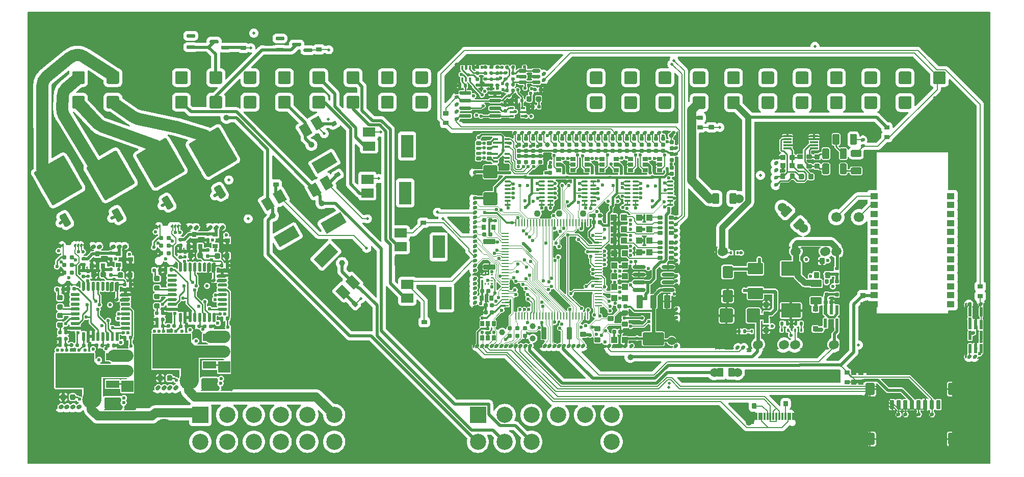
<source format=gtl>
G75*
G70*
%OFA0B0*%
%FSLAX25Y25*%
%IPPOS*%
%LPD*%
%AMOC8*
5,1,8,0,0,1.08239X$1,22.5*
%
%AMM104*
21,1,0.021650,0.052760,-0.000000,0.000000,0.000000*
21,1,0.017320,0.057090,-0.000000,0.000000,0.000000*
1,1,0.004330,0.008660,-0.026380*
1,1,0.004330,-0.008660,-0.026380*
1,1,0.004330,-0.008660,0.026380*
1,1,0.004330,0.008660,0.026380*
%
%AMM171*
21,1,0.086610,0.073230,0.000000,-0.000000,180.000000*
21,1,0.069290,0.090550,0.000000,-0.000000,180.000000*
1,1,0.017320,-0.034650,0.036610*
1,1,0.017320,0.034650,0.036610*
1,1,0.017320,0.034650,-0.036610*
1,1,0.017320,-0.034650,-0.036610*
%
%AMM172*
21,1,0.094490,0.111020,0.000000,-0.000000,270.000000*
21,1,0.075590,0.129920,0.000000,-0.000000,270.000000*
1,1,0.018900,-0.055510,-0.037800*
1,1,0.018900,-0.055510,0.037800*
1,1,0.018900,0.055510,0.037800*
1,1,0.018900,0.055510,-0.037800*
%
%AMM173*
21,1,0.074800,0.083460,0.000000,-0.000000,270.000000*
21,1,0.059840,0.098430,0.000000,-0.000000,270.000000*
1,1,0.014960,-0.041730,-0.029920*
1,1,0.014960,-0.041730,0.029920*
1,1,0.014960,0.041730,0.029920*
1,1,0.014960,0.041730,-0.029920*
%
%AMM174*
21,1,0.078740,0.053540,0.000000,-0.000000,90.000000*
21,1,0.065350,0.066930,0.000000,-0.000000,90.000000*
1,1,0.013390,0.026770,0.032680*
1,1,0.013390,0.026770,-0.032680*
1,1,0.013390,-0.026770,-0.032680*
1,1,0.013390,-0.026770,0.032680*
%
%AMM175*
21,1,0.035430,0.030320,0.000000,-0.000000,0.000000*
21,1,0.028350,0.037400,0.000000,-0.000000,0.000000*
1,1,0.007090,0.014170,-0.015160*
1,1,0.007090,-0.014170,-0.015160*
1,1,0.007090,-0.014170,0.015160*
1,1,0.007090,0.014170,0.015160*
%
%AMM176*
21,1,0.021650,0.052760,0.000000,-0.000000,180.000000*
21,1,0.017320,0.057090,0.000000,-0.000000,180.000000*
1,1,0.004330,-0.008660,0.026380*
1,1,0.004330,0.008660,0.026380*
1,1,0.004330,0.008660,-0.026380*
1,1,0.004330,-0.008660,-0.026380*
%
%AMM177*
21,1,0.035830,0.026770,0.000000,-0.000000,270.000000*
21,1,0.029130,0.033470,0.000000,-0.000000,270.000000*
1,1,0.006690,-0.013390,-0.014570*
1,1,0.006690,-0.013390,0.014570*
1,1,0.006690,0.013390,0.014570*
1,1,0.006690,0.013390,-0.014570*
%
%AMM178*
21,1,0.070870,0.036220,0.000000,-0.000000,0.000000*
21,1,0.061810,0.045280,0.000000,-0.000000,0.000000*
1,1,0.009060,0.030910,-0.018110*
1,1,0.009060,-0.030910,-0.018110*
1,1,0.009060,-0.030910,0.018110*
1,1,0.009060,0.030910,0.018110*
%
%AMM179*
21,1,0.033470,0.026770,0.000000,-0.000000,270.000000*
21,1,0.026770,0.033470,0.000000,-0.000000,270.000000*
1,1,0.006690,-0.013390,-0.013390*
1,1,0.006690,-0.013390,0.013390*
1,1,0.006690,0.013390,0.013390*
1,1,0.006690,0.013390,-0.013390*
%
%AMM180*
21,1,0.015750,0.016540,0.000000,-0.000000,180.000000*
21,1,0.012600,0.019680,0.000000,-0.000000,180.000000*
1,1,0.003150,-0.006300,0.008270*
1,1,0.003150,0.006300,0.008270*
1,1,0.003150,0.006300,-0.008270*
1,1,0.003150,-0.006300,-0.008270*
%
%AMM181*
21,1,0.023620,0.018900,0.000000,-0.000000,0.000000*
21,1,0.018900,0.023620,0.000000,-0.000000,0.000000*
1,1,0.004720,0.009450,-0.009450*
1,1,0.004720,-0.009450,-0.009450*
1,1,0.004720,-0.009450,0.009450*
1,1,0.004720,0.009450,0.009450*
%
%AMM182*
21,1,0.019680,0.019680,0.000000,-0.000000,270.000000*
21,1,0.015750,0.023620,0.000000,-0.000000,270.000000*
1,1,0.003940,-0.009840,-0.007870*
1,1,0.003940,-0.009840,0.007870*
1,1,0.003940,0.009840,0.007870*
1,1,0.003940,0.009840,-0.007870*
%
%AMM183*
21,1,0.019680,0.019680,0.000000,-0.000000,180.000000*
21,1,0.015750,0.023620,0.000000,-0.000000,180.000000*
1,1,0.003940,-0.007870,0.009840*
1,1,0.003940,0.007870,0.009840*
1,1,0.003940,0.007870,-0.009840*
1,1,0.003940,-0.007870,-0.009840*
%
%AMM262*
21,1,0.025590,0.026380,-0.000000,-0.000000,90.000000*
21,1,0.020470,0.031500,-0.000000,-0.000000,90.000000*
1,1,0.005120,0.013190,0.010240*
1,1,0.005120,0.013190,-0.010240*
1,1,0.005120,-0.013190,-0.010240*
1,1,0.005120,-0.013190,0.010240*
%
%AMM263*
21,1,0.017720,0.027950,-0.000000,-0.000000,90.000000*
21,1,0.014170,0.031500,-0.000000,-0.000000,90.000000*
1,1,0.003540,0.013980,0.007090*
1,1,0.003540,0.013980,-0.007090*
1,1,0.003540,-0.013980,-0.007090*
1,1,0.003540,-0.013980,0.007090*
%
%AMM264*
21,1,0.012600,0.028980,-0.000000,-0.000000,270.000000*
21,1,0.010080,0.031500,-0.000000,-0.000000,270.000000*
1,1,0.002520,-0.014490,-0.005040*
1,1,0.002520,-0.014490,0.005040*
1,1,0.002520,0.014490,0.005040*
1,1,0.002520,0.014490,-0.005040*
%
%AMM265*
21,1,0.023620,0.030710,-0.000000,-0.000000,0.000000*
21,1,0.018900,0.035430,-0.000000,-0.000000,0.000000*
1,1,0.004720,0.009450,-0.015350*
1,1,0.004720,-0.009450,-0.015350*
1,1,0.004720,-0.009450,0.015350*
1,1,0.004720,0.009450,0.015350*
%
%AMM266*
21,1,0.027560,0.018900,-0.000000,-0.000000,270.000000*
21,1,0.022840,0.023620,-0.000000,-0.000000,270.000000*
1,1,0.004720,-0.009450,-0.011420*
1,1,0.004720,-0.009450,0.011420*
1,1,0.004720,0.009450,0.011420*
1,1,0.004720,0.009450,-0.011420*
%
%AMM267*
21,1,0.031500,0.072440,-0.000000,-0.000000,270.000000*
21,1,0.025200,0.078740,-0.000000,-0.000000,270.000000*
1,1,0.006300,-0.036220,-0.012600*
1,1,0.006300,-0.036220,0.012600*
1,1,0.006300,0.036220,0.012600*
1,1,0.006300,0.036220,-0.012600*
%
%AMM268*
21,1,0.027560,0.018900,-0.000000,-0.000000,0.000000*
21,1,0.022840,0.023620,-0.000000,-0.000000,0.000000*
1,1,0.004720,0.011420,-0.009450*
1,1,0.004720,-0.011420,-0.009450*
1,1,0.004720,-0.011420,0.009450*
1,1,0.004720,0.011420,0.009450*
%
%AMM269*
21,1,0.023620,0.030710,-0.000000,-0.000000,90.000000*
21,1,0.018900,0.035430,-0.000000,-0.000000,90.000000*
1,1,0.004720,0.015350,0.009450*
1,1,0.004720,0.015350,-0.009450*
1,1,0.004720,-0.015350,-0.009450*
1,1,0.004720,-0.015350,0.009450*
%
%AMM270*
21,1,0.035430,0.030320,-0.000000,-0.000000,90.000000*
21,1,0.028350,0.037400,-0.000000,-0.000000,90.000000*
1,1,0.007090,0.015160,0.014170*
1,1,0.007090,0.015160,-0.014170*
1,1,0.007090,-0.015160,-0.014170*
1,1,0.007090,-0.015160,0.014170*
%
%AMM271*
21,1,0.043310,0.075980,-0.000000,-0.000000,180.000000*
21,1,0.034650,0.084650,-0.000000,-0.000000,180.000000*
1,1,0.008660,-0.017320,0.037990*
1,1,0.008660,0.017320,0.037990*
1,1,0.008660,0.017320,-0.037990*
1,1,0.008660,-0.017320,-0.037990*
%
%AMM272*
21,1,0.039370,0.035430,-0.000000,-0.000000,180.000000*
21,1,0.031500,0.043310,-0.000000,-0.000000,180.000000*
1,1,0.007870,-0.015750,0.017720*
1,1,0.007870,0.015750,0.017720*
1,1,0.007870,0.015750,-0.017720*
1,1,0.007870,-0.015750,-0.017720*
%
%AMM273*
21,1,0.027560,0.030710,-0.000000,-0.000000,180.000000*
21,1,0.022050,0.036220,-0.000000,-0.000000,180.000000*
1,1,0.005510,-0.011020,0.015350*
1,1,0.005510,0.011020,0.015350*
1,1,0.005510,0.011020,-0.015350*
1,1,0.005510,-0.011020,-0.015350*
%
%AMM274*
21,1,0.031500,0.072440,-0.000000,-0.000000,180.000000*
21,1,0.025200,0.078740,-0.000000,-0.000000,180.000000*
1,1,0.006300,-0.012600,0.036220*
1,1,0.006300,0.012600,0.036220*
1,1,0.006300,0.012600,-0.036220*
1,1,0.006300,-0.012600,-0.036220*
%
%AMM275*
21,1,0.137800,0.067720,-0.000000,-0.000000,180.000000*
21,1,0.120870,0.084650,-0.000000,-0.000000,180.000000*
1,1,0.016930,-0.060430,0.033860*
1,1,0.016930,0.060430,0.033860*
1,1,0.016930,0.060430,-0.033860*
1,1,0.016930,-0.060430,-0.033860*
%
%AMM276*
21,1,0.043310,0.075990,-0.000000,-0.000000,180.000000*
21,1,0.034650,0.084650,-0.000000,-0.000000,180.000000*
1,1,0.008660,-0.017320,0.037990*
1,1,0.008660,0.017320,0.037990*
1,1,0.008660,0.017320,-0.037990*
1,1,0.008660,-0.017320,-0.037990*
%
%AMM277*
21,1,0.086610,0.073230,-0.000000,-0.000000,270.000000*
21,1,0.069290,0.090550,-0.000000,-0.000000,270.000000*
1,1,0.017320,-0.036610,-0.034650*
1,1,0.017320,-0.036610,0.034650*
1,1,0.017320,0.036610,0.034650*
1,1,0.017320,0.036610,-0.034650*
%
%AMM69*
21,1,0.033470,0.026770,0.000000,0.000000,90.000000*
21,1,0.026770,0.033470,0.000000,0.000000,90.000000*
1,1,0.006690,0.013390,0.013390*
1,1,0.006690,0.013390,-0.013390*
1,1,0.006690,-0.013390,-0.013390*
1,1,0.006690,-0.013390,0.013390*
%
%AMM92*
21,1,0.078740,0.045670,0.000000,0.000000,270.000000*
21,1,0.067320,0.057090,0.000000,0.000000,270.000000*
1,1,0.011420,-0.022840,-0.033660*
1,1,0.011420,-0.022840,0.033660*
1,1,0.011420,0.022840,0.033660*
1,1,0.011420,0.022840,-0.033660*
%
%AMM93*
21,1,0.059060,0.020470,0.000000,0.000000,270.000000*
21,1,0.053940,0.025590,0.000000,0.000000,270.000000*
1,1,0.005120,-0.010240,-0.026970*
1,1,0.005120,-0.010240,0.026970*
1,1,0.005120,0.010240,0.026970*
1,1,0.005120,0.010240,-0.026970*
%
%AMM94*
21,1,0.027560,0.030710,0.000000,0.000000,270.000000*
21,1,0.022050,0.036220,0.000000,0.000000,270.000000*
1,1,0.005510,-0.015350,-0.011020*
1,1,0.005510,-0.015350,0.011020*
1,1,0.005510,0.015350,0.011020*
1,1,0.005510,0.015350,-0.011020*
%
%ADD10C,0.06000*%
%ADD11R,0.07874X0.05906*%
%ADD117C,0.03150*%
%ADD12R,0.07874X0.14961*%
%ADD13R,0.10559X0.10559*%
%ADD133C,0.00984*%
%ADD14C,0.10559*%
%ADD148C,0.01850*%
%ADD149R,0.02559X0.01575*%
%ADD15C,0.12756*%
%ADD150R,0.01575X0.02559*%
%ADD151R,0.05512X0.01181*%
%ADD152R,0.03543X0.03150*%
%ADD154C,0.05118*%
%ADD156R,0.03150X0.03543*%
%ADD16C,0.22047*%
%ADD164C,0.03100*%
%ADD167C,0.03900*%
%ADD17C,0.02362*%
%ADD176O,0.04724X0.00866*%
%ADD177O,0.00866X0.04724*%
%ADD178O,0.04331X0.01181*%
%ADD18O,0.04823X0.00787*%
%ADD181R,0.01378X0.00984*%
%ADD182R,0.00984X0.01378*%
%ADD187O,0.08661X0.02362*%
%ADD19O,0.00787X0.36614*%
%ADD195C,0.00492*%
%ADD196C,0.01260*%
%ADD197C,0.04331*%
%ADD198C,0.05512*%
%ADD20R,0.00984X0.24350*%
%ADD21R,0.00984X0.04390*%
%ADD22R,0.56201X0.00984*%
%ADD226M69*%
%ADD23R,0.59449X0.00984*%
%ADD24R,0.00984X0.20374*%
%ADD25O,0.01969X0.44882*%
%ADD26O,0.68504X0.01575*%
%ADD260M92*%
%ADD261M93*%
%ADD262M94*%
%ADD263O,0.01968X0.50000*%
%ADD264O,0.56890X0.01968*%
%ADD265O,0.01968X0.44882*%
%ADD266O,0.01968X0.11811*%
%ADD267O,0.04724X0.01968*%
%ADD27O,0.56890X0.01969*%
%ADD277M104*%
%ADD28O,0.01969X0.11811*%
%ADD285O,0.40158X0.00787*%
%ADD29O,0.04724X0.01969*%
%ADD30O,0.01969X0.50000*%
%ADD31C,0.02756*%
%ADD32C,0.11811*%
%ADD33R,0.11811X0.00984*%
%ADD34R,0.04331X0.00984*%
%ADD347M171*%
%ADD348M172*%
%ADD349M173*%
%ADD35R,0.03858X0.00984*%
%ADD350M174*%
%ADD351M175*%
%ADD352M176*%
%ADD353M177*%
%ADD354M178*%
%ADD355M179*%
%ADD356M180*%
%ADD357M181*%
%ADD358M182*%
%ADD359M183*%
%ADD36R,0.05709X0.00984*%
%ADD37R,0.00984X1.08661*%
%ADD38R,0.07677X0.00984*%
%ADD389R,0.08661X0.04724*%
%ADD39R,0.03740X0.00984*%
%ADD390R,0.25197X0.22835*%
%ADD391R,0.07874X0.07500*%
%ADD392O,0.07874X0.07500*%
%ADD40C,0.05906*%
%ADD41O,0.12992X0.00787*%
%ADD42O,0.40157X0.00787*%
%ADD43O,0.01181X0.00787*%
%ADD44O,0.00787X0.66929*%
%ADD45O,0.00787X0.60630*%
%ADD46O,0.18898X0.00787*%
%ADD47O,0.10236X0.00787*%
%ADD471M262*%
%ADD472M263*%
%ADD473M264*%
%ADD474M265*%
%ADD475M266*%
%ADD476M267*%
%ADD477M268*%
%ADD478M269*%
%ADD479M270*%
%ADD48O,0.03937X0.00787*%
%ADD480M271*%
%ADD481M272*%
%ADD482M273*%
%ADD483M274*%
%ADD484M275*%
%ADD485M276*%
%ADD486M277*%
%ADD49O,0.05906X0.00787*%
%ADD50C,0.06693*%
%ADD51R,0.01181X0.04528*%
%ADD52O,0.03937X0.08268*%
%ADD53O,0.03937X0.06299*%
%ADD54R,0.00787X0.14567*%
%ADD55R,0.00787X0.01575*%
%ADD56R,0.00787X0.06299*%
%ADD57R,0.00787X0.38189*%
%ADD58R,0.00787X0.09055*%
%ADD59R,0.05512X0.00787*%
%ADD60R,0.25197X0.00787*%
%ADD61R,0.06693X0.00787*%
%ADD62R,0.12992X0.00787*%
%ADD63R,0.00787X0.27559*%
%ADD64R,0.00787X0.12992*%
%ADD65R,0.00787X0.24803*%
%ADD66R,0.05118X0.03937*%
%ADD67C,0.01969*%
%ADD68C,0.03937*%
%ADD69C,0.00787*%
%ADD70C,0.07874*%
%ADD79C,0.01181*%
%ADD85C,0.00800*%
%ADD93C,0.01968*%
%ADD94C,0.01575*%
X0000000Y0000000D02*
%LPD*%
G01*
D10*
X0464291Y0059646D03*
G36*
G01*
X0462500Y0062106D02*
X0462500Y0057185D01*
G75*
G02*
X0462106Y0056791I-000394J0000000D01*
G01*
X0458957Y0056791D01*
G75*
G02*
X0458563Y0057185I0000000J0000394D01*
G01*
X0458563Y0062106D01*
G75*
G02*
X0458957Y0062500I0000394J0000000D01*
G01*
X0462106Y0062500D01*
G75*
G02*
X0462500Y0062106I0000000J-000394D01*
G01*
G37*
G36*
G01*
X0455020Y0062106D02*
X0455020Y0057185D01*
G75*
G02*
X0454626Y0056791I-000394J0000000D01*
G01*
X0451476Y0056791D01*
G75*
G02*
X0451083Y0057185I0000000J0000394D01*
G01*
X0451083Y0062106D01*
G75*
G02*
X0451476Y0062500I0000394J0000000D01*
G01*
X0454626Y0062500D01*
G75*
G02*
X0455020Y0062106I0000000J-000394D01*
G01*
G37*
X0449291Y0059646D03*
G36*
G01*
X0560571Y0221260D02*
X0563642Y0221260D01*
G75*
G02*
X0563917Y0220984I0000000J-000276D01*
G01*
X0563917Y0218780D01*
G75*
G02*
X0563642Y0218504I-000276J0000000D01*
G01*
X0560571Y0218504D01*
G75*
G02*
X0560295Y0218780I0000000J0000276D01*
G01*
X0560295Y0220984D01*
G75*
G02*
X0560571Y0221260I0000276J0000000D01*
G01*
G37*
G36*
G01*
X0560571Y0214961D02*
X0563642Y0214961D01*
G75*
G02*
X0563917Y0214685I0000000J-000276D01*
G01*
X0563917Y0212480D01*
G75*
G02*
X0563642Y0212205I-000276J0000000D01*
G01*
X0560571Y0212205D01*
G75*
G02*
X0560295Y0212480I0000000J0000276D01*
G01*
X0560295Y0214685D01*
G75*
G02*
X0560571Y0214961I0000276J0000000D01*
G01*
G37*
D11*
X0223524Y0216831D03*
X0223524Y0207776D03*
X0223524Y0198721D03*
D12*
X0248327Y0207776D03*
D13*
X0294626Y0031890D03*
D14*
X0312146Y0031890D03*
X0329626Y0031890D03*
X0347146Y0031890D03*
X0364626Y0031890D03*
X0382146Y0031890D03*
X0382146Y0014370D03*
X0364626Y0014370D03*
X0347146Y0014370D03*
X0329626Y0014370D03*
X0312146Y0014370D03*
X0294626Y0014370D03*
D15*
X0270866Y0023110D03*
X0405866Y0023110D03*
D16*
X0162106Y0076477D03*
G36*
X0191112Y0185508D02*
G01*
X0196226Y0188461D01*
X0200163Y0181642D01*
X0195049Y0178689D01*
X0191112Y0185508D01*
G37*
G36*
X0183270Y0180980D02*
G01*
X0188384Y0183933D01*
X0192321Y0177114D01*
X0187207Y0174161D01*
X0183270Y0180980D01*
G37*
G36*
X0175428Y0176453D02*
G01*
X0180542Y0179406D01*
X0184479Y0172587D01*
X0179365Y0169634D01*
X0175428Y0176453D01*
G37*
G36*
X0191750Y0157237D02*
G01*
X0204706Y0164717D01*
X0208643Y0157898D01*
X0195687Y0150417D01*
X0191750Y0157237D01*
G37*
G36*
G01*
X0503642Y0040807D02*
X0503642Y0037736D01*
G75*
G02*
X0503366Y0037461I-000276J0000000D01*
G01*
X0501161Y0037461D01*
G75*
G02*
X0500886Y0037736I0000000J0000276D01*
G01*
X0500886Y0040807D01*
G75*
G02*
X0501161Y0041083I0000276J0000000D01*
G01*
X0503366Y0041083D01*
G75*
G02*
X0503642Y0040807I0000000J-000276D01*
G01*
G37*
G36*
G01*
X0497342Y0040807D02*
X0497342Y0037736D01*
G75*
G02*
X0497067Y0037461I-000276J0000000D01*
G01*
X0494862Y0037461D01*
G75*
G02*
X0494587Y0037736I0000000J0000276D01*
G01*
X0494587Y0040807D01*
G75*
G02*
X0494862Y0041083I0000276J0000000D01*
G01*
X0497067Y0041083D01*
G75*
G02*
X0497342Y0040807I0000000J-000276D01*
G01*
G37*
G36*
X0211274Y0111593D02*
G01*
X0207098Y0107417D01*
X0201530Y0112985D01*
X0205706Y0117160D01*
X0211274Y0111593D01*
G37*
G36*
X0217676Y0117996D02*
G01*
X0213501Y0113820D01*
X0207933Y0119387D01*
X0212109Y0123563D01*
X0217676Y0117996D01*
G37*
G36*
X0224079Y0124398D02*
G01*
X0219904Y0120223D01*
X0214336Y0125790D01*
X0218512Y0129966D01*
X0224079Y0124398D01*
G37*
G36*
X0203339Y0138735D02*
G01*
X0192761Y0128157D01*
X0187193Y0133724D01*
X0197772Y0144303D01*
X0203339Y0138735D01*
G37*
G36*
G01*
X0257421Y0165256D02*
X0260492Y0165256D01*
G75*
G02*
X0260768Y0164980I0000000J-000276D01*
G01*
X0260768Y0162776D01*
G75*
G02*
X0260492Y0162500I-000276J0000000D01*
G01*
X0257421Y0162500D01*
G75*
G02*
X0257146Y0162776I0000000J0000276D01*
G01*
X0257146Y0164980D01*
G75*
G02*
X0257421Y0165256I0000276J0000000D01*
G01*
G37*
G36*
G01*
X0257421Y0158957D02*
X0260492Y0158957D01*
G75*
G02*
X0260768Y0158681I0000000J-000276D01*
G01*
X0260768Y0156477D01*
G75*
G02*
X0260492Y0156201I-000276J0000000D01*
G01*
X0257421Y0156201D01*
G75*
G02*
X0257146Y0156477I0000000J0000276D01*
G01*
X0257146Y0158681D01*
G75*
G02*
X0257421Y0158957I0000276J0000000D01*
G01*
G37*
D17*
X0615748Y0104036D03*
D18*
X0623524Y0068996D03*
D19*
X0613386Y0086910D03*
X0625591Y0086910D03*
D17*
X0619488Y0104036D03*
X0623228Y0104036D03*
X0619291Y0069784D03*
X0615748Y0069784D03*
X0280512Y0234744D03*
X0280512Y0239469D03*
X0280512Y0230020D03*
X0280512Y0225295D03*
D20*
X0338189Y0235797D03*
D21*
X0338189Y0259616D03*
D22*
X0310581Y0224114D03*
D23*
X0308957Y0261319D03*
D24*
X0279724Y0251624D03*
D17*
X0337303Y0250728D03*
X0337303Y0254665D03*
G36*
G01*
X0441398Y0218504D02*
X0438327Y0218504D01*
G75*
G02*
X0438051Y0218780I0000000J0000276D01*
G01*
X0438051Y0220984D01*
G75*
G02*
X0438327Y0221260I0000276J0000000D01*
G01*
X0441398Y0221260D01*
G75*
G02*
X0441673Y0220984I0000000J-000276D01*
G01*
X0441673Y0218780D01*
G75*
G02*
X0441398Y0218504I-000276J0000000D01*
G01*
G37*
G36*
G01*
X0441398Y0224803D02*
X0438327Y0224803D01*
G75*
G02*
X0438051Y0225079I0000000J0000276D01*
G01*
X0438051Y0227284D01*
G75*
G02*
X0438327Y0227559I0000276J0000000D01*
G01*
X0441398Y0227559D01*
G75*
G02*
X0441673Y0227284I0000000J-000276D01*
G01*
X0441673Y0225079D01*
G75*
G02*
X0441398Y0224803I-000276J0000000D01*
G01*
G37*
G36*
G01*
X0261083Y0084941D02*
X0258012Y0084941D01*
G75*
G02*
X0257736Y0085217I0000000J0000276D01*
G01*
X0257736Y0087421D01*
G75*
G02*
X0258012Y0087697I0000276J0000000D01*
G01*
X0261083Y0087697D01*
G75*
G02*
X0261358Y0087421I0000000J-000276D01*
G01*
X0261358Y0085217D01*
G75*
G02*
X0261083Y0084941I-000276J0000000D01*
G01*
G37*
G36*
G01*
X0261083Y0091240D02*
X0258012Y0091240D01*
G75*
G02*
X0257736Y0091516I0000000J0000276D01*
G01*
X0257736Y0093721D01*
G75*
G02*
X0258012Y0093996I0000276J0000000D01*
G01*
X0261083Y0093996D01*
G75*
G02*
X0261358Y0093721I0000000J-000276D01*
G01*
X0261358Y0091516D01*
G75*
G02*
X0261083Y0091240I-000276J0000000D01*
G01*
G37*
G36*
G01*
X0161161Y0190256D02*
X0164232Y0190256D01*
G75*
G02*
X0164508Y0189980I0000000J-000276D01*
G01*
X0164508Y0187776D01*
G75*
G02*
X0164232Y0187500I-000276J0000000D01*
G01*
X0161161Y0187500D01*
G75*
G02*
X0160886Y0187776I0000000J0000276D01*
G01*
X0160886Y0189980D01*
G75*
G02*
X0161161Y0190256I0000276J0000000D01*
G01*
G37*
G36*
G01*
X0161161Y0183957D02*
X0164232Y0183957D01*
G75*
G02*
X0164508Y0183681I0000000J-000276D01*
G01*
X0164508Y0181477D01*
G75*
G02*
X0164232Y0181201I-000276J0000000D01*
G01*
X0161161Y0181201D01*
G75*
G02*
X0160886Y0181477I0000000J0000276D01*
G01*
X0160886Y0183681D01*
G75*
G02*
X0161161Y0183957I0000276J0000000D01*
G01*
G37*
D25*
X0548425Y0023475D03*
D26*
X0572835Y0060040D03*
D27*
X0575866Y0001673D03*
D28*
X0603346Y0006693D03*
D29*
X0604724Y0011713D03*
D30*
X0606299Y0035778D03*
D17*
X0546260Y0053740D03*
X0552461Y0034429D03*
X0602476Y0034465D03*
X0569094Y0031791D03*
X0573720Y0031791D03*
X0582283Y0031791D03*
X0591043Y0031791D03*
D11*
X0244193Y0150886D03*
X0244193Y0141831D03*
X0244193Y0132776D03*
D12*
X0268996Y0141831D03*
G36*
X0160600Y0176650D02*
G01*
X0165714Y0179603D01*
X0169651Y0172783D01*
X0164537Y0169831D01*
X0160600Y0176650D01*
G37*
G36*
X0152758Y0172122D02*
G01*
X0157872Y0175075D01*
X0161809Y0168256D01*
X0156695Y0165303D01*
X0152758Y0172122D01*
G37*
G36*
X0144916Y0167595D02*
G01*
X0150030Y0170547D01*
X0153967Y0163728D01*
X0148853Y0160776D01*
X0144916Y0167595D01*
G37*
G36*
X0161238Y0148378D02*
G01*
X0174195Y0155859D01*
X0178132Y0149039D01*
X0165175Y0141559D01*
X0161238Y0148378D01*
G37*
D31*
X0021654Y0036910D03*
X0033465Y0036910D03*
X0029528Y0036910D03*
X0025591Y0036910D03*
D32*
X0041929Y0041831D03*
D33*
X0055709Y0035433D03*
D34*
X0068307Y0143110D03*
D35*
X0051220Y0143110D03*
X0038228Y0143110D03*
D36*
X0018209Y0143110D03*
D37*
X0069980Y0089272D03*
X0015846Y0089272D03*
D38*
X0066634Y0035433D03*
D39*
X0017224Y0035433D03*
G36*
G01*
X0065945Y0106004D02*
X0061024Y0106004D01*
G75*
G02*
X0060531Y0106496I0000000J0000492D01*
G01*
X0060531Y0107480D01*
G75*
G02*
X0061024Y0107973I0000492J0000000D01*
G01*
X0065945Y0107973D01*
G75*
G02*
X0066437Y0107480I0000000J-000492D01*
G01*
X0066437Y0106496D01*
G75*
G02*
X0065945Y0106004I-000492J0000000D01*
G01*
G37*
G36*
G01*
X0055413Y0112599D02*
X0054429Y0112599D01*
G75*
G02*
X0053937Y0113091I0000000J0000492D01*
G01*
X0053937Y0118012D01*
G75*
G02*
X0054429Y0118504I0000492J0000000D01*
G01*
X0055413Y0118504D01*
G75*
G02*
X0055905Y0118012I0000000J-000492D01*
G01*
X0055905Y0113091D01*
G75*
G02*
X0055413Y0112599I-000492J0000000D01*
G01*
G37*
G36*
G01*
X0065945Y0109154D02*
X0061024Y0109154D01*
G75*
G02*
X0060531Y0109646I0000000J0000492D01*
G01*
X0060531Y0110630D01*
G75*
G02*
X0061024Y0111122I0000492J0000000D01*
G01*
X0065945Y0111122D01*
G75*
G02*
X0066437Y0110630I0000000J-000492D01*
G01*
X0066437Y0109646D01*
G75*
G02*
X0065945Y0109154I-000492J0000000D01*
G01*
G37*
G36*
G01*
X0055905Y0110433D02*
X0055905Y0109449D01*
G75*
G02*
X0055413Y0108957I-000492J0000000D01*
G01*
X0054429Y0108957D01*
G75*
G02*
X0053937Y0109449I0000000J0000492D01*
G01*
X0053937Y0110433D01*
G75*
G02*
X0054429Y0110925I0000492J0000000D01*
G01*
X0055413Y0110925D01*
G75*
G02*
X0055905Y0110433I0000000J-000492D01*
G01*
G37*
G36*
G01*
X0058563Y0106004D02*
X0057579Y0106004D01*
G75*
G02*
X0057087Y0106496I0000000J0000492D01*
G01*
X0057087Y0107480D01*
G75*
G02*
X0057579Y0107973I0000492J0000000D01*
G01*
X0058563Y0107973D01*
G75*
G02*
X0059055Y0107480I0000000J-000492D01*
G01*
X0059055Y0106496D01*
G75*
G02*
X0058563Y0106004I-000492J0000000D01*
G01*
G37*
G36*
G01*
X0058563Y0112599D02*
X0057579Y0112599D01*
G75*
G02*
X0057087Y0113091I0000000J0000492D01*
G01*
X0057087Y0118012D01*
G75*
G02*
X0057579Y0118504I0000492J0000000D01*
G01*
X0058563Y0118504D01*
G75*
G02*
X0059055Y0118012I0000000J-000492D01*
G01*
X0059055Y0113091D01*
G75*
G02*
X0058563Y0112599I-000492J0000000D01*
G01*
G37*
D31*
X0059646Y0141599D03*
X0055709Y0141599D03*
X0042732Y0141599D03*
X0046732Y0141599D03*
G36*
G01*
X0034842Y0143602D02*
X0034842Y0143602D01*
G75*
G02*
X0035335Y0143110I0000000J-000492D01*
G01*
X0035335Y0142126D01*
G75*
G02*
X0034842Y0141634I-000492J0000000D01*
G01*
X0034842Y0141634D01*
G75*
G02*
X0034350Y0142126I0000000J0000492D01*
G01*
X0034350Y0143110D01*
G75*
G02*
X0034842Y0143602I0000492J0000000D01*
G01*
G37*
G36*
G01*
X0032874Y0143602D02*
X0032874Y0143602D01*
G75*
G02*
X0033366Y0143110I0000000J-000492D01*
G01*
X0033366Y0142126D01*
G75*
G02*
X0032874Y0141634I-000492J0000000D01*
G01*
X0032874Y0141634D01*
G75*
G02*
X0032382Y0142126I0000000J0000492D01*
G01*
X0032382Y0143110D01*
G75*
G02*
X0032874Y0143602I0000492J0000000D01*
G01*
G37*
G36*
G01*
X0030905Y0143602D02*
X0030905Y0143602D01*
G75*
G02*
X0031398Y0143110I0000000J-000492D01*
G01*
X0031398Y0142126D01*
G75*
G02*
X0030905Y0141634I-000492J0000000D01*
G01*
X0030905Y0141634D01*
G75*
G02*
X0030413Y0142126I0000000J0000492D01*
G01*
X0030413Y0143110D01*
G75*
G02*
X0030905Y0143602I0000492J0000000D01*
G01*
G37*
G36*
G01*
X0022638Y0143602D02*
X0022638Y0143602D01*
G75*
G02*
X0023130Y0143110I0000000J-000492D01*
G01*
X0023130Y0142126D01*
G75*
G02*
X0022638Y0141634I-000492J0000000D01*
G01*
X0022638Y0141634D01*
G75*
G02*
X0022146Y0142126I0000000J0000492D01*
G01*
X0022146Y0143110D01*
G75*
G02*
X0022638Y0143602I0000492J0000000D01*
G01*
G37*
X0063583Y0141599D03*
D40*
X0526968Y0077461D03*
X0501772Y0077461D03*
X0494291Y0077461D03*
X0477362Y0077461D03*
D17*
X0467913Y0075689D03*
X0463976Y0075689D03*
D41*
X0511811Y0141043D03*
D42*
X0478346Y0141043D03*
D43*
X0450394Y0141043D03*
D44*
X0450197Y0107973D03*
D45*
X0531299Y0104823D03*
D40*
X0452756Y0077461D03*
D43*
X0531102Y0074902D03*
D46*
X0514567Y0074902D03*
D47*
X0485630Y0074902D03*
D48*
X0471850Y0074902D03*
D49*
X0458858Y0074902D03*
D40*
X0528740Y0138484D03*
X0521457Y0138484D03*
X0501968Y0138484D03*
X0454528Y0138484D03*
D11*
X0222342Y0186122D03*
X0222342Y0177067D03*
X0222342Y0168012D03*
D12*
X0247146Y0177067D03*
G36*
G01*
X0142776Y0270669D02*
X0139705Y0270669D01*
G75*
G02*
X0139429Y0270945I0000000J0000276D01*
G01*
X0139429Y0273150D01*
G75*
G02*
X0139705Y0273425I0000276J0000000D01*
G01*
X0142776Y0273425D01*
G75*
G02*
X0143051Y0273150I0000000J-000276D01*
G01*
X0143051Y0270945D01*
G75*
G02*
X0142776Y0270669I-000276J0000000D01*
G01*
G37*
G36*
G01*
X0142776Y0276969D02*
X0139705Y0276969D01*
G75*
G02*
X0139429Y0277244I0000000J0000276D01*
G01*
X0139429Y0279449D01*
G75*
G02*
X0139705Y0279725I0000276J0000000D01*
G01*
X0142776Y0279725D01*
G75*
G02*
X0143051Y0279449I0000000J-000276D01*
G01*
X0143051Y0277244D01*
G75*
G02*
X0142776Y0276969I-000276J0000000D01*
G01*
G37*
G36*
G01*
X0547697Y0102205D02*
X0545020Y0102205D01*
G75*
G02*
X0544685Y0102539I0000000J0000335D01*
G01*
X0544685Y0105217D01*
G75*
G02*
X0545020Y0105551I0000335J0000000D01*
G01*
X0547697Y0105551D01*
G75*
G02*
X0548031Y0105217I0000000J-000335D01*
G01*
X0548031Y0102539D01*
G75*
G02*
X0547697Y0102205I-000335J0000000D01*
G01*
G37*
G36*
G01*
X0547697Y0108425D02*
X0545020Y0108425D01*
G75*
G02*
X0544685Y0108760I0000000J0000335D01*
G01*
X0544685Y0111437D01*
G75*
G02*
X0545020Y0111772I0000335J0000000D01*
G01*
X0547697Y0111772D01*
G75*
G02*
X0548031Y0111437I0000000J-000335D01*
G01*
X0548031Y0108760D01*
G75*
G02*
X0547697Y0108425I-000335J0000000D01*
G01*
G37*
G36*
X0185206Y0224780D02*
G01*
X0190320Y0227732D01*
X0194257Y0220913D01*
X0189143Y0217961D01*
X0185206Y0224780D01*
G37*
G36*
X0177364Y0220252D02*
G01*
X0182478Y0223205D01*
X0186415Y0216386D01*
X0181301Y0213433D01*
X0177364Y0220252D01*
G37*
G36*
X0169522Y0215725D02*
G01*
X0174636Y0218677D01*
X0178573Y0211858D01*
X0173459Y0208905D01*
X0169522Y0215725D01*
G37*
G36*
X0185845Y0196508D02*
G01*
X0198801Y0203988D01*
X0202738Y0197169D01*
X0189782Y0189689D01*
X0185845Y0196508D01*
G37*
G36*
G01*
X0253740Y0233268D02*
X0253740Y0239567D01*
G75*
G02*
X0254724Y0240551I0000984J0000000D01*
G01*
X0261024Y0240551D01*
G75*
G02*
X0262008Y0239567I0000000J-000984D01*
G01*
X0262008Y0233268D01*
G75*
G02*
X0261024Y0232284I-000984J0000000D01*
G01*
X0254724Y0232284D01*
G75*
G02*
X0253740Y0233268I0000000J0000984D01*
G01*
G37*
G36*
G01*
X0231299Y0233268D02*
X0231299Y0239567D01*
G75*
G02*
X0232283Y0240551I0000984J0000000D01*
G01*
X0238583Y0240551D01*
G75*
G02*
X0239567Y0239567I0000000J-000984D01*
G01*
X0239567Y0233268D01*
G75*
G02*
X0238583Y0232284I-000984J0000000D01*
G01*
X0232283Y0232284D01*
G75*
G02*
X0231299Y0233268I0000000J0000984D01*
G01*
G37*
G36*
G01*
X0208858Y0233268D02*
X0208858Y0239567D01*
G75*
G02*
X0209843Y0240551I0000984J0000000D01*
G01*
X0216142Y0240551D01*
G75*
G02*
X0217126Y0239567I0000000J-000984D01*
G01*
X0217126Y0233268D01*
G75*
G02*
X0216142Y0232284I-000984J0000000D01*
G01*
X0209843Y0232284D01*
G75*
G02*
X0208858Y0233268I0000000J0000984D01*
G01*
G37*
G36*
G01*
X0186417Y0233268D02*
X0186417Y0239567D01*
G75*
G02*
X0187402Y0240551I0000984J0000000D01*
G01*
X0193701Y0240551D01*
G75*
G02*
X0194685Y0239567I0000000J-000984D01*
G01*
X0194685Y0233268D01*
G75*
G02*
X0193701Y0232284I-000984J0000000D01*
G01*
X0187402Y0232284D01*
G75*
G02*
X0186417Y0233268I0000000J0000984D01*
G01*
G37*
G36*
G01*
X0163976Y0233268D02*
X0163976Y0239567D01*
G75*
G02*
X0164961Y0240551I0000984J0000000D01*
G01*
X0171260Y0240551D01*
G75*
G02*
X0172244Y0239567I0000000J-000984D01*
G01*
X0172244Y0233268D01*
G75*
G02*
X0171260Y0232284I-000984J0000000D01*
G01*
X0164961Y0232284D01*
G75*
G02*
X0163976Y0233268I0000000J0000984D01*
G01*
G37*
G36*
G01*
X0141535Y0233268D02*
X0141535Y0239567D01*
G75*
G02*
X0142520Y0240551I0000984J0000000D01*
G01*
X0148819Y0240551D01*
G75*
G02*
X0149803Y0239567I0000000J-000984D01*
G01*
X0149803Y0233268D01*
G75*
G02*
X0148819Y0232284I-000984J0000000D01*
G01*
X0142520Y0232284D01*
G75*
G02*
X0141535Y0233268I0000000J0000984D01*
G01*
G37*
G36*
G01*
X0119094Y0233268D02*
X0119094Y0239567D01*
G75*
G02*
X0120079Y0240551I0000984J0000000D01*
G01*
X0126378Y0240551D01*
G75*
G02*
X0127362Y0239567I0000000J-000984D01*
G01*
X0127362Y0233268D01*
G75*
G02*
X0126378Y0232284I-000984J0000000D01*
G01*
X0120079Y0232284D01*
G75*
G02*
X0119094Y0233268I0000000J0000984D01*
G01*
G37*
G36*
G01*
X0096654Y0233268D02*
X0096654Y0239567D01*
G75*
G02*
X0097638Y0240551I0000984J0000000D01*
G01*
X0103937Y0240551D01*
G75*
G02*
X0104921Y0239567I0000000J-000984D01*
G01*
X0104921Y0233268D01*
G75*
G02*
X0103937Y0232284I-000984J0000000D01*
G01*
X0097638Y0232284D01*
G75*
G02*
X0096654Y0233268I0000000J0000984D01*
G01*
G37*
G36*
G01*
X0074213Y0233268D02*
X0074213Y0239567D01*
G75*
G02*
X0075197Y0240551I0000984J0000000D01*
G01*
X0081496Y0240551D01*
G75*
G02*
X0082480Y0239567I0000000J-000984D01*
G01*
X0082480Y0233268D01*
G75*
G02*
X0081496Y0232284I-000984J0000000D01*
G01*
X0075197Y0232284D01*
G75*
G02*
X0074213Y0233268I0000000J0000984D01*
G01*
G37*
G36*
G01*
X0051772Y0233268D02*
X0051772Y0239567D01*
G75*
G02*
X0052756Y0240551I0000984J0000000D01*
G01*
X0059055Y0240551D01*
G75*
G02*
X0060039Y0239567I0000000J-000984D01*
G01*
X0060039Y0233268D01*
G75*
G02*
X0059055Y0232284I-000984J0000000D01*
G01*
X0052756Y0232284D01*
G75*
G02*
X0051772Y0233268I0000000J0000984D01*
G01*
G37*
G36*
G01*
X0029331Y0233268D02*
X0029331Y0239567D01*
G75*
G02*
X0030315Y0240551I0000984J0000000D01*
G01*
X0036614Y0240551D01*
G75*
G02*
X0037598Y0239567I0000000J-000984D01*
G01*
X0037598Y0233268D01*
G75*
G02*
X0036614Y0232284I-000984J0000000D01*
G01*
X0030315Y0232284D01*
G75*
G02*
X0029331Y0233268I0000000J0000984D01*
G01*
G37*
G36*
G01*
X0253740Y0249410D02*
X0253740Y0255709D01*
G75*
G02*
X0254724Y0256693I0000984J0000000D01*
G01*
X0261024Y0256693D01*
G75*
G02*
X0262008Y0255709I0000000J-000984D01*
G01*
X0262008Y0249410D01*
G75*
G02*
X0261024Y0248425I-000984J0000000D01*
G01*
X0254724Y0248425D01*
G75*
G02*
X0253740Y0249410I0000000J0000984D01*
G01*
G37*
G36*
G01*
X0231299Y0249410D02*
X0231299Y0255709D01*
G75*
G02*
X0232283Y0256693I0000984J0000000D01*
G01*
X0238583Y0256693D01*
G75*
G02*
X0239567Y0255709I0000000J-000984D01*
G01*
X0239567Y0249410D01*
G75*
G02*
X0238583Y0248425I-000984J0000000D01*
G01*
X0232283Y0248425D01*
G75*
G02*
X0231299Y0249410I0000000J0000984D01*
G01*
G37*
G36*
G01*
X0208858Y0249410D02*
X0208858Y0255709D01*
G75*
G02*
X0209843Y0256693I0000984J0000000D01*
G01*
X0216142Y0256693D01*
G75*
G02*
X0217126Y0255709I0000000J-000984D01*
G01*
X0217126Y0249410D01*
G75*
G02*
X0216142Y0248425I-000984J0000000D01*
G01*
X0209843Y0248425D01*
G75*
G02*
X0208858Y0249410I0000000J0000984D01*
G01*
G37*
G36*
G01*
X0186417Y0249410D02*
X0186417Y0255709D01*
G75*
G02*
X0187402Y0256693I0000984J0000000D01*
G01*
X0193701Y0256693D01*
G75*
G02*
X0194685Y0255709I0000000J-000984D01*
G01*
X0194685Y0249410D01*
G75*
G02*
X0193701Y0248425I-000984J0000000D01*
G01*
X0187402Y0248425D01*
G75*
G02*
X0186417Y0249410I0000000J0000984D01*
G01*
G37*
G36*
G01*
X0163976Y0249410D02*
X0163976Y0255709D01*
G75*
G02*
X0164961Y0256693I0000984J0000000D01*
G01*
X0171260Y0256693D01*
G75*
G02*
X0172244Y0255709I0000000J-000984D01*
G01*
X0172244Y0249410D01*
G75*
G02*
X0171260Y0248425I-000984J0000000D01*
G01*
X0164961Y0248425D01*
G75*
G02*
X0163976Y0249410I0000000J0000984D01*
G01*
G37*
G36*
G01*
X0141535Y0249410D02*
X0141535Y0255709D01*
G75*
G02*
X0142520Y0256693I0000984J0000000D01*
G01*
X0148819Y0256693D01*
G75*
G02*
X0149803Y0255709I0000000J-000984D01*
G01*
X0149803Y0249410D01*
G75*
G02*
X0148819Y0248425I-000984J0000000D01*
G01*
X0142520Y0248425D01*
G75*
G02*
X0141535Y0249410I0000000J0000984D01*
G01*
G37*
G36*
G01*
X0119094Y0249410D02*
X0119094Y0255709D01*
G75*
G02*
X0120079Y0256693I0000984J0000000D01*
G01*
X0126378Y0256693D01*
G75*
G02*
X0127362Y0255709I0000000J-000984D01*
G01*
X0127362Y0249410D01*
G75*
G02*
X0126378Y0248425I-000984J0000000D01*
G01*
X0120079Y0248425D01*
G75*
G02*
X0119094Y0249410I0000000J0000984D01*
G01*
G37*
G36*
G01*
X0096654Y0249410D02*
X0096654Y0255709D01*
G75*
G02*
X0097638Y0256693I0000984J0000000D01*
G01*
X0103937Y0256693D01*
G75*
G02*
X0104921Y0255709I0000000J-000984D01*
G01*
X0104921Y0249410D01*
G75*
G02*
X0103937Y0248425I-000984J0000000D01*
G01*
X0097638Y0248425D01*
G75*
G02*
X0096654Y0249410I0000000J0000984D01*
G01*
G37*
G36*
G01*
X0074213Y0249410D02*
X0074213Y0255709D01*
G75*
G02*
X0075197Y0256693I0000984J0000000D01*
G01*
X0081496Y0256693D01*
G75*
G02*
X0082480Y0255709I0000000J-000984D01*
G01*
X0082480Y0249410D01*
G75*
G02*
X0081496Y0248425I-000984J0000000D01*
G01*
X0075197Y0248425D01*
G75*
G02*
X0074213Y0249410I0000000J0000984D01*
G01*
G37*
G36*
G01*
X0051772Y0249410D02*
X0051772Y0255709D01*
G75*
G02*
X0052756Y0256693I0000984J0000000D01*
G01*
X0059055Y0256693D01*
G75*
G02*
X0060039Y0255709I0000000J-000984D01*
G01*
X0060039Y0249410D01*
G75*
G02*
X0059055Y0248425I-000984J0000000D01*
G01*
X0052756Y0248425D01*
G75*
G02*
X0051772Y0249410I0000000J0000984D01*
G01*
G37*
G36*
G01*
X0029331Y0249410D02*
X0029331Y0255709D01*
G75*
G02*
X0030315Y0256693I0000984J0000000D01*
G01*
X0036614Y0256693D01*
G75*
G02*
X0037598Y0255709I0000000J-000984D01*
G01*
X0037598Y0249410D01*
G75*
G02*
X0036614Y0248425I-000984J0000000D01*
G01*
X0030315Y0248425D01*
G75*
G02*
X0029331Y0249410I0000000J0000984D01*
G01*
G37*
G36*
G01*
X0592323Y0233071D02*
X0592323Y0239370D01*
G75*
G02*
X0593307Y0240354I0000984J0000000D01*
G01*
X0599606Y0240354D01*
G75*
G02*
X0600591Y0239370I0000000J-000984D01*
G01*
X0600591Y0233071D01*
G75*
G02*
X0599606Y0232087I-000984J0000000D01*
G01*
X0593307Y0232087D01*
G75*
G02*
X0592323Y0233071I0000000J0000984D01*
G01*
G37*
G36*
G01*
X0569882Y0233071D02*
X0569882Y0239370D01*
G75*
G02*
X0570866Y0240354I0000984J0000000D01*
G01*
X0577165Y0240354D01*
G75*
G02*
X0578150Y0239370I0000000J-000984D01*
G01*
X0578150Y0233071D01*
G75*
G02*
X0577165Y0232087I-000984J0000000D01*
G01*
X0570866Y0232087D01*
G75*
G02*
X0569882Y0233071I0000000J0000984D01*
G01*
G37*
G36*
G01*
X0547441Y0233071D02*
X0547441Y0239370D01*
G75*
G02*
X0548425Y0240354I0000984J0000000D01*
G01*
X0554724Y0240354D01*
G75*
G02*
X0555709Y0239370I0000000J-000984D01*
G01*
X0555709Y0233071D01*
G75*
G02*
X0554724Y0232087I-000984J0000000D01*
G01*
X0548425Y0232087D01*
G75*
G02*
X0547441Y0233071I0000000J0000984D01*
G01*
G37*
G36*
G01*
X0525000Y0233071D02*
X0525000Y0239370D01*
G75*
G02*
X0525984Y0240354I0000984J0000000D01*
G01*
X0532283Y0240354D01*
G75*
G02*
X0533268Y0239370I0000000J-000984D01*
G01*
X0533268Y0233071D01*
G75*
G02*
X0532283Y0232087I-000984J0000000D01*
G01*
X0525984Y0232087D01*
G75*
G02*
X0525000Y0233071I0000000J0000984D01*
G01*
G37*
G36*
G01*
X0502559Y0233071D02*
X0502559Y0239370D01*
G75*
G02*
X0503543Y0240354I0000984J0000000D01*
G01*
X0509842Y0240354D01*
G75*
G02*
X0510827Y0239370I0000000J-000984D01*
G01*
X0510827Y0233071D01*
G75*
G02*
X0509842Y0232087I-000984J0000000D01*
G01*
X0503543Y0232087D01*
G75*
G02*
X0502559Y0233071I0000000J0000984D01*
G01*
G37*
G36*
G01*
X0480118Y0233071D02*
X0480118Y0239370D01*
G75*
G02*
X0481102Y0240354I0000984J0000000D01*
G01*
X0487402Y0240354D01*
G75*
G02*
X0488386Y0239370I0000000J-000984D01*
G01*
X0488386Y0233071D01*
G75*
G02*
X0487402Y0232087I-000984J0000000D01*
G01*
X0481102Y0232087D01*
G75*
G02*
X0480118Y0233071I0000000J0000984D01*
G01*
G37*
G36*
G01*
X0457677Y0233071D02*
X0457677Y0239370D01*
G75*
G02*
X0458661Y0240354I0000984J0000000D01*
G01*
X0464961Y0240354D01*
G75*
G02*
X0465945Y0239370I0000000J-000984D01*
G01*
X0465945Y0233071D01*
G75*
G02*
X0464961Y0232087I-000984J0000000D01*
G01*
X0458661Y0232087D01*
G75*
G02*
X0457677Y0233071I0000000J0000984D01*
G01*
G37*
G36*
G01*
X0435236Y0233071D02*
X0435236Y0239370D01*
G75*
G02*
X0436220Y0240354I0000984J0000000D01*
G01*
X0442520Y0240354D01*
G75*
G02*
X0443504Y0239370I0000000J-000984D01*
G01*
X0443504Y0233071D01*
G75*
G02*
X0442520Y0232087I-000984J0000000D01*
G01*
X0436220Y0232087D01*
G75*
G02*
X0435236Y0233071I0000000J0000984D01*
G01*
G37*
G36*
G01*
X0412795Y0233071D02*
X0412795Y0239370D01*
G75*
G02*
X0413780Y0240354I0000984J0000000D01*
G01*
X0420079Y0240354D01*
G75*
G02*
X0421063Y0239370I0000000J-000984D01*
G01*
X0421063Y0233071D01*
G75*
G02*
X0420079Y0232087I-000984J0000000D01*
G01*
X0413780Y0232087D01*
G75*
G02*
X0412795Y0233071I0000000J0000984D01*
G01*
G37*
G36*
G01*
X0390354Y0233071D02*
X0390354Y0239370D01*
G75*
G02*
X0391339Y0240354I0000984J0000000D01*
G01*
X0397638Y0240354D01*
G75*
G02*
X0398622Y0239370I0000000J-000984D01*
G01*
X0398622Y0233071D01*
G75*
G02*
X0397638Y0232087I-000984J0000000D01*
G01*
X0391339Y0232087D01*
G75*
G02*
X0390354Y0233071I0000000J0000984D01*
G01*
G37*
G36*
G01*
X0367913Y0233071D02*
X0367913Y0239370D01*
G75*
G02*
X0368898Y0240354I0000984J0000000D01*
G01*
X0375197Y0240354D01*
G75*
G02*
X0376181Y0239370I0000000J-000984D01*
G01*
X0376181Y0233071D01*
G75*
G02*
X0375197Y0232087I-000984J0000000D01*
G01*
X0368898Y0232087D01*
G75*
G02*
X0367913Y0233071I0000000J0000984D01*
G01*
G37*
G36*
G01*
X0592323Y0249213D02*
X0592323Y0255512D01*
G75*
G02*
X0593307Y0256496I0000984J0000000D01*
G01*
X0599606Y0256496D01*
G75*
G02*
X0600591Y0255512I0000000J-000984D01*
G01*
X0600591Y0249213D01*
G75*
G02*
X0599606Y0248228I-000984J0000000D01*
G01*
X0593307Y0248228D01*
G75*
G02*
X0592323Y0249213I0000000J0000984D01*
G01*
G37*
G36*
G01*
X0569882Y0249213D02*
X0569882Y0255512D01*
G75*
G02*
X0570866Y0256496I0000984J0000000D01*
G01*
X0577165Y0256496D01*
G75*
G02*
X0578150Y0255512I0000000J-000984D01*
G01*
X0578150Y0249213D01*
G75*
G02*
X0577165Y0248228I-000984J0000000D01*
G01*
X0570866Y0248228D01*
G75*
G02*
X0569882Y0249213I0000000J0000984D01*
G01*
G37*
G36*
G01*
X0547441Y0249213D02*
X0547441Y0255512D01*
G75*
G02*
X0548425Y0256496I0000984J0000000D01*
G01*
X0554724Y0256496D01*
G75*
G02*
X0555709Y0255512I0000000J-000984D01*
G01*
X0555709Y0249213D01*
G75*
G02*
X0554724Y0248228I-000984J0000000D01*
G01*
X0548425Y0248228D01*
G75*
G02*
X0547441Y0249213I0000000J0000984D01*
G01*
G37*
G36*
G01*
X0525000Y0249213D02*
X0525000Y0255512D01*
G75*
G02*
X0525984Y0256496I0000984J0000000D01*
G01*
X0532283Y0256496D01*
G75*
G02*
X0533268Y0255512I0000000J-000984D01*
G01*
X0533268Y0249213D01*
G75*
G02*
X0532283Y0248228I-000984J0000000D01*
G01*
X0525984Y0248228D01*
G75*
G02*
X0525000Y0249213I0000000J0000984D01*
G01*
G37*
G36*
G01*
X0502559Y0249213D02*
X0502559Y0255512D01*
G75*
G02*
X0503543Y0256496I0000984J0000000D01*
G01*
X0509842Y0256496D01*
G75*
G02*
X0510827Y0255512I0000000J-000984D01*
G01*
X0510827Y0249213D01*
G75*
G02*
X0509842Y0248228I-000984J0000000D01*
G01*
X0503543Y0248228D01*
G75*
G02*
X0502559Y0249213I0000000J0000984D01*
G01*
G37*
G36*
G01*
X0480118Y0249213D02*
X0480118Y0255512D01*
G75*
G02*
X0481102Y0256496I0000984J0000000D01*
G01*
X0487402Y0256496D01*
G75*
G02*
X0488386Y0255512I0000000J-000984D01*
G01*
X0488386Y0249213D01*
G75*
G02*
X0487402Y0248228I-000984J0000000D01*
G01*
X0481102Y0248228D01*
G75*
G02*
X0480118Y0249213I0000000J0000984D01*
G01*
G37*
G36*
G01*
X0457677Y0249213D02*
X0457677Y0255512D01*
G75*
G02*
X0458661Y0256496I0000984J0000000D01*
G01*
X0464961Y0256496D01*
G75*
G02*
X0465945Y0255512I0000000J-000984D01*
G01*
X0465945Y0249213D01*
G75*
G02*
X0464961Y0248228I-000984J0000000D01*
G01*
X0458661Y0248228D01*
G75*
G02*
X0457677Y0249213I0000000J0000984D01*
G01*
G37*
G36*
G01*
X0435236Y0249213D02*
X0435236Y0255512D01*
G75*
G02*
X0436220Y0256496I0000984J0000000D01*
G01*
X0442520Y0256496D01*
G75*
G02*
X0443504Y0255512I0000000J-000984D01*
G01*
X0443504Y0249213D01*
G75*
G02*
X0442520Y0248228I-000984J0000000D01*
G01*
X0436220Y0248228D01*
G75*
G02*
X0435236Y0249213I0000000J0000984D01*
G01*
G37*
G36*
G01*
X0412795Y0249213D02*
X0412795Y0255512D01*
G75*
G02*
X0413780Y0256496I0000984J0000000D01*
G01*
X0420079Y0256496D01*
G75*
G02*
X0421063Y0255512I0000000J-000984D01*
G01*
X0421063Y0249213D01*
G75*
G02*
X0420079Y0248228I-000984J0000000D01*
G01*
X0413780Y0248228D01*
G75*
G02*
X0412795Y0249213I0000000J0000984D01*
G01*
G37*
G36*
G01*
X0390354Y0249213D02*
X0390354Y0255512D01*
G75*
G02*
X0391339Y0256496I0000984J0000000D01*
G01*
X0397638Y0256496D01*
G75*
G02*
X0398622Y0255512I0000000J-000984D01*
G01*
X0398622Y0249213D01*
G75*
G02*
X0397638Y0248228I-000984J0000000D01*
G01*
X0391339Y0248228D01*
G75*
G02*
X0390354Y0249213I0000000J0000984D01*
G01*
G37*
G36*
G01*
X0367913Y0249213D02*
X0367913Y0255512D01*
G75*
G02*
X0368898Y0256496I0000984J0000000D01*
G01*
X0375197Y0256496D01*
G75*
G02*
X0376181Y0255512I0000000J-000984D01*
G01*
X0376181Y0249213D01*
G75*
G02*
X0375197Y0248228I-000984J0000000D01*
G01*
X0368898Y0248228D01*
G75*
G02*
X0367913Y0249213I0000000J0000984D01*
G01*
G37*
G36*
G01*
X0209794Y0097977D02*
X0207622Y0100148D01*
G75*
G02*
X0207622Y0100538I0000195J0000195D01*
G01*
X0209181Y0102097D01*
G75*
G02*
X0209571Y0102097I0000195J-000195D01*
G01*
X0211742Y0099925D01*
G75*
G02*
X0211742Y0099536I-000195J-000195D01*
G01*
X0210183Y0097977D01*
G75*
G02*
X0209794Y0097977I-000195J0000195D01*
G01*
G37*
G36*
G01*
X0214248Y0102431D02*
X0212076Y0104602D01*
G75*
G02*
X0212076Y0104992I0000195J0000195D01*
G01*
X0213635Y0106551D01*
G75*
G02*
X0214025Y0106551I0000195J-000195D01*
G01*
X0216197Y0104380D01*
G75*
G02*
X0216197Y0103990I-000195J-000195D01*
G01*
X0214638Y0102431D01*
G75*
G02*
X0214248Y0102431I-000195J0000195D01*
G01*
G37*
D17*
X0489370Y0191634D03*
X0489370Y0196358D03*
X0489370Y0186910D03*
X0489370Y0182185D03*
D20*
X0547047Y0192687D03*
D21*
X0547047Y0216506D03*
D22*
X0519439Y0181004D03*
D23*
X0517815Y0218209D03*
D24*
X0488583Y0208514D03*
D17*
X0546161Y0207618D03*
X0546161Y0211555D03*
D50*
X0529035Y0161221D03*
D51*
X0475689Y0031083D03*
X0478839Y0031083D03*
X0483957Y0031083D03*
X0487894Y0031083D03*
X0489862Y0031083D03*
X0493799Y0031083D03*
X0498917Y0031083D03*
X0502067Y0031083D03*
X0500886Y0031083D03*
X0497736Y0031083D03*
X0495768Y0031083D03*
X0491831Y0031083D03*
X0485925Y0031083D03*
X0481988Y0031083D03*
X0480020Y0031083D03*
X0476870Y0031083D03*
D52*
X0471870Y0028858D03*
D53*
X0471870Y0012402D03*
D52*
X0505886Y0028858D03*
D53*
X0505886Y0012402D03*
D16*
X0574311Y0076477D03*
G36*
G01*
X0095061Y0167675D02*
X0092674Y0166297D01*
G75*
G02*
X0091329Y0166658I-000492J0000852D01*
G01*
X0087983Y0172454D01*
G75*
G02*
X0088343Y0173798I0000852J0000492D01*
G01*
X0090730Y0175176D01*
G75*
G02*
X0092074Y0174816I0000492J-000852D01*
G01*
X0095421Y0169020D01*
G75*
G02*
X0095061Y0167675I-000852J-000492D01*
G01*
G37*
G36*
G01*
X0092009Y0185007D02*
X0084338Y0180578D01*
G75*
G02*
X0082993Y0180938I-000492J0000852D01*
G01*
X0077974Y0189633D01*
G75*
G02*
X0078334Y0190977I0000852J0000492D01*
G01*
X0086005Y0195406D01*
G75*
G02*
X0087350Y0195046I0000492J-000852D01*
G01*
X0092370Y0186352D01*
G75*
G02*
X0092009Y0185007I-000852J-000492D01*
G01*
G37*
G36*
G01*
X0102409Y0191011D02*
X0094737Y0186582D01*
G75*
G02*
X0093393Y0186942I-000492J0000852D01*
G01*
X0088373Y0195637D01*
G75*
G02*
X0088733Y0196981I0000852J0000492D01*
G01*
X0096405Y0201410D01*
G75*
G02*
X0097749Y0201050I0000492J-000852D01*
G01*
X0102769Y0192356D01*
G75*
G02*
X0102409Y0191011I-000852J-000492D01*
G01*
G37*
G36*
G01*
X0102409Y0191011D02*
X0084338Y0180578D01*
G75*
G02*
X0082993Y0180938I-000492J0000852D01*
G01*
X0071379Y0201055D01*
G75*
G02*
X0071740Y0202399I0000852J0000492D01*
G01*
X0089810Y0212832D01*
G75*
G02*
X0091155Y0212472I0000492J-000852D01*
G01*
X0102769Y0192356D01*
G75*
G02*
X0102409Y0191011I-000852J-000492D01*
G01*
G37*
G36*
G01*
X0085415Y0196429D02*
X0077743Y0192000D01*
G75*
G02*
X0076399Y0192360I-000492J0000852D01*
G01*
X0071379Y0201055D01*
G75*
G02*
X0071740Y0202399I0000852J0000492D01*
G01*
X0079411Y0206828D01*
G75*
G02*
X0080756Y0206468I0000492J-000852D01*
G01*
X0085775Y0197774D01*
G75*
G02*
X0085415Y0196429I-000852J-000492D01*
G01*
G37*
G36*
G01*
X0095814Y0202433D02*
X0088143Y0198004D01*
G75*
G02*
X0086798Y0198364I-000492J0000852D01*
G01*
X0081778Y0207059D01*
G75*
G02*
X0082139Y0208403I0000852J0000492D01*
G01*
X0089810Y0212832D01*
G75*
G02*
X0091155Y0212472I0000492J-000852D01*
G01*
X0096174Y0203778D01*
G75*
G02*
X0095814Y0202433I-000852J-000492D01*
G01*
G37*
G36*
G01*
X0110608Y0176652D02*
X0108221Y0175274D01*
G75*
G02*
X0106877Y0175634I-000492J0000852D01*
G01*
X0103530Y0181430D01*
G75*
G02*
X0103891Y0182775I0000852J0000492D01*
G01*
X0106277Y0184153D01*
G75*
G02*
X0107622Y0183792I0000492J-000852D01*
G01*
X0110968Y0177996D01*
G75*
G02*
X0110608Y0176652I-000852J-000492D01*
G01*
G37*
G36*
G01*
X0109842Y0273032D02*
X0109842Y0271851D01*
G75*
G02*
X0109252Y0271260I-000591J0000000D01*
G01*
X0104626Y0271260D01*
G75*
G02*
X0104035Y0271851I0000000J0000591D01*
G01*
X0104035Y0273032D01*
G75*
G02*
X0104626Y0273622I0000591J0000000D01*
G01*
X0109252Y0273622D01*
G75*
G02*
X0109842Y0273032I0000000J-000591D01*
G01*
G37*
G36*
G01*
X0102461Y0276772D02*
X0102461Y0275591D01*
G75*
G02*
X0101870Y0275000I-000591J0000000D01*
G01*
X0097244Y0275000D01*
G75*
G02*
X0096654Y0275591I0000000J0000591D01*
G01*
X0096654Y0276772D01*
G75*
G02*
X0097244Y0277362I0000591J0000000D01*
G01*
X0101870Y0277362D01*
G75*
G02*
X0102461Y0276772I0000000J-000591D01*
G01*
G37*
G36*
G01*
X0109842Y0280512D02*
X0109842Y0279331D01*
G75*
G02*
X0109252Y0278740I-000591J0000000D01*
G01*
X0104626Y0278740D01*
G75*
G02*
X0104035Y0279331I0000000J0000591D01*
G01*
X0104035Y0280512D01*
G75*
G02*
X0104626Y0281102I0000591J0000000D01*
G01*
X0109252Y0281102D01*
G75*
G02*
X0109842Y0280512I0000000J-000591D01*
G01*
G37*
G36*
G01*
X0272185Y0230512D02*
X0275256Y0230512D01*
G75*
G02*
X0275531Y0230236I0000000J-000276D01*
G01*
X0275531Y0228032D01*
G75*
G02*
X0275256Y0227756I-000276J0000000D01*
G01*
X0272185Y0227756D01*
G75*
G02*
X0271909Y0228032I0000000J0000276D01*
G01*
X0271909Y0230236D01*
G75*
G02*
X0272185Y0230512I0000276J0000000D01*
G01*
G37*
G36*
G01*
X0272185Y0224213D02*
X0275256Y0224213D01*
G75*
G02*
X0275531Y0223937I0000000J-000276D01*
G01*
X0275531Y0221732D01*
G75*
G02*
X0275256Y0221457I-000276J0000000D01*
G01*
X0272185Y0221457D01*
G75*
G02*
X0271909Y0221732I0000000J0000276D01*
G01*
X0271909Y0223937D01*
G75*
G02*
X0272185Y0224213I0000276J0000000D01*
G01*
G37*
G36*
G01*
X0129345Y0174809D02*
X0126958Y0173431D01*
G75*
G02*
X0125614Y0173791I-000492J0000852D01*
G01*
X0122267Y0179587D01*
G75*
G02*
X0122627Y0180932I0000852J0000492D01*
G01*
X0125014Y0182310D01*
G75*
G02*
X0126359Y0181950I0000492J-000852D01*
G01*
X0129705Y0176153D01*
G75*
G02*
X0129345Y0174809I-000852J-000492D01*
G01*
G37*
G36*
G01*
X0126294Y0192141D02*
X0118622Y0187712D01*
G75*
G02*
X0117278Y0188072I-000492J0000852D01*
G01*
X0112258Y0196766D01*
G75*
G02*
X0112618Y0198111I0000852J0000492D01*
G01*
X0120290Y0202540D01*
G75*
G02*
X0121634Y0202180I0000492J-000852D01*
G01*
X0126654Y0193485D01*
G75*
G02*
X0126294Y0192141I-000852J-000492D01*
G01*
G37*
G36*
G01*
X0136693Y0198145D02*
X0129021Y0193716D01*
G75*
G02*
X0127677Y0194076I-000492J0000852D01*
G01*
X0122657Y0202770D01*
G75*
G02*
X0123017Y0204115I0000852J0000492D01*
G01*
X0130689Y0208544D01*
G75*
G02*
X0132033Y0208184I0000492J-000852D01*
G01*
X0137053Y0199489D01*
G75*
G02*
X0136693Y0198145I-000852J-000492D01*
G01*
G37*
G36*
G01*
X0136693Y0198145D02*
X0118622Y0187712D01*
G75*
G02*
X0117278Y0188072I-000492J0000852D01*
G01*
X0105663Y0208188D01*
G75*
G02*
X0106024Y0209533I0000852J0000492D01*
G01*
X0124094Y0219966D01*
G75*
G02*
X0125439Y0219606I0000492J-000852D01*
G01*
X0137053Y0199489D01*
G75*
G02*
X0136693Y0198145I-000852J-000492D01*
G01*
G37*
G36*
G01*
X0119699Y0203563D02*
X0112028Y0199134D01*
G75*
G02*
X0110683Y0199494I-000492J0000852D01*
G01*
X0105663Y0208188D01*
G75*
G02*
X0106024Y0209533I0000852J0000492D01*
G01*
X0113695Y0213962D01*
G75*
G02*
X0115040Y0213602I0000492J-000852D01*
G01*
X0120059Y0204907D01*
G75*
G02*
X0119699Y0203563I-000852J-000492D01*
G01*
G37*
G36*
G01*
X0130098Y0209567D02*
X0122427Y0205138D01*
G75*
G02*
X0121082Y0205498I-000492J0000852D01*
G01*
X0116063Y0214192D01*
G75*
G02*
X0116423Y0215537I0000852J0000492D01*
G01*
X0124094Y0219966D01*
G75*
G02*
X0125439Y0219606I0000492J-000852D01*
G01*
X0130459Y0210911D01*
G75*
G02*
X0130098Y0209567I-000852J-000492D01*
G01*
G37*
G36*
G01*
X0144892Y0183785D02*
X0142506Y0182407D01*
G75*
G02*
X0141161Y0182768I-000492J0000852D01*
G01*
X0137815Y0188564D01*
G75*
G02*
X0138175Y0189908I0000852J0000492D01*
G01*
X0140562Y0191286D01*
G75*
G02*
X0141906Y0190926I0000492J-000852D01*
G01*
X0145253Y0185130D01*
G75*
G02*
X0144892Y0183785I-000852J-000492D01*
G01*
G37*
G36*
G01*
X0192185Y0269685D02*
X0189114Y0269685D01*
G75*
G02*
X0188839Y0269961I0000000J0000276D01*
G01*
X0188839Y0272165D01*
G75*
G02*
X0189114Y0272441I0000276J0000000D01*
G01*
X0192185Y0272441D01*
G75*
G02*
X0192461Y0272165I0000000J-000276D01*
G01*
X0192461Y0269961D01*
G75*
G02*
X0192185Y0269685I-000276J0000000D01*
G01*
G37*
G36*
G01*
X0192185Y0275984D02*
X0189114Y0275984D01*
G75*
G02*
X0188839Y0276260I0000000J0000276D01*
G01*
X0188839Y0278465D01*
G75*
G02*
X0189114Y0278740I0000276J0000000D01*
G01*
X0192185Y0278740D01*
G75*
G02*
X0192461Y0278465I0000000J-000276D01*
G01*
X0192461Y0276260D01*
G75*
G02*
X0192185Y0275984I-000276J0000000D01*
G01*
G37*
G36*
G01*
X0624665Y0108268D02*
X0621594Y0108268D01*
G75*
G02*
X0621319Y0108543I0000000J0000276D01*
G01*
X0621319Y0110748D01*
G75*
G02*
X0621594Y0111024I0000276J0000000D01*
G01*
X0624665Y0111024D01*
G75*
G02*
X0624941Y0110748I0000000J-000276D01*
G01*
X0624941Y0108543D01*
G75*
G02*
X0624665Y0108268I-000276J0000000D01*
G01*
G37*
G36*
G01*
X0624665Y0114567D02*
X0621594Y0114567D01*
G75*
G02*
X0621319Y0114843I0000000J0000276D01*
G01*
X0621319Y0117047D01*
G75*
G02*
X0621594Y0117323I0000276J0000000D01*
G01*
X0624665Y0117323D01*
G75*
G02*
X0624941Y0117047I0000000J-000276D01*
G01*
X0624941Y0114843D01*
G75*
G02*
X0624665Y0114567I-000276J0000000D01*
G01*
G37*
G36*
G01*
X0062416Y0159553D02*
X0060029Y0158175D01*
G75*
G02*
X0058684Y0158535I-000492J0000852D01*
G01*
X0055338Y0164331D01*
G75*
G02*
X0055698Y0165676I0000852J0000492D01*
G01*
X0058085Y0167054D01*
G75*
G02*
X0059429Y0166694I0000492J-000852D01*
G01*
X0062776Y0160897D01*
G75*
G02*
X0062416Y0159553I-000852J-000492D01*
G01*
G37*
G36*
G01*
X0059365Y0176885D02*
X0051693Y0172456D01*
G75*
G02*
X0050349Y0172816I-000492J0000852D01*
G01*
X0045329Y0181510D01*
G75*
G02*
X0045689Y0182855I0000852J0000492D01*
G01*
X0053361Y0187284D01*
G75*
G02*
X0054705Y0186924I0000492J-000852D01*
G01*
X0059725Y0178229D01*
G75*
G02*
X0059365Y0176885I-000852J-000492D01*
G01*
G37*
G36*
G01*
X0069764Y0182889D02*
X0062092Y0178460D01*
G75*
G02*
X0060748Y0178820I-000492J0000852D01*
G01*
X0055728Y0187514D01*
G75*
G02*
X0056088Y0188859I0000852J0000492D01*
G01*
X0063760Y0193288D01*
G75*
G02*
X0065104Y0192928I0000492J-000852D01*
G01*
X0070124Y0184233D01*
G75*
G02*
X0069764Y0182889I-000852J-000492D01*
G01*
G37*
G36*
G01*
X0069764Y0182889D02*
X0051693Y0172456D01*
G75*
G02*
X0050349Y0172816I-000492J0000852D01*
G01*
X0038734Y0192932D01*
G75*
G02*
X0039095Y0194277I0000852J0000492D01*
G01*
X0057165Y0204710D01*
G75*
G02*
X0058510Y0204350I0000492J-000852D01*
G01*
X0070124Y0184233D01*
G75*
G02*
X0069764Y0182889I-000852J-000492D01*
G01*
G37*
G36*
G01*
X0052770Y0188307D02*
X0045099Y0183878D01*
G75*
G02*
X0043754Y0184238I-000492J0000852D01*
G01*
X0038734Y0192932D01*
G75*
G02*
X0039095Y0194277I0000852J0000492D01*
G01*
X0046766Y0198706D01*
G75*
G02*
X0048111Y0198346I0000492J-000852D01*
G01*
X0053130Y0189651D01*
G75*
G02*
X0052770Y0188307I-000852J-000492D01*
G01*
G37*
G36*
G01*
X0063169Y0194311D02*
X0055498Y0189882D01*
G75*
G02*
X0054153Y0190242I-000492J0000852D01*
G01*
X0049133Y0198936D01*
G75*
G02*
X0049494Y0200281I0000852J0000492D01*
G01*
X0057165Y0204710D01*
G75*
G02*
X0058510Y0204350I0000492J-000852D01*
G01*
X0063529Y0195655D01*
G75*
G02*
X0063169Y0194311I-000852J-000492D01*
G01*
G37*
G36*
G01*
X0077963Y0168529D02*
X0075576Y0167151D01*
G75*
G02*
X0074232Y0167512I-000492J0000852D01*
G01*
X0070885Y0173308D01*
G75*
G02*
X0071246Y0174652I0000852J0000492D01*
G01*
X0073632Y0176030D01*
G75*
G02*
X0074977Y0175670I0000492J-000852D01*
G01*
X0078323Y0169874D01*
G75*
G02*
X0077963Y0168529I-000852J-000492D01*
G01*
G37*
G36*
G01*
X0132431Y0272835D02*
X0132431Y0271654D01*
G75*
G02*
X0131841Y0271063I-000591J0000000D01*
G01*
X0127215Y0271063D01*
G75*
G02*
X0126624Y0271654I0000000J0000591D01*
G01*
X0126624Y0272835D01*
G75*
G02*
X0127215Y0273425I0000591J0000000D01*
G01*
X0131841Y0273425D01*
G75*
G02*
X0132431Y0272835I0000000J-000591D01*
G01*
G37*
G36*
G01*
X0125049Y0276575D02*
X0125049Y0275394D01*
G75*
G02*
X0124459Y0274803I-000591J0000000D01*
G01*
X0119833Y0274803D01*
G75*
G02*
X0119242Y0275394I0000000J0000591D01*
G01*
X0119242Y0276575D01*
G75*
G02*
X0119833Y0277165I0000591J0000000D01*
G01*
X0124459Y0277165D01*
G75*
G02*
X0125049Y0276575I0000000J-000591D01*
G01*
G37*
G36*
G01*
X0132431Y0280315D02*
X0132431Y0279134D01*
G75*
G02*
X0131841Y0278543I-000591J0000000D01*
G01*
X0127215Y0278543D01*
G75*
G02*
X0126624Y0279134I0000000J0000591D01*
G01*
X0126624Y0280315D01*
G75*
G02*
X0127215Y0280906I0000591J0000000D01*
G01*
X0131841Y0280906D01*
G75*
G02*
X0132431Y0280315I0000000J-000591D01*
G01*
G37*
D50*
X0543917Y0161221D03*
G36*
G01*
X0168110Y0271260D02*
X0168110Y0270079D01*
G75*
G02*
X0167520Y0269488I-000591J0000000D01*
G01*
X0162894Y0269488D01*
G75*
G02*
X0162303Y0270079I0000000J0000591D01*
G01*
X0162303Y0271260D01*
G75*
G02*
X0162894Y0271851I0000591J0000000D01*
G01*
X0167520Y0271851D01*
G75*
G02*
X0168110Y0271260I0000000J-000591D01*
G01*
G37*
G36*
G01*
X0160728Y0275000D02*
X0160728Y0273819D01*
G75*
G02*
X0160138Y0273228I-000591J0000000D01*
G01*
X0155512Y0273228D01*
G75*
G02*
X0154921Y0273819I0000000J0000591D01*
G01*
X0154921Y0275000D01*
G75*
G02*
X0155512Y0275591I0000591J0000000D01*
G01*
X0160138Y0275591D01*
G75*
G02*
X0160728Y0275000I0000000J-000591D01*
G01*
G37*
G36*
G01*
X0168110Y0278740D02*
X0168110Y0277559D01*
G75*
G02*
X0167520Y0276969I-000591J0000000D01*
G01*
X0162894Y0276969D01*
G75*
G02*
X0162303Y0277559I0000000J0000591D01*
G01*
X0162303Y0278740D01*
G75*
G02*
X0162894Y0279331I0000591J0000000D01*
G01*
X0167520Y0279331D01*
G75*
G02*
X0168110Y0278740I0000000J-000591D01*
G01*
G37*
D11*
X0248524Y0117421D03*
X0248524Y0108366D03*
X0248524Y0099311D03*
D12*
X0273327Y0108366D03*
G36*
G01*
X0205660Y0216532D02*
X0203001Y0214996D01*
G75*
G02*
X0202624Y0215097I-000138J0000239D01*
G01*
X0201522Y0217007D01*
G75*
G02*
X0201623Y0217383I0000239J0000138D01*
G01*
X0204282Y0218919D01*
G75*
G02*
X0204659Y0218818I0000138J-000239D01*
G01*
X0205761Y0216908D01*
G75*
G02*
X0205660Y0216532I-000239J-000138D01*
G01*
G37*
G36*
G01*
X0202511Y0221987D02*
X0199851Y0220452D01*
G75*
G02*
X0199475Y0220553I-000138J0000239D01*
G01*
X0198373Y0222462D01*
G75*
G02*
X0198473Y0222838I0000239J0000138D01*
G01*
X0201133Y0224374D01*
G75*
G02*
X0201509Y0224273I0000138J-000239D01*
G01*
X0202612Y0222364D01*
G75*
G02*
X0202511Y0221987I-000239J-000138D01*
G01*
G37*
G36*
G01*
X0186417Y0271063D02*
X0186417Y0269882D01*
G75*
G02*
X0185827Y0269291I-000591J0000000D01*
G01*
X0181201Y0269291D01*
G75*
G02*
X0180610Y0269882I0000000J0000591D01*
G01*
X0180610Y0271063D01*
G75*
G02*
X0181201Y0271654I0000591J0000000D01*
G01*
X0185827Y0271654D01*
G75*
G02*
X0186417Y0271063I0000000J-000591D01*
G01*
G37*
G36*
G01*
X0179035Y0274803D02*
X0179035Y0273622D01*
G75*
G02*
X0178445Y0273032I-000591J0000000D01*
G01*
X0173819Y0273032D01*
G75*
G02*
X0173228Y0273622I0000000J0000591D01*
G01*
X0173228Y0274803D01*
G75*
G02*
X0173819Y0275394I0000591J0000000D01*
G01*
X0178445Y0275394D01*
G75*
G02*
X0179035Y0274803I0000000J-000591D01*
G01*
G37*
G36*
G01*
X0186417Y0278543D02*
X0186417Y0277362D01*
G75*
G02*
X0185827Y0276772I-000591J0000000D01*
G01*
X0181201Y0276772D01*
G75*
G02*
X0180610Y0277362I0000000J0000591D01*
G01*
X0180610Y0278543D01*
G75*
G02*
X0181201Y0279134I0000591J0000000D01*
G01*
X0185827Y0279134D01*
G75*
G02*
X0186417Y0278543I0000000J-000591D01*
G01*
G37*
D10*
X0446161Y0173425D03*
G36*
G01*
X0451457Y0169882D02*
X0448740Y0169882D01*
G75*
G02*
X0447835Y0170788I0000000J0000906D01*
G01*
X0447835Y0176063D01*
G75*
G02*
X0448740Y0176969I0000906J0000000D01*
G01*
X0451457Y0176969D01*
G75*
G02*
X0452362Y0176063I0000000J-000906D01*
G01*
X0452362Y0170788D01*
G75*
G02*
X0451457Y0169882I-000906J0000000D01*
G01*
G37*
G36*
G01*
X0462874Y0169882D02*
X0460157Y0169882D01*
G75*
G02*
X0459252Y0170788I0000000J0000906D01*
G01*
X0459252Y0176063D01*
G75*
G02*
X0460157Y0176969I0000906J0000000D01*
G01*
X0462874Y0176969D01*
G75*
G02*
X0463780Y0176063I0000000J-000906D01*
G01*
X0463780Y0170788D01*
G75*
G02*
X0462874Y0169882I-000906J0000000D01*
G01*
G37*
X0465453Y0173425D03*
D17*
X0292323Y0190453D03*
X0292323Y0173524D03*
X0292323Y0170374D03*
X0292323Y0167225D03*
X0292323Y0164075D03*
X0292323Y0160925D03*
X0292323Y0157776D03*
X0292323Y0154626D03*
X0292323Y0151477D03*
X0292323Y0148327D03*
X0292323Y0145177D03*
X0292323Y0142028D03*
X0292323Y0138878D03*
X0292323Y0135728D03*
X0292323Y0132579D03*
X0292323Y0129429D03*
X0292323Y0126280D03*
X0292323Y0120768D03*
X0292323Y0117618D03*
X0292323Y0114469D03*
X0292323Y0111319D03*
X0292323Y0108169D03*
X0292323Y0105020D03*
D54*
X0424606Y0085925D03*
D55*
X0424606Y0097933D03*
D54*
X0424606Y0109941D03*
D56*
X0424606Y0127461D03*
D57*
X0424606Y0181201D03*
D58*
X0424606Y0212697D03*
D59*
X0417520Y0216831D03*
D60*
X0409252Y0075886D03*
D61*
X0385433Y0075886D03*
D62*
X0371654Y0075886D03*
D59*
X0333268Y0075886D03*
D60*
X0303740Y0216831D03*
D63*
X0291535Y0089272D03*
D55*
X0291535Y0123524D03*
D64*
X0291535Y0181988D03*
D65*
X0291535Y0204823D03*
D17*
X0293898Y0076673D03*
X0297047Y0076673D03*
X0300197Y0076673D03*
X0303346Y0076673D03*
X0306496Y0076673D03*
X0309646Y0076673D03*
X0312795Y0076673D03*
X0315945Y0076673D03*
X0319094Y0076673D03*
X0322244Y0076673D03*
X0325394Y0076673D03*
X0328543Y0076673D03*
X0337992Y0076673D03*
X0341142Y0076673D03*
X0344291Y0076673D03*
X0347441Y0076673D03*
X0350591Y0076673D03*
X0353740Y0076673D03*
X0356890Y0076673D03*
X0360039Y0076673D03*
X0363189Y0076673D03*
X0380118Y0076673D03*
X0390748Y0076673D03*
X0394685Y0076673D03*
X0423819Y0076673D03*
X0318307Y0216043D03*
X0323031Y0216043D03*
X0327756Y0216043D03*
X0332480Y0216043D03*
X0337205Y0216043D03*
X0341929Y0216043D03*
X0346653Y0216043D03*
X0351378Y0216043D03*
X0356102Y0216043D03*
X0360827Y0216043D03*
X0365551Y0216043D03*
X0370276Y0216043D03*
X0375000Y0216043D03*
X0379724Y0216043D03*
X0384449Y0216043D03*
X0389173Y0216043D03*
X0393898Y0216043D03*
X0398622Y0216043D03*
X0403346Y0216043D03*
X0408071Y0216043D03*
X0412795Y0216043D03*
X0422244Y0216043D03*
X0423819Y0206201D03*
X0423819Y0202264D03*
X0423819Y0160138D03*
X0423819Y0156201D03*
X0423819Y0152264D03*
X0423819Y0148327D03*
X0423819Y0144390D03*
X0423819Y0140453D03*
X0423819Y0136516D03*
X0423819Y0132579D03*
X0423819Y0122343D03*
X0423819Y0119193D03*
X0423819Y0100689D03*
X0423819Y0095177D03*
D66*
X0553888Y0175099D03*
X0553888Y0169193D03*
X0553888Y0163288D03*
X0553888Y0157382D03*
X0553888Y0151477D03*
X0553888Y0145571D03*
X0553888Y0139665D03*
X0553888Y0133760D03*
X0553888Y0127854D03*
X0553888Y0121949D03*
X0553888Y0116043D03*
X0553888Y0110138D03*
X0553888Y0104232D03*
X0603888Y0104232D03*
X0603888Y0110138D03*
X0603888Y0116043D03*
X0603888Y0121949D03*
X0603888Y0127854D03*
X0603888Y0133760D03*
X0603888Y0139665D03*
X0603888Y0145571D03*
X0603888Y0151477D03*
X0603888Y0157382D03*
X0603888Y0163288D03*
X0603888Y0169193D03*
X0603888Y0175099D03*
D13*
X0113130Y0031890D03*
D14*
X0130650Y0031890D03*
X0148130Y0031890D03*
X0165650Y0031890D03*
X0183130Y0031890D03*
X0200650Y0031890D03*
X0200650Y0014370D03*
X0183130Y0014370D03*
X0165650Y0014370D03*
X0148130Y0014370D03*
X0130650Y0014370D03*
X0113130Y0014370D03*
D15*
X0089370Y0023110D03*
X0224370Y0023110D03*
G36*
G01*
X0028131Y0156258D02*
X0025745Y0154880D01*
G75*
G02*
X0024400Y0155240I-000492J0000852D01*
G01*
X0021054Y0161037D01*
G75*
G02*
X0021414Y0162381I0000852J0000492D01*
G01*
X0023801Y0163759D01*
G75*
G02*
X0025145Y0163399I0000492J-000852D01*
G01*
X0028492Y0157603D01*
G75*
G02*
X0028131Y0156258I-000852J-000492D01*
G01*
G37*
G36*
G01*
X0025080Y0173590D02*
X0017409Y0169161D01*
G75*
G02*
X0016064Y0169521I-000492J0000852D01*
G01*
X0011045Y0178215D01*
G75*
G02*
X0011405Y0179560I0000852J0000492D01*
G01*
X0019076Y0183989D01*
G75*
G02*
X0020421Y0183629I0000492J-000852D01*
G01*
X0025441Y0174934D01*
G75*
G02*
X0025080Y0173590I-000852J-000492D01*
G01*
G37*
G36*
G01*
X0035479Y0179594D02*
X0027808Y0175165D01*
G75*
G02*
X0026463Y0175525I-000492J0000852D01*
G01*
X0021444Y0184219D01*
G75*
G02*
X0021804Y0185564I0000852J0000492D01*
G01*
X0029475Y0189993D01*
G75*
G02*
X0030820Y0189633I0000492J-000852D01*
G01*
X0035840Y0180938D01*
G75*
G02*
X0035479Y0179594I-000852J-000492D01*
G01*
G37*
G36*
G01*
X0035479Y0179594D02*
X0017409Y0169161D01*
G75*
G02*
X0016064Y0169521I-000492J0000852D01*
G01*
X0004450Y0189637D01*
G75*
G02*
X0004810Y0190982I0000852J0000492D01*
G01*
X0022881Y0201415D01*
G75*
G02*
X0024225Y0201055I0000492J-000852D01*
G01*
X0035840Y0180938D01*
G75*
G02*
X0035479Y0179594I-000852J-000492D01*
G01*
G37*
G36*
G01*
X0018486Y0185012D02*
X0010814Y0180583D01*
G75*
G02*
X0009470Y0180943I-000492J0000852D01*
G01*
X0004450Y0189637D01*
G75*
G02*
X0004810Y0190982I0000852J0000492D01*
G01*
X0012482Y0195411D01*
G75*
G02*
X0013826Y0195051I0000492J-000852D01*
G01*
X0018846Y0186356D01*
G75*
G02*
X0018486Y0185012I-000852J-000492D01*
G01*
G37*
G36*
G01*
X0028885Y0191016D02*
X0021213Y0186587D01*
G75*
G02*
X0019869Y0186947I-000492J0000852D01*
G01*
X0014849Y0195641D01*
G75*
G02*
X0015210Y0196986I0000852J0000492D01*
G01*
X0022881Y0201415D01*
G75*
G02*
X0024226Y0201055I0000492J-000852D01*
G01*
X0029245Y0192360D01*
G75*
G02*
X0028885Y0191016I-000852J-000492D01*
G01*
G37*
G36*
G01*
X0043679Y0165234D02*
X0041292Y0163856D01*
G75*
G02*
X0039948Y0164217I-000492J0000852D01*
G01*
X0036601Y0170013D01*
G75*
G02*
X0036962Y0171357I0000852J0000492D01*
G01*
X0039348Y0172735D01*
G75*
G02*
X0040693Y0172375I0000492J-000852D01*
G01*
X0044039Y0166579D01*
G75*
G02*
X0043679Y0165234I-000852J-000492D01*
G01*
G37*
D10*
X0493672Y0167647D03*
G36*
G01*
X0494910Y0161398D02*
X0492990Y0163318D01*
G75*
G02*
X0492990Y0164599I0000640J0000640D01*
G01*
X0496720Y0168329D01*
G75*
G02*
X0498001Y0168329I0000640J-000640D01*
G01*
X0499921Y0166409D01*
G75*
G02*
X0499921Y0165128I-000640J-000640D01*
G01*
X0496191Y0161398D01*
G75*
G02*
X0494910Y0161398I-000640J0000640D01*
G01*
G37*
G36*
G01*
X0502984Y0153324D02*
X0501063Y0155245D01*
G75*
G02*
X0501063Y0156526I0000640J0000640D01*
G01*
X0504793Y0160256D01*
G75*
G02*
X0506074Y0160256I0000640J-000640D01*
G01*
X0507995Y0158335D01*
G75*
G02*
X0507995Y0157055I-000640J-000640D01*
G01*
X0504264Y0153324D01*
G75*
G02*
X0502984Y0153324I-000640J0000640D01*
G01*
G37*
X0507313Y0154006D03*
D31*
X0085039Y0049410D03*
X0096850Y0049410D03*
X0092913Y0049410D03*
X0088976Y0049410D03*
D32*
X0105315Y0054331D03*
D33*
X0119094Y0047933D03*
D34*
X0131693Y0155610D03*
D35*
X0114606Y0155610D03*
X0101614Y0155610D03*
D36*
X0081594Y0155610D03*
D37*
X0133366Y0101772D03*
X0079232Y0101772D03*
D38*
X0130020Y0047933D03*
D39*
X0080610Y0047933D03*
G36*
G01*
X0129331Y0118504D02*
X0124409Y0118504D01*
G75*
G02*
X0123917Y0118996I0000000J0000492D01*
G01*
X0123917Y0119980D01*
G75*
G02*
X0124409Y0120473I0000492J0000000D01*
G01*
X0129331Y0120473D01*
G75*
G02*
X0129823Y0119980I0000000J-000492D01*
G01*
X0129823Y0118996D01*
G75*
G02*
X0129331Y0118504I-000492J0000000D01*
G01*
G37*
G36*
G01*
X0118799Y0125099D02*
X0117815Y0125099D01*
G75*
G02*
X0117323Y0125591I0000000J0000492D01*
G01*
X0117323Y0130512D01*
G75*
G02*
X0117815Y0131004I0000492J0000000D01*
G01*
X0118799Y0131004D01*
G75*
G02*
X0119291Y0130512I0000000J-000492D01*
G01*
X0119291Y0125591D01*
G75*
G02*
X0118799Y0125099I-000492J0000000D01*
G01*
G37*
G36*
G01*
X0129331Y0121654D02*
X0124409Y0121654D01*
G75*
G02*
X0123917Y0122146I0000000J0000492D01*
G01*
X0123917Y0123130D01*
G75*
G02*
X0124409Y0123622I0000492J0000000D01*
G01*
X0129331Y0123622D01*
G75*
G02*
X0129823Y0123130I0000000J-000492D01*
G01*
X0129823Y0122146D01*
G75*
G02*
X0129331Y0121654I-000492J0000000D01*
G01*
G37*
G36*
G01*
X0119291Y0122933D02*
X0119291Y0121949D01*
G75*
G02*
X0118799Y0121457I-000492J0000000D01*
G01*
X0117815Y0121457D01*
G75*
G02*
X0117323Y0121949I0000000J0000492D01*
G01*
X0117323Y0122933D01*
G75*
G02*
X0117815Y0123425I0000492J0000000D01*
G01*
X0118799Y0123425D01*
G75*
G02*
X0119291Y0122933I0000000J-000492D01*
G01*
G37*
G36*
G01*
X0121949Y0118504D02*
X0120965Y0118504D01*
G75*
G02*
X0120472Y0118996I0000000J0000492D01*
G01*
X0120472Y0119980D01*
G75*
G02*
X0120965Y0120473I0000492J0000000D01*
G01*
X0121949Y0120473D01*
G75*
G02*
X0122441Y0119980I0000000J-000492D01*
G01*
X0122441Y0118996D01*
G75*
G02*
X0121949Y0118504I-000492J0000000D01*
G01*
G37*
G36*
G01*
X0121949Y0125099D02*
X0120965Y0125099D01*
G75*
G02*
X0120472Y0125591I0000000J0000492D01*
G01*
X0120472Y0130512D01*
G75*
G02*
X0120965Y0131004I0000492J0000000D01*
G01*
X0121949Y0131004D01*
G75*
G02*
X0122441Y0130512I0000000J-000492D01*
G01*
X0122441Y0125591D01*
G75*
G02*
X0121949Y0125099I-000492J0000000D01*
G01*
G37*
D31*
X0123031Y0154099D03*
X0119094Y0154099D03*
X0106118Y0154099D03*
X0110118Y0154099D03*
G36*
G01*
X0098228Y0156102D02*
X0098228Y0156102D01*
G75*
G02*
X0098720Y0155610I0000000J-000492D01*
G01*
X0098720Y0154626D01*
G75*
G02*
X0098228Y0154134I-000492J0000000D01*
G01*
X0098228Y0154134D01*
G75*
G02*
X0097736Y0154626I0000000J0000492D01*
G01*
X0097736Y0155610D01*
G75*
G02*
X0098228Y0156102I0000492J0000000D01*
G01*
G37*
G36*
G01*
X0096260Y0156102D02*
X0096260Y0156102D01*
G75*
G02*
X0096752Y0155610I0000000J-000492D01*
G01*
X0096752Y0154626D01*
G75*
G02*
X0096260Y0154134I-000492J0000000D01*
G01*
X0096260Y0154134D01*
G75*
G02*
X0095768Y0154626I0000000J0000492D01*
G01*
X0095768Y0155610D01*
G75*
G02*
X0096260Y0156102I0000492J0000000D01*
G01*
G37*
G36*
G01*
X0094291Y0156102D02*
X0094291Y0156102D01*
G75*
G02*
X0094783Y0155610I0000000J-000492D01*
G01*
X0094783Y0154626D01*
G75*
G02*
X0094291Y0154134I-000492J0000000D01*
G01*
X0094291Y0154134D01*
G75*
G02*
X0093799Y0154626I0000000J0000492D01*
G01*
X0093799Y0155610D01*
G75*
G02*
X0094291Y0156102I0000492J0000000D01*
G01*
G37*
G36*
G01*
X0086024Y0156102D02*
X0086024Y0156102D01*
G75*
G02*
X0086516Y0155610I0000000J-000492D01*
G01*
X0086516Y0154626D01*
G75*
G02*
X0086024Y0154134I-000492J0000000D01*
G01*
X0086024Y0154134D01*
G75*
G02*
X0085531Y0154626I0000000J0000492D01*
G01*
X0085531Y0155610D01*
G75*
G02*
X0086024Y0156102I0000492J0000000D01*
G01*
G37*
X0126968Y0154099D03*
G36*
G01*
X0448878Y0212402D02*
X0445807Y0212402D01*
G75*
G02*
X0445531Y0212677I0000000J0000276D01*
G01*
X0445531Y0214882D01*
G75*
G02*
X0445807Y0215158I0000276J0000000D01*
G01*
X0448878Y0215158D01*
G75*
G02*
X0449154Y0214882I0000000J-000276D01*
G01*
X0449154Y0212677D01*
G75*
G02*
X0448878Y0212402I-000276J0000000D01*
G01*
G37*
G36*
G01*
X0448878Y0218701D02*
X0445807Y0218701D01*
G75*
G02*
X0445531Y0218977I0000000J0000276D01*
G01*
X0445531Y0221181D01*
G75*
G02*
X0445807Y0221457I0000276J0000000D01*
G01*
X0448878Y0221457D01*
G75*
G02*
X0449154Y0221181I0000000J-000276D01*
G01*
X0449154Y0218977D01*
G75*
G02*
X0448878Y0218701I-000276J0000000D01*
G01*
G37*
G36*
G01*
X0208023Y0183166D02*
X0205363Y0181630D01*
G75*
G02*
X0204987Y0181731I-000138J0000239D01*
G01*
X0203884Y0183641D01*
G75*
G02*
X0203985Y0184017I0000239J0000138D01*
G01*
X0206645Y0185552D01*
G75*
G02*
X0207021Y0185452I0000138J-000239D01*
G01*
X0208123Y0183542D01*
G75*
G02*
X0208023Y0183166I-000239J-000138D01*
G01*
G37*
G36*
G01*
X0204873Y0188621D02*
X0202214Y0187086D01*
G75*
G02*
X0201837Y0187186I-000138J0000239D01*
G01*
X0200735Y0189096D01*
G75*
G02*
X0200836Y0189472I0000239J0000138D01*
G01*
X0203495Y0191008D01*
G75*
G02*
X0203872Y0190907I0000138J-000239D01*
G01*
X0204974Y0188998D01*
G75*
G02*
X0204873Y0188621I-000239J-000138D01*
G01*
G37*
G36*
G01*
X0467618Y0036162D02*
X0467618Y0039232D01*
G75*
G02*
X0467894Y0039508I0000276J0000000D01*
G01*
X0470098Y0039508D01*
G75*
G02*
X0470374Y0039232I0000000J-000276D01*
G01*
X0470374Y0036162D01*
G75*
G02*
X0470098Y0035886I-000276J0000000D01*
G01*
X0467894Y0035886D01*
G75*
G02*
X0467618Y0036162I0000000J0000276D01*
G01*
G37*
G36*
G01*
X0473917Y0036162D02*
X0473917Y0039232D01*
G75*
G02*
X0474193Y0039508I0000276J0000000D01*
G01*
X0476398Y0039508D01*
G75*
G02*
X0476673Y0039232I0000000J-000276D01*
G01*
X0476673Y0036162D01*
G75*
G02*
X0476398Y0035886I-000276J0000000D01*
G01*
X0474193Y0035886D01*
G75*
G02*
X0473917Y0036162I0000000J0000276D01*
G01*
G37*
D67*
X0130610Y0263288D03*
D68*
X0256398Y0139272D03*
X0225492Y0116043D03*
X0584547Y0245177D03*
X0232185Y0272146D03*
D67*
X0489468Y0057185D03*
D68*
X0173917Y0183366D03*
D67*
X0101083Y0168602D03*
X0216240Y0198721D03*
X0286909Y0156398D03*
X0148130Y0281595D03*
X0131791Y0185532D03*
X0515059Y0272933D03*
D68*
X0205807Y0131201D03*
D67*
X0231201Y0216831D03*
D68*
X0185728Y0208563D03*
D67*
X0229823Y0186516D03*
X0144390Y0160136D03*
X0196949Y0225295D03*
X0479429Y0188681D03*
D68*
X0192421Y0170374D03*
X0130217Y0226280D03*
X0160531Y0162303D03*
D67*
X0268209Y0164469D03*
D68*
X0394390Y0069784D03*
D67*
X0543602Y0077658D03*
X0222342Y0160138D03*
X0271752Y0160138D03*
X0194193Y0215847D03*
X0221949Y0140847D03*
X0218209Y0107973D03*
X0419587Y0049902D03*
X0419783Y0052658D03*
X0452854Y0219980D03*
X0146161Y0271949D03*
X0421545Y0261302D03*
X0422933Y0263681D03*
X0197146Y0270768D03*
X0122539Y0175295D03*
X0021358Y0157382D03*
X0088091Y0168799D03*
X0055217Y0160532D03*
D10*
X0105807Y0217753D03*
X0009920Y0198917D03*
X0075492Y0211070D03*
X0040573Y0200416D03*
D69*
X0337303Y0250728D02*
X0355177Y0268602D01*
X0355177Y0268602D02*
X0580217Y0268602D01*
X0556142Y0207618D02*
X0562106Y0213583D01*
X0563780Y0213583D02*
X0562106Y0213583D01*
X0546161Y0207618D02*
X0556142Y0207618D01*
X0596457Y0252362D02*
X0594980Y0250886D01*
X0594980Y0244784D02*
X0563780Y0213583D01*
X0580217Y0268602D02*
X0596457Y0252362D01*
X0594980Y0250886D02*
X0594980Y0244784D01*
D67*
X0228642Y0083772D02*
X0290465Y0021949D01*
X0304567Y0021949D02*
X0312146Y0014370D01*
X0228642Y0103642D02*
X0228642Y0083772D01*
X0205807Y0131201D02*
X0205807Y0125689D01*
X0217243Y0115040D02*
X0228642Y0103642D01*
X0216456Y0115040D02*
X0217243Y0115040D01*
X0290465Y0021949D02*
X0304567Y0021949D01*
X0205807Y0125689D02*
X0216456Y0115040D01*
D69*
X0231201Y0216831D02*
X0223524Y0216831D01*
X0252264Y0150886D02*
X0258957Y0157579D01*
X0244193Y0150886D02*
X0252264Y0150886D01*
X0292132Y0135728D02*
X0292323Y0135728D01*
X0288878Y0140785D02*
X0288878Y0138982D01*
X0258957Y0157579D02*
X0272084Y0157579D01*
X0272084Y0157579D02*
X0288878Y0140785D01*
X0288878Y0138982D02*
X0292132Y0135728D01*
D67*
X0172589Y0270669D02*
X0176132Y0274213D01*
X0123228Y0240315D02*
X0153583Y0270669D01*
X0123228Y0236417D02*
X0123228Y0240315D01*
X0165207Y0270669D02*
X0172589Y0270669D01*
X0153583Y0270669D02*
X0165207Y0270669D01*
X0181693Y0217236D02*
X0181693Y0212599D01*
X0181693Y0222835D02*
X0168110Y0236417D01*
X0181693Y0212599D02*
X0185728Y0208563D01*
X0181693Y0217236D02*
X0181693Y0222835D01*
D69*
X0229823Y0186516D02*
X0222736Y0186516D01*
X0222736Y0186516D02*
X0222342Y0186122D01*
X0290846Y0132579D02*
X0292323Y0132579D01*
X0250492Y0119390D02*
X0277657Y0119390D01*
X0248524Y0117421D02*
X0250492Y0119390D01*
X0248524Y0117421D02*
X0259547Y0106398D01*
X0259547Y0106398D02*
X0259547Y0092618D01*
X0277657Y0119390D02*
X0290846Y0132579D01*
X0542614Y0053740D02*
X0531937Y0064417D01*
D67*
X0540453Y0072933D02*
X0531937Y0064417D01*
X0540453Y0104193D02*
X0540453Y0072933D01*
X0369786Y0055807D02*
X0350591Y0075003D01*
X0419207Y0064417D02*
X0410597Y0055807D01*
X0546358Y0110099D02*
X0540453Y0104193D01*
X0546358Y0110099D02*
X0553848Y0110099D01*
X0505059Y0064469D02*
X0505008Y0064417D01*
X0531937Y0064417D02*
X0531886Y0064469D01*
X0505008Y0064417D02*
X0419207Y0064417D01*
X0531886Y0064469D02*
X0505059Y0064469D01*
X0553848Y0110099D02*
X0553888Y0110138D01*
X0410597Y0055807D02*
X0369786Y0055807D01*
D69*
X0546260Y0053740D02*
X0542614Y0053740D01*
D67*
X0350591Y0075003D02*
X0350591Y0076673D01*
D69*
X0280512Y0225295D02*
X0280512Y0223625D01*
X0280512Y0223625D02*
X0283763Y0220374D01*
X0424213Y0220374D02*
X0426476Y0218110D01*
X0283763Y0220374D02*
X0424213Y0220374D01*
X0426476Y0204921D02*
X0423819Y0202264D01*
X0426476Y0218110D02*
X0426476Y0204921D01*
X0373920Y0057973D02*
X0409700Y0057973D01*
X0494511Y0066583D02*
X0494562Y0066634D01*
X0418310Y0066583D02*
X0494511Y0066583D01*
X0494562Y0066634D02*
X0517581Y0066634D01*
X0526968Y0076021D02*
X0526968Y0077461D01*
X0356890Y0076673D02*
X0356890Y0075003D01*
X0409700Y0057973D02*
X0418310Y0066583D01*
X0356890Y0075003D02*
X0373920Y0057973D01*
X0517581Y0066634D02*
X0526968Y0076021D01*
D68*
X0528740Y0141142D02*
X0528740Y0138484D01*
X0501968Y0138484D02*
X0501968Y0142660D01*
X0525689Y0144193D02*
X0528740Y0141142D01*
X0501968Y0142660D02*
X0503501Y0144193D01*
X0503501Y0144193D02*
X0525689Y0144193D01*
D67*
X0309225Y0024839D02*
X0301677Y0032387D01*
X0136626Y0230217D02*
X0106988Y0230217D01*
X0279523Y0038941D02*
X0231398Y0087067D01*
X0301677Y0038941D02*
X0279523Y0038941D01*
X0191437Y0175406D02*
X0187795Y0179047D01*
X0106988Y0230217D02*
X0100787Y0236417D01*
X0301677Y0032387D02*
X0301677Y0038941D01*
X0329626Y0014370D02*
X0319157Y0024839D01*
X0187795Y0179047D02*
X0136626Y0230217D01*
X0319157Y0024839D02*
X0309225Y0024839D01*
X0231398Y0140531D02*
X0201555Y0170374D01*
X0191437Y0171358D02*
X0191437Y0175406D01*
X0192421Y0170374D02*
X0191437Y0171358D01*
X0201555Y0170374D02*
X0192421Y0170374D01*
X0231398Y0087067D02*
X0231398Y0140531D01*
X0157283Y0170189D02*
X0157283Y0205662D01*
X0130217Y0226280D02*
X0130020Y0226280D01*
X0160531Y0162303D02*
X0160531Y0166941D01*
X0294626Y0014370D02*
X0294146Y0014370D01*
X0294146Y0014370D02*
X0224953Y0083563D01*
X0157382Y0137106D02*
X0157382Y0159154D01*
X0136665Y0226280D02*
X0130217Y0226280D01*
X0224953Y0083563D02*
X0210925Y0083563D01*
X0157283Y0205662D02*
X0136665Y0226280D01*
X0210925Y0083563D02*
X0157382Y0137106D01*
X0157382Y0159154D02*
X0160531Y0162303D01*
X0160531Y0166941D02*
X0157283Y0170189D01*
X0123228Y0252559D02*
X0123228Y0267815D01*
X0118602Y0272441D02*
X0122146Y0275984D01*
X0106939Y0272441D02*
X0118602Y0272441D01*
X0123228Y0267815D02*
X0118602Y0272441D01*
D40*
X0434311Y0226083D02*
X0434311Y0185276D01*
X0434311Y0231162D02*
X0434311Y0226083D01*
D67*
X0439862Y0226181D02*
X0434409Y0226181D01*
D40*
X0439370Y0236221D02*
X0434311Y0231162D01*
X0434311Y0185276D02*
X0446161Y0173425D01*
D67*
X0434409Y0226181D02*
X0434311Y0226083D01*
D40*
X0105315Y0054331D02*
X0105315Y0047835D01*
X0105315Y0047835D02*
X0109547Y0043602D01*
X0188937Y0043602D02*
X0200650Y0031890D01*
X0109547Y0043602D02*
X0188937Y0043602D01*
D69*
X0293898Y0076482D02*
X0299218Y0071162D01*
X0480020Y0031083D02*
X0480020Y0027835D01*
X0497539Y0029705D02*
X0498917Y0031083D01*
X0343796Y0040591D02*
X0453518Y0040591D01*
X0493425Y0023524D02*
X0497539Y0027638D01*
X0293898Y0076673D02*
X0293898Y0076482D01*
X0470585Y0023524D02*
X0486319Y0023524D01*
X0497539Y0027638D02*
X0497539Y0029705D01*
X0480020Y0027835D02*
X0484331Y0023524D01*
X0484331Y0023524D02*
X0493425Y0023524D01*
X0299218Y0071162D02*
X0313226Y0071162D01*
X0313226Y0071162D02*
X0343796Y0040591D01*
X0453518Y0040591D02*
X0470585Y0023524D01*
X0297047Y0076482D02*
X0300793Y0072736D01*
X0485925Y0027658D02*
X0485925Y0031083D01*
X0297047Y0076673D02*
X0297047Y0076482D01*
X0344449Y0042165D02*
X0481769Y0042165D01*
X0313878Y0072736D02*
X0344449Y0042165D01*
X0489665Y0027638D02*
X0485945Y0027638D01*
X0300793Y0072736D02*
X0313878Y0072736D01*
X0489862Y0027835D02*
X0489665Y0027638D01*
X0485925Y0038009D02*
X0485925Y0031083D01*
X0489862Y0031083D02*
X0489862Y0027835D01*
X0485945Y0027638D02*
X0485925Y0027658D01*
X0481769Y0042165D02*
X0485925Y0038009D01*
X0316375Y0074311D02*
X0302368Y0074311D01*
X0346690Y0043996D02*
X0316375Y0074311D01*
X0300197Y0076482D02*
X0300197Y0076673D01*
X0491831Y0031083D02*
X0491831Y0034331D01*
X0487894Y0031083D02*
X0487894Y0034331D01*
X0487894Y0034331D02*
X0489577Y0036014D01*
X0302368Y0074311D02*
X0300197Y0076482D01*
X0491831Y0034331D02*
X0490148Y0036014D01*
X0490148Y0036014D02*
X0482165Y0043996D01*
X0482165Y0043996D02*
X0346690Y0043996D01*
X0489577Y0036014D02*
X0490148Y0036014D01*
X0483957Y0034331D02*
X0483957Y0031083D01*
X0480591Y0037697D02*
X0483957Y0034331D01*
X0475295Y0037697D02*
X0480591Y0037697D01*
X0495768Y0031083D02*
X0495768Y0039075D01*
X0495768Y0039075D02*
X0495965Y0039272D01*
X0268209Y0164469D02*
X0268602Y0164075D01*
X0268602Y0164075D02*
X0292323Y0164075D01*
D67*
X0394390Y0069784D02*
X0394587Y0069980D01*
X0477362Y0073285D02*
X0474058Y0069980D01*
X0394980Y0069980D02*
X0394390Y0069784D01*
X0474058Y0069980D02*
X0394980Y0069980D01*
X0394587Y0069980D02*
X0394783Y0069980D01*
X0477362Y0077461D02*
X0477362Y0073285D01*
D69*
X0380118Y0074803D02*
X0380118Y0076673D01*
X0465354Y0073130D02*
X0381791Y0073130D01*
X0381791Y0073130D02*
X0380118Y0074803D01*
X0467913Y0075689D02*
X0465354Y0073130D01*
D68*
X0471358Y0171191D02*
X0471358Y0226673D01*
D67*
X0555315Y0226673D02*
X0471358Y0226673D01*
D68*
X0471358Y0226673D02*
X0461811Y0236221D01*
X0454528Y0154360D02*
X0471358Y0171191D01*
X0454528Y0138484D02*
X0454528Y0154360D01*
D67*
X0562106Y0219882D02*
X0555315Y0226673D01*
D69*
X0623130Y0104134D02*
X0623228Y0104036D01*
X0623130Y0109646D02*
X0623130Y0104134D01*
X0273720Y0229134D02*
X0273720Y0232677D01*
X0273720Y0232677D02*
X0280512Y0239469D01*
X0219074Y0160138D02*
X0222342Y0160138D01*
D67*
X0195637Y0183575D02*
X0197382Y0183575D01*
X0197382Y0183575D02*
X0202854Y0189047D01*
D69*
X0283563Y0148327D02*
X0292323Y0148327D01*
X0195637Y0183575D02*
X0219074Y0160138D01*
X0222342Y0160138D02*
X0222146Y0160138D01*
X0271752Y0160138D02*
X0283563Y0148327D01*
D67*
X0197146Y0222413D02*
X0190184Y0222413D01*
X0190184Y0222413D02*
X0189535Y0221764D01*
D69*
X0189732Y0220308D02*
X0194193Y0215847D01*
D67*
X0200492Y0222413D02*
X0197146Y0222413D01*
D69*
X0189732Y0222847D02*
X0189732Y0220308D01*
D67*
X0162500Y0177342D02*
X0165125Y0174717D01*
D69*
X0222146Y0140847D02*
X0221752Y0141240D01*
X0221949Y0140847D02*
X0222146Y0140847D01*
X0190606Y0149236D02*
X0213559Y0149236D01*
X0165125Y0174717D02*
X0190606Y0149236D01*
X0213559Y0149236D02*
X0221949Y0140847D01*
D67*
X0162500Y0182706D02*
X0162500Y0177342D01*
D69*
X0292323Y0117618D02*
X0292132Y0117618D01*
D67*
X0206402Y0112226D02*
X0214137Y0104491D01*
X0206402Y0112289D02*
X0206402Y0112226D01*
D69*
X0214137Y0104491D02*
X0214727Y0104491D01*
X0214727Y0104491D02*
X0218209Y0107973D01*
X0218209Y0108454D02*
X0218209Y0107973D01*
D67*
X0449291Y0059646D02*
X0418333Y0059646D01*
X0349803Y0052658D02*
X0328543Y0073918D01*
X0418333Y0059646D02*
X0411344Y0052658D01*
X0411344Y0052658D02*
X0349803Y0052658D01*
X0328543Y0073918D02*
X0328543Y0076673D01*
D69*
X0551890Y0169193D02*
X0553888Y0169193D01*
X0543917Y0161221D02*
X0551890Y0169193D01*
X0553888Y0175099D02*
X0542913Y0175099D01*
X0542913Y0175099D02*
X0529035Y0161221D01*
X0439862Y0219882D02*
X0447146Y0219882D01*
X0447342Y0220079D02*
X0452756Y0220079D01*
X0452756Y0220079D02*
X0452854Y0219980D01*
X0447146Y0219882D02*
X0447342Y0220079D01*
X0270571Y0254823D02*
X0270571Y0225984D01*
X0273720Y0222835D02*
X0277756Y0218799D01*
X0381693Y0218799D02*
X0384449Y0216043D01*
X0277756Y0218799D02*
X0381693Y0218799D01*
X0582382Y0270177D02*
X0285925Y0270177D01*
X0623130Y0235051D02*
X0600503Y0257677D01*
X0270571Y0225984D02*
X0273720Y0222835D01*
X0600503Y0257677D02*
X0594882Y0257677D01*
X0623130Y0115945D02*
X0623130Y0235051D01*
X0594882Y0257677D02*
X0582382Y0270177D01*
X0285925Y0270177D02*
X0270571Y0254823D01*
X0428051Y0254797D02*
X0428051Y0162700D01*
X0141240Y0272047D02*
X0146063Y0272047D01*
X0428051Y0162700D02*
X0425489Y0160138D01*
X0421545Y0261302D02*
X0428051Y0254797D01*
X0146063Y0272047D02*
X0146161Y0271949D01*
X0425489Y0160138D02*
X0423819Y0160138D01*
D67*
X0141043Y0272244D02*
X0141240Y0272047D01*
X0129528Y0272244D02*
X0141043Y0272244D01*
D69*
X0190059Y0270473D02*
X0190650Y0271063D01*
X0183514Y0270473D02*
X0190059Y0270473D01*
X0422933Y0263681D02*
X0429626Y0256988D01*
X0429626Y0162008D02*
X0423819Y0156201D01*
X0429626Y0256988D02*
X0429626Y0162008D01*
X0190650Y0271063D02*
X0196850Y0271063D01*
X0196850Y0271063D02*
X0197146Y0270768D01*
D67*
X0122539Y0175295D02*
X0125295Y0176870D01*
X0021949Y0157579D02*
X0024705Y0159154D01*
X0088484Y0168996D02*
X0091240Y0170571D01*
X0055217Y0160532D02*
X0057972Y0162106D01*
D70*
X0069078Y0226982D02*
X0056201Y0235925D01*
X0096656Y0220437D02*
X0071916Y0225752D01*
X0116240Y0214665D02*
X0097236Y0220289D01*
X0069078Y0226982D02*
G75*
G03*
X0071916Y0225752I0004491J0006467D01*
G01*
X0097236Y0220289D02*
G75*
G03*
X0096656Y0220437I-002235J-007554D01*
G01*
X0012680Y0253260D02*
X0027952Y0265611D01*
X0037170Y0266107D02*
X0056201Y0253839D01*
X0009941Y0192815D02*
X0009757Y0247111D01*
X0037170Y0266107D02*
G75*
G03*
X0027952Y0265611I-004266J-006618D01*
G01*
X0012680Y0253260D02*
G75*
G03*
X0009757Y0247111I0004951J-006123D01*
G01*
X0045845Y0222540D02*
X0033957Y0235138D01*
X0048931Y0220526D02*
X0084744Y0207776D01*
X0045845Y0222540D02*
G75*
G03*
X0048931Y0220526I0005727J0005404D01*
G01*
X0023027Y0240163D02*
X0022802Y0232143D01*
X0023940Y0227838D02*
X0044587Y0193799D01*
X0033169Y0251870D02*
X0025965Y0246078D01*
X0025965Y0246078D02*
G75*
G03*
X0023027Y0240163I0004934J-006137D01*
G01*
X0022802Y0232143D02*
G75*
G03*
X0023940Y0227838I0007871J-000222D01*
G01*
D67*
X0230374Y0221555D02*
X0223327Y0221555D01*
X0234547Y0217382D02*
X0230374Y0221555D01*
X0247146Y0108366D02*
X0237500Y0118012D01*
X0212992Y0231890D02*
X0212992Y0236417D01*
X0237500Y0143248D02*
X0234547Y0146201D01*
X0234547Y0146201D02*
X0234547Y0217382D01*
X0248524Y0108366D02*
X0247146Y0108366D01*
X0223327Y0221555D02*
X0212992Y0231890D01*
X0237500Y0118012D02*
X0237500Y0143248D01*
X0211319Y0219390D02*
X0194291Y0236417D01*
X0225295Y0176673D02*
X0217618Y0176673D01*
X0194291Y0236417D02*
X0190551Y0236417D01*
X0211319Y0182973D02*
X0211319Y0219390D01*
X0217618Y0176673D02*
X0211319Y0182973D01*
X0237303Y0218523D02*
X0231515Y0224311D01*
X0231515Y0224311D02*
X0225689Y0224311D01*
X0218898Y0246654D02*
X0212992Y0252559D01*
X0244193Y0141831D02*
X0242815Y0141831D01*
X0225689Y0224311D02*
X0218898Y0231102D01*
X0218898Y0231102D02*
X0218898Y0246654D01*
X0237303Y0147343D02*
X0237303Y0218523D01*
X0242815Y0141831D02*
X0237303Y0147343D01*
X0201083Y0233524D02*
X0214862Y0219744D01*
X0190551Y0252559D02*
X0201083Y0242028D01*
X0214862Y0213484D02*
X0221161Y0207185D01*
X0201083Y0242028D02*
X0201083Y0233524D01*
X0214862Y0219744D02*
X0214862Y0213484D01*
X0221161Y0207185D02*
X0224902Y0207185D01*
D40*
X0041929Y0035335D02*
X0046063Y0031201D01*
X0081594Y0031201D02*
X0083622Y0033228D01*
X0046063Y0031201D02*
X0081594Y0031201D01*
X0111791Y0033228D02*
X0113130Y0031890D01*
X0083622Y0033228D02*
X0111791Y0033228D01*
X0041929Y0041831D02*
X0041929Y0035335D01*
D69*
X0553543Y0047343D02*
X0345571Y0047343D01*
X0569094Y0031791D02*
X0553543Y0047343D01*
X0345571Y0047343D02*
X0319094Y0073819D01*
X0319094Y0073819D02*
X0319094Y0076673D01*
X0418799Y0054823D02*
X0412894Y0048917D01*
X0554232Y0048917D02*
X0426586Y0048917D01*
X0322244Y0073327D02*
X0322244Y0076673D01*
X0579921Y0034154D02*
X0568996Y0034154D01*
X0420680Y0054823D02*
X0418799Y0054823D01*
X0412894Y0048917D02*
X0346653Y0048917D01*
X0346653Y0048917D02*
X0322244Y0073327D01*
X0568996Y0034154D02*
X0554232Y0048917D01*
X0582283Y0031791D02*
X0579921Y0034154D01*
X0426586Y0048917D02*
X0420680Y0054823D01*
X0587106Y0035728D02*
X0569648Y0035728D01*
X0554885Y0050492D02*
X0427238Y0050492D01*
X0591043Y0031791D02*
X0587106Y0035728D01*
X0325394Y0074005D02*
X0325394Y0076673D01*
X0569648Y0035728D02*
X0554885Y0050492D01*
X0412241Y0050492D02*
X0348906Y0050492D01*
X0427238Y0050492D02*
X0421333Y0056398D01*
X0348906Y0050492D02*
X0325394Y0074005D01*
X0421333Y0056398D02*
X0418147Y0056398D01*
X0418147Y0056398D02*
X0412241Y0050492D01*
G36*
X0471723Y0039724D02*
G01*
X0471903Y0039516D01*
X0471947Y0039313D01*
X0471947Y0036014D01*
X0472005Y0035575D01*
X0472005Y0035575D01*
X0472231Y0035029D01*
X0472293Y0034948D01*
X0472591Y0034560D01*
X0473060Y0034200D01*
X0473060Y0034200D01*
X0473337Y0034085D01*
X0473607Y0033973D01*
X0474046Y0033915D01*
X0475789Y0033915D01*
X0476053Y0033838D01*
X0476233Y0033630D01*
X0476278Y0033427D01*
X0476278Y0029049D01*
X0476200Y0028785D01*
X0476087Y0028661D01*
X0475884Y0028506D01*
X0475521Y0028033D01*
X0475293Y0027481D01*
X0475293Y0027481D01*
X0475215Y0026890D01*
X0475215Y0026890D01*
X0475261Y0026535D01*
X0475274Y0026440D01*
X0475232Y0026168D01*
X0475049Y0025962D01*
X0474790Y0025888D01*
X0471767Y0025888D01*
X0471503Y0025965D01*
X0471421Y0026031D01*
X0458484Y0038968D01*
X0458353Y0039209D01*
X0458372Y0039484D01*
X0458537Y0039704D01*
X0458795Y0039800D01*
X0458830Y0039801D01*
X0471459Y0039801D01*
X0471723Y0039724D01*
G37*
G36*
X0531469Y0061436D02*
G01*
X0531649Y0061229D01*
X0531693Y0061026D01*
X0531693Y0055120D01*
X0531693Y0053345D01*
X0531615Y0053081D01*
X0531407Y0052901D01*
X0531205Y0052856D01*
X0428420Y0052856D01*
X0428156Y0052934D01*
X0428074Y0052999D01*
X0427656Y0053418D01*
X0425216Y0055858D01*
X0425084Y0056099D01*
X0425104Y0056373D01*
X0425269Y0056594D01*
X0425527Y0056690D01*
X0425561Y0056691D01*
X0445038Y0056691D01*
X0445302Y0056614D01*
X0445438Y0056483D01*
X0445469Y0056439D01*
X0445469Y0056439D01*
X0445469Y0056439D01*
X0446084Y0055824D01*
X0446084Y0055824D01*
X0446084Y0055824D01*
X0446797Y0055325D01*
X0446797Y0055325D01*
X0446797Y0055325D01*
X0447585Y0054957D01*
X0448425Y0054732D01*
X0449044Y0054678D01*
X0449291Y0054656D01*
X0449291Y0054656D01*
X0449291Y0054656D01*
X0449411Y0054667D01*
X0450158Y0054732D01*
X0450670Y0054869D01*
X0450860Y0054882D01*
X0451321Y0054821D01*
X0454781Y0054821D01*
X0454781Y0054821D01*
X0455243Y0054882D01*
X0455243Y0054882D01*
X0455243Y0054882D01*
X0455818Y0055120D01*
X0456312Y0055499D01*
X0456404Y0055619D01*
X0456626Y0055781D01*
X0456901Y0055797D01*
X0457141Y0055663D01*
X0457179Y0055619D01*
X0457271Y0055499D01*
X0457764Y0055120D01*
X0458339Y0054882D01*
X0458802Y0054821D01*
X0462261Y0054821D01*
X0462723Y0054882D01*
X0462913Y0054869D01*
X0463425Y0054732D01*
X0464044Y0054678D01*
X0464291Y0054656D01*
X0464291Y0054656D01*
X0464291Y0054656D01*
X0464508Y0054675D01*
X0465158Y0054732D01*
X0465998Y0054957D01*
X0466786Y0055325D01*
X0467498Y0055824D01*
X0468113Y0056439D01*
X0468612Y0057151D01*
X0468980Y0057939D01*
X0469205Y0058779D01*
X0469281Y0059646D01*
X0469205Y0060512D01*
X0469115Y0060848D01*
X0469121Y0061123D01*
X0469276Y0061351D01*
X0469529Y0061459D01*
X0469587Y0061463D01*
X0504757Y0061463D01*
X0504828Y0061458D01*
X0504922Y0061444D01*
X0505126Y0061462D01*
X0505148Y0061463D01*
X0505180Y0061463D01*
X0505180Y0061463D01*
X0505226Y0061468D01*
X0505308Y0061478D01*
X0505465Y0061491D01*
X0505610Y0061504D01*
X0505610Y0061504D01*
X0505618Y0061505D01*
X0505707Y0061514D01*
X0531205Y0061514D01*
X0531469Y0061436D01*
G37*
G36*
X0334846Y0075808D02*
G01*
X0335026Y0075601D01*
X0335043Y0075559D01*
X0335135Y0075297D01*
X0335135Y0075297D01*
X0335513Y0074696D01*
X0336015Y0074194D01*
X0336315Y0074005D01*
X0336615Y0073817D01*
X0336616Y0073816D01*
X0337202Y0073611D01*
X0337286Y0073581D01*
X0337286Y0073581D01*
X0337992Y0073502D01*
X0337992Y0073502D01*
X0337992Y0073502D01*
X0338698Y0073581D01*
X0338698Y0073581D01*
X0338698Y0073581D01*
X0338698Y0073581D01*
X0338698Y0073581D01*
X0339394Y0073825D01*
X0339397Y0073817D01*
X0339626Y0073854D01*
X0339739Y0073821D01*
X0339740Y0073825D01*
X0340436Y0073581D01*
X0340436Y0073581D01*
X0340436Y0073581D01*
X0340436Y0073581D01*
X0340436Y0073581D01*
X0341142Y0073502D01*
X0341142Y0073502D01*
X0341142Y0073502D01*
X0341847Y0073581D01*
X0341847Y0073581D01*
X0341847Y0073581D01*
X0341847Y0073581D01*
X0341847Y0073581D01*
X0342544Y0073825D01*
X0342547Y0073817D01*
X0342776Y0073854D01*
X0342888Y0073821D01*
X0342889Y0073825D01*
X0343586Y0073581D01*
X0343586Y0073581D01*
X0343586Y0073581D01*
X0343586Y0073581D01*
X0343586Y0073581D01*
X0344291Y0073502D01*
X0344291Y0073502D01*
X0344291Y0073502D01*
X0344997Y0073581D01*
X0344997Y0073581D01*
X0344997Y0073581D01*
X0345667Y0073816D01*
X0345667Y0073816D01*
X0345693Y0073825D01*
X0345696Y0073817D01*
X0345926Y0073854D01*
X0346038Y0073821D01*
X0346039Y0073825D01*
X0346735Y0073581D01*
X0346735Y0073581D01*
X0347441Y0073502D01*
X0347441Y0073502D01*
X0347698Y0073531D01*
X0347969Y0073483D01*
X0348168Y0073302D01*
X0348257Y0073158D01*
X0348275Y0073136D01*
X0348274Y0073136D01*
X0348293Y0073112D01*
X0348293Y0073113D01*
X0348312Y0073091D01*
X0348532Y0072883D01*
X0364969Y0056446D01*
X0365101Y0056204D01*
X0365081Y0055930D01*
X0364917Y0055710D01*
X0364659Y0055614D01*
X0364624Y0055612D01*
X0351229Y0055612D01*
X0350965Y0055690D01*
X0350884Y0055755D01*
X0331641Y0074998D01*
X0331509Y0075240D01*
X0331498Y0075344D01*
X0331498Y0075398D01*
X0331575Y0075662D01*
X0331783Y0075842D01*
X0331986Y0075886D01*
X0334582Y0075886D01*
X0334846Y0075808D01*
G37*
G36*
X0376972Y0075808D02*
G01*
X0377152Y0075601D01*
X0377169Y0075559D01*
X0377261Y0075297D01*
X0377261Y0075297D01*
X0377639Y0074696D01*
X0377647Y0074688D01*
X0377651Y0074681D01*
X0377656Y0074675D01*
X0377655Y0074674D01*
X0377779Y0074446D01*
X0377786Y0074406D01*
X0377814Y0074194D01*
X0377815Y0074186D01*
X0377815Y0074186D01*
X0377966Y0073821D01*
X0378053Y0073611D01*
X0378432Y0073117D01*
X0378543Y0073032D01*
X0378567Y0073011D01*
X0379284Y0072294D01*
X0379999Y0071579D01*
X0380020Y0071555D01*
X0380105Y0071444D01*
X0380476Y0071160D01*
X0380599Y0071065D01*
X0380599Y0071065D01*
X0380599Y0071065D01*
X0380712Y0071018D01*
X0381174Y0070827D01*
X0381483Y0070786D01*
X0381791Y0070745D01*
X0381791Y0070745D01*
X0381930Y0070764D01*
X0381962Y0070766D01*
X0389990Y0070766D01*
X0390254Y0070688D01*
X0390434Y0070480D01*
X0390476Y0070230D01*
X0390432Y0069784D01*
X0390508Y0069011D01*
X0390733Y0068269D01*
X0391099Y0067585D01*
X0391099Y0067585D01*
X0391591Y0066985D01*
X0392191Y0066493D01*
X0392191Y0066493D01*
X0392875Y0066127D01*
X0392875Y0066127D01*
X0392875Y0066127D01*
X0393618Y0065902D01*
X0394390Y0065826D01*
X0395162Y0065902D01*
X0395904Y0066127D01*
X0396589Y0066493D01*
X0397103Y0066915D01*
X0397356Y0067022D01*
X0397413Y0067026D01*
X0414231Y0067026D01*
X0414495Y0066948D01*
X0414675Y0066740D01*
X0414714Y0066468D01*
X0414600Y0066218D01*
X0414576Y0066192D01*
X0408863Y0060480D01*
X0408622Y0060348D01*
X0408518Y0060337D01*
X0375102Y0060337D01*
X0374838Y0060414D01*
X0374757Y0060480D01*
X0362536Y0072700D01*
X0362404Y0072942D01*
X0362424Y0073216D01*
X0362589Y0073436D01*
X0362847Y0073532D01*
X0362936Y0073530D01*
X0363032Y0073520D01*
X0363189Y0073502D01*
X0363189Y0073502D01*
X0363189Y0073502D01*
X0363895Y0073581D01*
X0363895Y0073581D01*
X0363895Y0073581D01*
X0364565Y0073816D01*
X0365166Y0074194D01*
X0365669Y0074696D01*
X0366046Y0075297D01*
X0366138Y0075559D01*
X0366298Y0075783D01*
X0366554Y0075884D01*
X0366599Y0075886D01*
X0376708Y0075886D01*
X0376972Y0075808D01*
G37*
G36*
X0490083Y0074824D02*
G01*
X0490219Y0074694D01*
X0490392Y0074446D01*
X0490505Y0074284D01*
X0491115Y0073675D01*
X0491820Y0073181D01*
X0492601Y0072817D01*
X0493433Y0072594D01*
X0494145Y0072532D01*
X0494291Y0072519D01*
X0494291Y0072519D01*
X0494291Y0072519D01*
X0494437Y0072532D01*
X0495149Y0072594D01*
X0495982Y0072817D01*
X0496762Y0073181D01*
X0497468Y0073675D01*
X0497686Y0073893D01*
X0497928Y0074025D01*
X0498202Y0074005D01*
X0498377Y0073893D01*
X0498595Y0073675D01*
X0499301Y0073181D01*
X0500081Y0072817D01*
X0500913Y0072594D01*
X0501626Y0072532D01*
X0501772Y0072519D01*
X0501772Y0072519D01*
X0501772Y0072519D01*
X0501918Y0072532D01*
X0502630Y0072594D01*
X0503462Y0072817D01*
X0504243Y0073181D01*
X0504948Y0073675D01*
X0505557Y0074284D01*
X0505774Y0074594D01*
X0505844Y0074694D01*
X0506059Y0074865D01*
X0506244Y0074902D01*
X0521327Y0074902D01*
X0521591Y0074824D01*
X0521771Y0074616D01*
X0521810Y0074344D01*
X0521696Y0074094D01*
X0521672Y0074068D01*
X0516745Y0069141D01*
X0516504Y0069009D01*
X0516400Y0068998D01*
X0494733Y0068998D01*
X0494701Y0069000D01*
X0494562Y0069019D01*
X0494407Y0068998D01*
X0494034Y0068949D01*
X0494002Y0068947D01*
X0478381Y0068947D01*
X0478117Y0069024D01*
X0477937Y0069232D01*
X0477898Y0069505D01*
X0478012Y0069755D01*
X0478036Y0069780D01*
X0479274Y0071018D01*
X0479328Y0071065D01*
X0479331Y0071067D01*
X0479404Y0071121D01*
X0479536Y0071279D01*
X0479550Y0071294D01*
X0479573Y0071317D01*
X0479653Y0071419D01*
X0479768Y0071555D01*
X0479848Y0071650D01*
X0479848Y0071650D01*
X0479863Y0071674D01*
X0479863Y0071674D01*
X0479879Y0071699D01*
X0479879Y0071699D01*
X0479894Y0071723D01*
X0480022Y0071997D01*
X0480158Y0072267D01*
X0480158Y0072267D01*
X0480158Y0072268D01*
X0480167Y0072294D01*
X0480168Y0072294D01*
X0480177Y0072322D01*
X0480177Y0072322D01*
X0480186Y0072349D01*
X0480186Y0072349D01*
X0480186Y0072349D01*
X0480247Y0072645D01*
X0480317Y0072940D01*
X0480317Y0072940D01*
X0480320Y0072968D01*
X0480320Y0072968D01*
X0480323Y0072997D01*
X0480323Y0072997D01*
X0480326Y0073026D01*
X0480323Y0073103D01*
X0480319Y0073253D01*
X0480389Y0073519D01*
X0480527Y0073667D01*
X0480539Y0073675D01*
X0481148Y0074284D01*
X0481370Y0074601D01*
X0481435Y0074694D01*
X0481650Y0074865D01*
X0481835Y0074902D01*
X0489819Y0074902D01*
X0490083Y0074824D01*
G37*
G36*
X0473154Y0074824D02*
G01*
X0473290Y0074694D01*
X0473589Y0074267D01*
X0473581Y0074261D01*
X0473676Y0074045D01*
X0473632Y0073774D01*
X0473537Y0073638D01*
X0472977Y0073078D01*
X0472735Y0072946D01*
X0472632Y0072935D01*
X0470787Y0072935D01*
X0470523Y0073013D01*
X0470343Y0073221D01*
X0470304Y0073493D01*
X0470387Y0073683D01*
X0470378Y0073689D01*
X0470458Y0073816D01*
X0470771Y0074313D01*
X0470862Y0074575D01*
X0471023Y0074798D01*
X0471278Y0074900D01*
X0471323Y0074902D01*
X0472890Y0074902D01*
X0473154Y0074824D01*
G37*
G36*
X0579299Y0266161D02*
G01*
X0579380Y0266095D01*
X0590209Y0255266D01*
X0590341Y0255025D01*
X0590352Y0254921D01*
X0590352Y0249016D01*
X0590394Y0248611D01*
X0590394Y0248611D01*
X0590424Y0248521D01*
X0590611Y0247956D01*
X0590611Y0247955D01*
X0590974Y0247368D01*
X0590974Y0247368D01*
X0591462Y0246879D01*
X0591462Y0246879D01*
X0592050Y0246517D01*
X0592050Y0246517D01*
X0592050Y0246517D01*
X0592281Y0246440D01*
X0592508Y0246283D01*
X0592613Y0246029D01*
X0592616Y0245976D01*
X0592616Y0245965D01*
X0592539Y0245701D01*
X0592473Y0245620D01*
X0580953Y0234100D01*
X0580712Y0233968D01*
X0580438Y0233988D01*
X0580217Y0234153D01*
X0580121Y0234411D01*
X0580120Y0234445D01*
X0580120Y0239567D01*
X0580120Y0239567D01*
X0580090Y0239857D01*
X0580079Y0239972D01*
X0579861Y0240627D01*
X0579813Y0240705D01*
X0579499Y0241215D01*
X0579499Y0241215D01*
X0579010Y0241704D01*
X0579010Y0241704D01*
X0578423Y0242066D01*
X0578423Y0242066D01*
X0578020Y0242200D01*
X0577767Y0242284D01*
X0577767Y0242284D01*
X0577362Y0242325D01*
X0577362Y0242325D01*
X0570669Y0242325D01*
X0570669Y0242325D01*
X0570265Y0242284D01*
X0570265Y0242284D01*
X0569609Y0242066D01*
X0569609Y0242066D01*
X0569021Y0241704D01*
X0569021Y0241704D01*
X0568533Y0241215D01*
X0568533Y0241215D01*
X0568170Y0240627D01*
X0568170Y0240627D01*
X0567953Y0239972D01*
X0567953Y0239972D01*
X0567911Y0239567D01*
X0567911Y0232874D01*
X0567953Y0232469D01*
X0567953Y0232469D01*
X0568048Y0232183D01*
X0568170Y0231814D01*
X0568170Y0231814D01*
X0568533Y0231226D01*
X0568533Y0231226D01*
X0569021Y0230737D01*
X0569021Y0230737D01*
X0569609Y0230375D01*
X0569609Y0230375D01*
X0569609Y0230375D01*
X0570265Y0230158D01*
X0570669Y0230116D01*
X0575791Y0230116D01*
X0576055Y0230039D01*
X0576235Y0229831D01*
X0576274Y0229559D01*
X0576160Y0229308D01*
X0576136Y0229283D01*
X0566721Y0219868D01*
X0566480Y0219736D01*
X0566205Y0219756D01*
X0565985Y0219921D01*
X0565889Y0220178D01*
X0565888Y0220213D01*
X0565888Y0221132D01*
X0565888Y0221132D01*
X0565869Y0221271D01*
X0565830Y0221571D01*
X0565604Y0222117D01*
X0565244Y0222586D01*
X0564859Y0222881D01*
X0564774Y0222946D01*
X0564774Y0222946D01*
X0564228Y0223173D01*
X0564228Y0223173D01*
X0564228Y0223173D01*
X0564157Y0223182D01*
X0563789Y0223230D01*
X0563789Y0223230D01*
X0563139Y0223230D01*
X0562875Y0223308D01*
X0562793Y0223373D01*
X0560233Y0225934D01*
X0557582Y0228585D01*
X0557535Y0228639D01*
X0557506Y0228678D01*
X0557479Y0228715D01*
X0557479Y0228715D01*
X0557321Y0228847D01*
X0557306Y0228861D01*
X0557294Y0228873D01*
X0557283Y0228884D01*
X0557181Y0228964D01*
X0557054Y0229072D01*
X0556950Y0229159D01*
X0556950Y0229159D01*
X0556950Y0229159D01*
X0556926Y0229174D01*
X0556926Y0229175D01*
X0556901Y0229191D01*
X0556901Y0229190D01*
X0556877Y0229205D01*
X0556877Y0229205D01*
X0556877Y0229205D01*
X0556710Y0229283D01*
X0556603Y0229333D01*
X0556373Y0229448D01*
X0556332Y0229469D01*
X0556332Y0229469D01*
X0556332Y0229469D01*
X0556306Y0229479D01*
X0556306Y0229479D01*
X0556278Y0229488D01*
X0556278Y0229488D01*
X0556251Y0229497D01*
X0556186Y0229510D01*
X0555944Y0229640D01*
X0555809Y0229880D01*
X0555826Y0230154D01*
X0555989Y0230376D01*
X0556029Y0230404D01*
X0556569Y0230737D01*
X0557058Y0231226D01*
X0557421Y0231814D01*
X0557638Y0232469D01*
X0557679Y0232874D01*
X0557679Y0239567D01*
X0557638Y0239972D01*
X0557421Y0240627D01*
X0557372Y0240705D01*
X0557058Y0241215D01*
X0557058Y0241215D01*
X0556569Y0241704D01*
X0556569Y0241704D01*
X0555982Y0242066D01*
X0555982Y0242066D01*
X0555579Y0242200D01*
X0555326Y0242284D01*
X0555326Y0242284D01*
X0554921Y0242325D01*
X0554921Y0242325D01*
X0548228Y0242325D01*
X0548228Y0242325D01*
X0547824Y0242284D01*
X0547824Y0242284D01*
X0547168Y0242066D01*
X0547168Y0242066D01*
X0546580Y0241704D01*
X0546580Y0241704D01*
X0546092Y0241215D01*
X0546092Y0241215D01*
X0545729Y0240627D01*
X0545729Y0240627D01*
X0545512Y0239972D01*
X0545512Y0239972D01*
X0545470Y0239567D01*
X0545470Y0232874D01*
X0545512Y0232469D01*
X0545512Y0232469D01*
X0545607Y0232183D01*
X0545729Y0231814D01*
X0545729Y0231814D01*
X0546092Y0231226D01*
X0546092Y0231226D01*
X0546580Y0230737D01*
X0546580Y0230737D01*
X0546914Y0230532D01*
X0547098Y0230327D01*
X0547142Y0230056D01*
X0547032Y0229803D01*
X0546803Y0229650D01*
X0546657Y0229628D01*
X0534051Y0229628D01*
X0533787Y0229706D01*
X0533607Y0229913D01*
X0533568Y0230186D01*
X0533682Y0230436D01*
X0533795Y0230532D01*
X0534036Y0230680D01*
X0534129Y0230737D01*
X0534617Y0231226D01*
X0534980Y0231814D01*
X0535197Y0232469D01*
X0535238Y0232874D01*
X0535238Y0239567D01*
X0535197Y0239972D01*
X0534980Y0240627D01*
X0534931Y0240705D01*
X0534617Y0241215D01*
X0534617Y0241215D01*
X0534129Y0241704D01*
X0534129Y0241704D01*
X0533541Y0242066D01*
X0533541Y0242066D01*
X0533138Y0242200D01*
X0532885Y0242284D01*
X0532885Y0242284D01*
X0532480Y0242325D01*
X0532480Y0242325D01*
X0525787Y0242325D01*
X0525787Y0242325D01*
X0525383Y0242284D01*
X0525383Y0242284D01*
X0524727Y0242066D01*
X0524727Y0242066D01*
X0524139Y0241704D01*
X0524139Y0241704D01*
X0523651Y0241215D01*
X0523651Y0241215D01*
X0523288Y0240627D01*
X0523288Y0240627D01*
X0523071Y0239972D01*
X0523071Y0239972D01*
X0523030Y0239567D01*
X0523030Y0232874D01*
X0523071Y0232469D01*
X0523071Y0232469D01*
X0523166Y0232183D01*
X0523288Y0231814D01*
X0523288Y0231814D01*
X0523651Y0231226D01*
X0523651Y0231226D01*
X0524139Y0230737D01*
X0524139Y0230737D01*
X0524473Y0230532D01*
X0524657Y0230327D01*
X0524701Y0230056D01*
X0524591Y0229803D01*
X0524363Y0229650D01*
X0524216Y0229628D01*
X0511610Y0229628D01*
X0511346Y0229706D01*
X0511166Y0229913D01*
X0511127Y0230186D01*
X0511241Y0230436D01*
X0511354Y0230532D01*
X0511595Y0230680D01*
X0511688Y0230737D01*
X0512176Y0231226D01*
X0512539Y0231814D01*
X0512756Y0232469D01*
X0512797Y0232874D01*
X0512797Y0239567D01*
X0512756Y0239972D01*
X0512539Y0240627D01*
X0512491Y0240705D01*
X0512176Y0241215D01*
X0512176Y0241215D01*
X0511688Y0241704D01*
X0511688Y0241704D01*
X0511100Y0242066D01*
X0511100Y0242066D01*
X0510697Y0242200D01*
X0510444Y0242284D01*
X0510444Y0242284D01*
X0510039Y0242325D01*
X0510039Y0242325D01*
X0503346Y0242325D01*
X0503346Y0242325D01*
X0502942Y0242284D01*
X0502942Y0242284D01*
X0502286Y0242066D01*
X0502286Y0242066D01*
X0501698Y0241704D01*
X0501698Y0241704D01*
X0501210Y0241215D01*
X0501210Y0241215D01*
X0500847Y0240627D01*
X0500847Y0240627D01*
X0500630Y0239972D01*
X0500630Y0239972D01*
X0500589Y0239567D01*
X0500589Y0232874D01*
X0500630Y0232469D01*
X0500630Y0232469D01*
X0500725Y0232183D01*
X0500847Y0231814D01*
X0500847Y0231814D01*
X0501210Y0231226D01*
X0501210Y0231226D01*
X0501698Y0230737D01*
X0501698Y0230737D01*
X0502032Y0230532D01*
X0502216Y0230327D01*
X0502260Y0230056D01*
X0502150Y0229803D01*
X0501922Y0229650D01*
X0501775Y0229628D01*
X0489169Y0229628D01*
X0488905Y0229706D01*
X0488725Y0229913D01*
X0488686Y0230186D01*
X0488800Y0230436D01*
X0488913Y0230532D01*
X0489154Y0230680D01*
X0489247Y0230737D01*
X0489735Y0231226D01*
X0490098Y0231814D01*
X0490315Y0232469D01*
X0490356Y0232874D01*
X0490356Y0239567D01*
X0490315Y0239972D01*
X0490098Y0240627D01*
X0490050Y0240705D01*
X0489735Y0241215D01*
X0489735Y0241215D01*
X0489247Y0241704D01*
X0489247Y0241704D01*
X0488659Y0242066D01*
X0488659Y0242066D01*
X0488256Y0242200D01*
X0488003Y0242284D01*
X0488003Y0242284D01*
X0487598Y0242325D01*
X0487598Y0242325D01*
X0480905Y0242325D01*
X0480905Y0242325D01*
X0480501Y0242284D01*
X0480501Y0242284D01*
X0479845Y0242066D01*
X0479845Y0242066D01*
X0479257Y0241704D01*
X0479257Y0241704D01*
X0478769Y0241215D01*
X0478769Y0241215D01*
X0478406Y0240627D01*
X0478406Y0240627D01*
X0478189Y0239972D01*
X0478189Y0239972D01*
X0478148Y0239567D01*
X0478148Y0232874D01*
X0478189Y0232469D01*
X0478189Y0232469D01*
X0478284Y0232183D01*
X0478406Y0231814D01*
X0478406Y0231814D01*
X0478769Y0231226D01*
X0478769Y0231226D01*
X0479257Y0230737D01*
X0479257Y0230737D01*
X0479591Y0230532D01*
X0479775Y0230327D01*
X0479819Y0230056D01*
X0479709Y0229803D01*
X0479481Y0229650D01*
X0479334Y0229628D01*
X0474176Y0229628D01*
X0473912Y0229706D01*
X0473831Y0229771D01*
X0468058Y0235544D01*
X0467926Y0235785D01*
X0467915Y0235889D01*
X0467915Y0239567D01*
X0467915Y0239567D01*
X0467886Y0239857D01*
X0467874Y0239972D01*
X0467657Y0240627D01*
X0467609Y0240705D01*
X0467294Y0241215D01*
X0467294Y0241215D01*
X0466806Y0241704D01*
X0466806Y0241704D01*
X0466218Y0242066D01*
X0466218Y0242066D01*
X0465815Y0242200D01*
X0465562Y0242284D01*
X0465562Y0242284D01*
X0465158Y0242325D01*
X0465157Y0242325D01*
X0458465Y0242325D01*
X0458464Y0242325D01*
X0458060Y0242284D01*
X0458060Y0242284D01*
X0457404Y0242066D01*
X0457404Y0242066D01*
X0456816Y0241704D01*
X0456816Y0241704D01*
X0456328Y0241215D01*
X0456328Y0241215D01*
X0455965Y0240627D01*
X0455965Y0240627D01*
X0455748Y0239972D01*
X0455748Y0239972D01*
X0455707Y0239567D01*
X0455707Y0232874D01*
X0455748Y0232469D01*
X0455748Y0232469D01*
X0455843Y0232183D01*
X0455965Y0231814D01*
X0455965Y0231814D01*
X0456328Y0231226D01*
X0456328Y0231226D01*
X0456816Y0230737D01*
X0456816Y0230737D01*
X0457404Y0230375D01*
X0457404Y0230375D01*
X0457404Y0230375D01*
X0458060Y0230158D01*
X0458465Y0230116D01*
X0462143Y0230116D01*
X0462406Y0230039D01*
X0462488Y0229973D01*
X0467276Y0225185D01*
X0467408Y0224943D01*
X0467419Y0224840D01*
X0467419Y0178680D01*
X0467342Y0178416D01*
X0467134Y0178236D01*
X0466862Y0178197D01*
X0466805Y0178209D01*
X0466319Y0178339D01*
X0466319Y0178339D01*
X0466319Y0178339D01*
X0466319Y0178339D01*
X0466319Y0178339D01*
X0465453Y0178415D01*
X0465453Y0178415D01*
X0464814Y0178359D01*
X0464545Y0178413D01*
X0464515Y0178430D01*
X0464098Y0178687D01*
X0464098Y0178687D01*
X0464098Y0178687D01*
X0463460Y0178899D01*
X0463460Y0178899D01*
X0463066Y0178939D01*
X0463066Y0178939D01*
X0459966Y0178939D01*
X0459966Y0178939D01*
X0459572Y0178899D01*
X0459572Y0178899D01*
X0459317Y0178814D01*
X0458934Y0178687D01*
X0458934Y0178687D01*
X0458362Y0178334D01*
X0457886Y0177859D01*
X0457533Y0177287D01*
X0457533Y0177287D01*
X0457488Y0177149D01*
X0457322Y0176649D01*
X0457322Y0176649D01*
X0457322Y0176649D01*
X0457282Y0176255D01*
X0457282Y0170596D01*
X0457322Y0170202D01*
X0457533Y0169564D01*
X0457533Y0169564D01*
X0457635Y0169398D01*
X0457886Y0168992D01*
X0458362Y0168516D01*
X0458934Y0168163D01*
X0459572Y0167952D01*
X0459966Y0167912D01*
X0461330Y0167912D01*
X0461594Y0167834D01*
X0461774Y0167626D01*
X0461813Y0167354D01*
X0461699Y0167104D01*
X0461675Y0167078D01*
X0451778Y0157181D01*
X0451523Y0156939D01*
X0451385Y0156741D01*
X0451374Y0156726D01*
X0451222Y0156539D01*
X0451222Y0156539D01*
X0451159Y0156419D01*
X0451143Y0156392D01*
X0451066Y0156281D01*
X0450970Y0156060D01*
X0450963Y0156043D01*
X0450851Y0155829D01*
X0450851Y0155829D01*
X0450814Y0155699D01*
X0450803Y0155670D01*
X0450750Y0155545D01*
X0450701Y0155309D01*
X0450697Y0155291D01*
X0450630Y0155059D01*
X0450630Y0155059D01*
X0450620Y0154924D01*
X0450616Y0154893D01*
X0450602Y0154825D01*
X0450589Y0154761D01*
X0450589Y0154519D01*
X0450588Y0154501D01*
X0450570Y0154260D01*
X0450570Y0154259D01*
X0450587Y0154126D01*
X0450589Y0154095D01*
X0450589Y0141596D01*
X0450511Y0141332D01*
X0450500Y0141316D01*
X0450455Y0141252D01*
X0450240Y0141080D01*
X0450232Y0141078D01*
X0450197Y0141043D01*
X0450197Y0140955D01*
X0450151Y0140748D01*
X0449884Y0140175D01*
X0449884Y0140175D01*
X0449661Y0139343D01*
X0449661Y0139343D01*
X0449657Y0139296D01*
X0449586Y0138489D01*
X0449586Y0138484D01*
X0449658Y0137659D01*
X0449661Y0137626D01*
X0449661Y0137626D01*
X0449884Y0136794D01*
X0449884Y0136794D01*
X0449884Y0136794D01*
X0450058Y0136419D01*
X0450151Y0136220D01*
X0450197Y0136014D01*
X0450197Y0075982D01*
X0450119Y0075718D01*
X0449911Y0075538D01*
X0449709Y0075494D01*
X0427404Y0075494D01*
X0427140Y0075572D01*
X0426960Y0075780D01*
X0426919Y0076037D01*
X0426990Y0076673D01*
X0426990Y0076673D01*
X0426911Y0077379D01*
X0426911Y0077379D01*
X0426882Y0077461D01*
X0426676Y0078049D01*
X0426298Y0078651D01*
X0425796Y0079153D01*
X0425195Y0079531D01*
X0425195Y0079531D01*
X0424933Y0079622D01*
X0424710Y0079783D01*
X0424608Y0080038D01*
X0424606Y0080083D01*
X0424606Y0091768D01*
X0424684Y0092031D01*
X0424892Y0092212D01*
X0424933Y0092228D01*
X0424964Y0092239D01*
X0425195Y0092320D01*
X0425796Y0092698D01*
X0426298Y0093200D01*
X0426676Y0093801D01*
X0426911Y0094472D01*
X0426990Y0095177D01*
X0426933Y0095683D01*
X0426911Y0095883D01*
X0426911Y0095883D01*
X0426676Y0096553D01*
X0426298Y0097155D01*
X0425865Y0097588D01*
X0425733Y0097829D01*
X0425753Y0098104D01*
X0425865Y0098278D01*
X0426298Y0098712D01*
X0426676Y0099313D01*
X0426911Y0099983D01*
X0426921Y0100069D01*
X0426990Y0100689D01*
X0426990Y0100689D01*
X0426911Y0101395D01*
X0426911Y0101395D01*
X0426773Y0101790D01*
X0426676Y0102065D01*
X0426670Y0102075D01*
X0426365Y0102561D01*
X0426298Y0102667D01*
X0425796Y0103169D01*
X0425195Y0103547D01*
X0425195Y0103547D01*
X0424933Y0103638D01*
X0424710Y0103798D01*
X0424608Y0104054D01*
X0424606Y0104099D01*
X0424606Y0115783D01*
X0424684Y0116047D01*
X0424892Y0116227D01*
X0424933Y0116244D01*
X0425027Y0116277D01*
X0425195Y0116336D01*
X0425796Y0116714D01*
X0426298Y0117216D01*
X0426676Y0117817D01*
X0426911Y0118487D01*
X0426933Y0118687D01*
X0426990Y0119193D01*
X0426990Y0119193D01*
X0426911Y0119899D01*
X0426911Y0119899D01*
X0426667Y0120595D01*
X0426676Y0120598D01*
X0426638Y0120827D01*
X0426671Y0120940D01*
X0426667Y0120941D01*
X0426911Y0121637D01*
X0426911Y0121637D01*
X0426990Y0122343D01*
X0426990Y0122343D01*
X0426911Y0123048D01*
X0426911Y0123048D01*
X0426676Y0123719D01*
X0426433Y0124106D01*
X0426298Y0124320D01*
X0425796Y0124822D01*
X0425580Y0124958D01*
X0425195Y0125200D01*
X0425195Y0125200D01*
X0424933Y0125292D01*
X0424710Y0125452D01*
X0424608Y0125708D01*
X0424606Y0125753D01*
X0424606Y0129169D01*
X0424684Y0129433D01*
X0424892Y0129613D01*
X0424933Y0129630D01*
X0424964Y0129641D01*
X0425195Y0129721D01*
X0425796Y0130099D01*
X0426298Y0130602D01*
X0426676Y0131203D01*
X0426911Y0131873D01*
X0426911Y0131873D01*
X0426990Y0132579D01*
X0426990Y0132579D01*
X0426911Y0133285D01*
X0426911Y0133285D01*
X0426676Y0133955D01*
X0426467Y0134288D01*
X0426392Y0134552D01*
X0426467Y0134807D01*
X0426676Y0135140D01*
X0426695Y0135194D01*
X0426911Y0135810D01*
X0426912Y0135823D01*
X0426990Y0136516D01*
X0426990Y0136516D01*
X0426911Y0137222D01*
X0426911Y0137222D01*
X0426676Y0137892D01*
X0426467Y0138225D01*
X0426392Y0138489D01*
X0426467Y0138744D01*
X0426676Y0139077D01*
X0426686Y0139105D01*
X0426911Y0139747D01*
X0426911Y0139747D01*
X0426990Y0140453D01*
X0426990Y0140453D01*
X0426911Y0141159D01*
X0426911Y0141159D01*
X0426676Y0141829D01*
X0426467Y0142162D01*
X0426392Y0142426D01*
X0426467Y0142681D01*
X0426676Y0143014D01*
X0426734Y0143179D01*
X0426911Y0143684D01*
X0426911Y0143684D01*
X0426990Y0144390D01*
X0426990Y0144390D01*
X0426911Y0145096D01*
X0426911Y0145096D01*
X0426676Y0145766D01*
X0426467Y0146099D01*
X0426392Y0146363D01*
X0426467Y0146618D01*
X0426676Y0146951D01*
X0426723Y0147084D01*
X0426911Y0147621D01*
X0426915Y0147655D01*
X0426990Y0148327D01*
X0426990Y0148327D01*
X0426911Y0149033D01*
X0426911Y0149033D01*
X0426676Y0149703D01*
X0426467Y0150036D01*
X0426392Y0150300D01*
X0426467Y0150555D01*
X0426676Y0150888D01*
X0426688Y0150922D01*
X0426911Y0151558D01*
X0426916Y0151600D01*
X0426990Y0152264D01*
X0426990Y0152264D01*
X0426911Y0152970D01*
X0426911Y0152970D01*
X0426676Y0153640D01*
X0426467Y0153973D01*
X0426392Y0154237D01*
X0426467Y0154492D01*
X0426535Y0154600D01*
X0426676Y0154825D01*
X0426911Y0155495D01*
X0426949Y0155837D01*
X0427056Y0156091D01*
X0427089Y0156128D01*
X0431177Y0160215D01*
X0431201Y0160236D01*
X0431312Y0160322D01*
X0431691Y0160816D01*
X0431929Y0161391D01*
X0431990Y0161853D01*
X0432011Y0162008D01*
X0431992Y0162147D01*
X0431990Y0162179D01*
X0431990Y0179455D01*
X0432068Y0179719D01*
X0432276Y0179900D01*
X0432548Y0179939D01*
X0432798Y0179824D01*
X0432824Y0179801D01*
X0442153Y0170471D01*
X0442208Y0170406D01*
X0442339Y0170218D01*
X0442339Y0170218D01*
X0442954Y0169603D01*
X0442954Y0169603D01*
X0443667Y0169104D01*
X0443667Y0169104D01*
X0443667Y0169104D01*
X0444455Y0168737D01*
X0445295Y0168512D01*
X0445914Y0168458D01*
X0446161Y0168436D01*
X0446161Y0168436D01*
X0446161Y0168436D01*
X0446317Y0168449D01*
X0446800Y0168492D01*
X0447070Y0168438D01*
X0447099Y0168421D01*
X0447516Y0168163D01*
X0447516Y0168163D01*
X0447516Y0168163D01*
X0448155Y0167952D01*
X0448548Y0167912D01*
X0448548Y0167912D01*
X0451648Y0167912D01*
X0451648Y0167912D01*
X0452042Y0167952D01*
X0452680Y0168163D01*
X0453253Y0168516D01*
X0453728Y0168992D01*
X0454081Y0169564D01*
X0454292Y0170202D01*
X0454333Y0170596D01*
X0454333Y0176255D01*
X0454292Y0176649D01*
X0454081Y0177287D01*
X0453728Y0177859D01*
X0453253Y0178334D01*
X0452805Y0178610D01*
X0452680Y0178687D01*
X0452680Y0178687D01*
X0452522Y0178740D01*
X0452042Y0178899D01*
X0452042Y0178899D01*
X0451648Y0178939D01*
X0451648Y0178939D01*
X0448548Y0178939D01*
X0448548Y0178939D01*
X0448155Y0178899D01*
X0448062Y0178868D01*
X0447787Y0178859D01*
X0447563Y0178986D01*
X0439377Y0187172D01*
X0439245Y0187413D01*
X0439234Y0187517D01*
X0439234Y0216045D01*
X0439312Y0216309D01*
X0439520Y0216489D01*
X0439722Y0216534D01*
X0441545Y0216534D01*
X0441545Y0216534D01*
X0441984Y0216591D01*
X0442530Y0216818D01*
X0443000Y0217178D01*
X0443114Y0217327D01*
X0443336Y0217489D01*
X0443501Y0217518D01*
X0443860Y0217518D01*
X0444124Y0217440D01*
X0444205Y0217375D01*
X0444205Y0217375D01*
X0444205Y0217375D01*
X0444674Y0217015D01*
X0444674Y0217015D01*
X0444957Y0216898D01*
X0445221Y0216788D01*
X0445660Y0216730D01*
X0445660Y0216730D01*
X0449025Y0216730D01*
X0449025Y0216730D01*
X0449464Y0216788D01*
X0450011Y0217015D01*
X0450480Y0217375D01*
X0450524Y0217432D01*
X0450746Y0217594D01*
X0451021Y0217611D01*
X0451171Y0217548D01*
X0451564Y0217301D01*
X0451990Y0217153D01*
X0452193Y0217082D01*
X0452854Y0217007D01*
X0452854Y0217007D01*
X0452854Y0217007D01*
X0453516Y0217082D01*
X0453615Y0217116D01*
X0454144Y0217301D01*
X0454144Y0217301D01*
X0454144Y0217301D01*
X0454144Y0217301D01*
X0454708Y0217656D01*
X0454708Y0217656D01*
X0454708Y0217656D01*
X0455179Y0218127D01*
X0455204Y0218166D01*
X0455533Y0218690D01*
X0455533Y0218690D01*
X0455533Y0218690D01*
X0455533Y0218690D01*
X0455753Y0219319D01*
X0455753Y0219319D01*
X0455753Y0219319D01*
X0455828Y0219980D01*
X0455828Y0219980D01*
X0455753Y0220642D01*
X0455582Y0221132D01*
X0455533Y0221271D01*
X0455533Y0221271D01*
X0455533Y0221271D01*
X0455533Y0221271D01*
X0455179Y0221834D01*
X0455179Y0221834D01*
X0454708Y0222305D01*
X0454708Y0222305D01*
X0454144Y0222659D01*
X0454144Y0222659D01*
X0453516Y0222879D01*
X0452854Y0222954D01*
X0452854Y0222954D01*
X0452193Y0222879D01*
X0451564Y0222659D01*
X0451339Y0222518D01*
X0451079Y0222443D01*
X0450982Y0222443D01*
X0450718Y0222521D01*
X0450594Y0222634D01*
X0450480Y0222783D01*
X0450045Y0223117D01*
X0450011Y0223143D01*
X0450011Y0223143D01*
X0449464Y0223369D01*
X0449464Y0223369D01*
X0449464Y0223369D01*
X0449378Y0223381D01*
X0449025Y0223427D01*
X0449025Y0223427D01*
X0445660Y0223427D01*
X0445660Y0223427D01*
X0445221Y0223369D01*
X0445221Y0223369D01*
X0444674Y0223143D01*
X0444213Y0222789D01*
X0444205Y0222783D01*
X0443941Y0222439D01*
X0443940Y0222437D01*
X0443718Y0222275D01*
X0443552Y0222246D01*
X0443501Y0222246D01*
X0443237Y0222324D01*
X0443114Y0222437D01*
X0443000Y0222586D01*
X0442924Y0222644D01*
X0442762Y0222866D01*
X0442745Y0223141D01*
X0442880Y0223381D01*
X0442924Y0223419D01*
X0443000Y0223477D01*
X0443360Y0223946D01*
X0443586Y0224493D01*
X0443644Y0224932D01*
X0443644Y0227431D01*
X0443586Y0227870D01*
X0443360Y0228416D01*
X0443000Y0228886D01*
X0442530Y0229246D01*
X0442526Y0229249D01*
X0442363Y0229471D01*
X0442347Y0229746D01*
X0442482Y0229986D01*
X0442725Y0230115D01*
X0442773Y0230122D01*
X0443121Y0230158D01*
X0443777Y0230375D01*
X0444365Y0230737D01*
X0444853Y0231226D01*
X0445216Y0231814D01*
X0445433Y0232469D01*
X0445474Y0232874D01*
X0445474Y0239567D01*
X0445433Y0239972D01*
X0445216Y0240627D01*
X0445168Y0240705D01*
X0444853Y0241215D01*
X0444853Y0241215D01*
X0444365Y0241704D01*
X0444365Y0241704D01*
X0443777Y0242066D01*
X0443777Y0242066D01*
X0443374Y0242200D01*
X0443121Y0242284D01*
X0443121Y0242284D01*
X0442717Y0242325D01*
X0442717Y0242325D01*
X0436024Y0242325D01*
X0436024Y0242325D01*
X0435619Y0242284D01*
X0435619Y0242284D01*
X0434963Y0242066D01*
X0434963Y0242066D01*
X0434375Y0241704D01*
X0434375Y0241704D01*
X0433887Y0241215D01*
X0433887Y0241215D01*
X0433524Y0240627D01*
X0433524Y0240627D01*
X0433307Y0239972D01*
X0433307Y0239972D01*
X0433266Y0239567D01*
X0433266Y0237281D01*
X0433188Y0237017D01*
X0433123Y0236936D01*
X0432824Y0236637D01*
X0432582Y0236505D01*
X0432308Y0236524D01*
X0432088Y0236689D01*
X0431991Y0236947D01*
X0431990Y0236982D01*
X0431990Y0249016D01*
X0433266Y0249016D01*
X0433307Y0248611D01*
X0433307Y0248611D01*
X0433337Y0248521D01*
X0433524Y0247956D01*
X0433524Y0247955D01*
X0433887Y0247368D01*
X0433887Y0247368D01*
X0434375Y0246879D01*
X0434375Y0246879D01*
X0434963Y0246517D01*
X0434963Y0246517D01*
X0434963Y0246517D01*
X0435619Y0246299D01*
X0436024Y0246258D01*
X0436024Y0246258D01*
X0442717Y0246258D01*
X0442717Y0246258D01*
X0443121Y0246299D01*
X0443777Y0246517D01*
X0444365Y0246879D01*
X0444853Y0247368D01*
X0445216Y0247956D01*
X0445433Y0248611D01*
X0445474Y0249016D01*
X0455707Y0249016D01*
X0455748Y0248611D01*
X0455748Y0248611D01*
X0455778Y0248521D01*
X0455965Y0247956D01*
X0455965Y0247955D01*
X0456328Y0247368D01*
X0456328Y0247368D01*
X0456816Y0246879D01*
X0456816Y0246879D01*
X0457404Y0246517D01*
X0457404Y0246517D01*
X0457404Y0246517D01*
X0458060Y0246299D01*
X0458465Y0246258D01*
X0458465Y0246258D01*
X0465157Y0246258D01*
X0465157Y0246258D01*
X0465562Y0246299D01*
X0466218Y0246517D01*
X0466806Y0246879D01*
X0467294Y0247368D01*
X0467657Y0247956D01*
X0467874Y0248611D01*
X0467915Y0249016D01*
X0478148Y0249016D01*
X0478189Y0248611D01*
X0478189Y0248611D01*
X0478219Y0248521D01*
X0478406Y0247956D01*
X0478406Y0247955D01*
X0478769Y0247368D01*
X0478769Y0247368D01*
X0479257Y0246879D01*
X0479257Y0246879D01*
X0479845Y0246517D01*
X0479845Y0246517D01*
X0479845Y0246517D01*
X0480501Y0246299D01*
X0480905Y0246258D01*
X0480905Y0246258D01*
X0487598Y0246258D01*
X0487598Y0246258D01*
X0488003Y0246299D01*
X0488659Y0246517D01*
X0489247Y0246879D01*
X0489735Y0247368D01*
X0490098Y0247956D01*
X0490315Y0248611D01*
X0490356Y0249016D01*
X0500589Y0249016D01*
X0500630Y0248611D01*
X0500630Y0248611D01*
X0500660Y0248521D01*
X0500847Y0247956D01*
X0500847Y0247955D01*
X0501210Y0247368D01*
X0501210Y0247368D01*
X0501698Y0246879D01*
X0501698Y0246879D01*
X0502286Y0246517D01*
X0502286Y0246517D01*
X0502286Y0246517D01*
X0502942Y0246299D01*
X0503346Y0246258D01*
X0503346Y0246258D01*
X0510039Y0246258D01*
X0510039Y0246258D01*
X0510444Y0246299D01*
X0511100Y0246517D01*
X0511688Y0246879D01*
X0512176Y0247368D01*
X0512539Y0247956D01*
X0512756Y0248611D01*
X0512797Y0249016D01*
X0523030Y0249016D01*
X0523071Y0248611D01*
X0523071Y0248611D01*
X0523101Y0248521D01*
X0523288Y0247956D01*
X0523288Y0247955D01*
X0523651Y0247368D01*
X0523651Y0247368D01*
X0524139Y0246879D01*
X0524139Y0246879D01*
X0524727Y0246517D01*
X0524727Y0246517D01*
X0524727Y0246517D01*
X0525383Y0246299D01*
X0525787Y0246258D01*
X0525787Y0246258D01*
X0532480Y0246258D01*
X0532480Y0246258D01*
X0532885Y0246299D01*
X0533541Y0246517D01*
X0534129Y0246879D01*
X0534617Y0247368D01*
X0534980Y0247956D01*
X0535197Y0248611D01*
X0535238Y0249016D01*
X0545470Y0249016D01*
X0545512Y0248611D01*
X0545512Y0248611D01*
X0545542Y0248521D01*
X0545729Y0247956D01*
X0545729Y0247955D01*
X0546092Y0247368D01*
X0546092Y0247368D01*
X0546580Y0246879D01*
X0546580Y0246879D01*
X0547168Y0246517D01*
X0547168Y0246517D01*
X0547168Y0246517D01*
X0547824Y0246299D01*
X0548228Y0246258D01*
X0548228Y0246258D01*
X0554921Y0246258D01*
X0554921Y0246258D01*
X0555326Y0246299D01*
X0555982Y0246517D01*
X0556569Y0246879D01*
X0557058Y0247368D01*
X0557421Y0247956D01*
X0557638Y0248611D01*
X0557679Y0249016D01*
X0567911Y0249016D01*
X0567953Y0248611D01*
X0567953Y0248611D01*
X0567983Y0248521D01*
X0568170Y0247956D01*
X0568170Y0247955D01*
X0568533Y0247368D01*
X0568533Y0247368D01*
X0569021Y0246879D01*
X0569021Y0246879D01*
X0569609Y0246517D01*
X0569609Y0246517D01*
X0569609Y0246517D01*
X0570265Y0246299D01*
X0570669Y0246258D01*
X0570669Y0246258D01*
X0577362Y0246258D01*
X0577362Y0246258D01*
X0577767Y0246299D01*
X0578423Y0246517D01*
X0579010Y0246879D01*
X0579499Y0247368D01*
X0579861Y0247956D01*
X0580079Y0248611D01*
X0580120Y0249016D01*
X0580120Y0255709D01*
X0580079Y0256114D01*
X0579861Y0256769D01*
X0579836Y0256811D01*
X0579499Y0257357D01*
X0579499Y0257357D01*
X0579010Y0257845D01*
X0579010Y0257845D01*
X0578423Y0258208D01*
X0578423Y0258208D01*
X0578058Y0258329D01*
X0577767Y0258425D01*
X0577767Y0258425D01*
X0577362Y0258467D01*
X0577362Y0258467D01*
X0570669Y0258467D01*
X0570669Y0258467D01*
X0570265Y0258425D01*
X0570265Y0258425D01*
X0569609Y0258208D01*
X0569609Y0258208D01*
X0569021Y0257845D01*
X0569021Y0257845D01*
X0568533Y0257357D01*
X0568533Y0257357D01*
X0568170Y0256769D01*
X0568170Y0256769D01*
X0567953Y0256114D01*
X0567953Y0256113D01*
X0567911Y0255709D01*
X0567911Y0249016D01*
X0557679Y0249016D01*
X0557679Y0249016D01*
X0557679Y0255709D01*
X0557638Y0256114D01*
X0557421Y0256769D01*
X0557395Y0256811D01*
X0557058Y0257357D01*
X0557058Y0257357D01*
X0556569Y0257845D01*
X0556569Y0257845D01*
X0555982Y0258208D01*
X0555982Y0258208D01*
X0555617Y0258329D01*
X0555326Y0258425D01*
X0555326Y0258425D01*
X0554921Y0258467D01*
X0554921Y0258467D01*
X0548228Y0258467D01*
X0548228Y0258467D01*
X0547824Y0258425D01*
X0547824Y0258425D01*
X0547168Y0258208D01*
X0547168Y0258208D01*
X0546580Y0257845D01*
X0546580Y0257845D01*
X0546092Y0257357D01*
X0546092Y0257357D01*
X0545729Y0256769D01*
X0545729Y0256769D01*
X0545512Y0256114D01*
X0545512Y0256113D01*
X0545470Y0255709D01*
X0545470Y0249016D01*
X0535238Y0249016D01*
X0535238Y0249016D01*
X0535238Y0255709D01*
X0535197Y0256114D01*
X0534980Y0256769D01*
X0534954Y0256811D01*
X0534617Y0257357D01*
X0534617Y0257357D01*
X0534129Y0257845D01*
X0534129Y0257845D01*
X0533541Y0258208D01*
X0533541Y0258208D01*
X0533176Y0258329D01*
X0532885Y0258425D01*
X0532885Y0258425D01*
X0532480Y0258467D01*
X0532480Y0258467D01*
X0525787Y0258467D01*
X0525787Y0258467D01*
X0525383Y0258425D01*
X0525383Y0258425D01*
X0524727Y0258208D01*
X0524727Y0258208D01*
X0524139Y0257845D01*
X0524139Y0257845D01*
X0523651Y0257357D01*
X0523651Y0257357D01*
X0523288Y0256769D01*
X0523288Y0256769D01*
X0523071Y0256114D01*
X0523071Y0256113D01*
X0523030Y0255709D01*
X0523030Y0249016D01*
X0512797Y0249016D01*
X0512797Y0249016D01*
X0512797Y0255709D01*
X0512756Y0256114D01*
X0512539Y0256769D01*
X0512513Y0256811D01*
X0512176Y0257357D01*
X0512176Y0257357D01*
X0511688Y0257845D01*
X0511688Y0257845D01*
X0511100Y0258208D01*
X0511100Y0258208D01*
X0510735Y0258329D01*
X0510444Y0258425D01*
X0510444Y0258425D01*
X0510039Y0258467D01*
X0510039Y0258467D01*
X0503346Y0258467D01*
X0503346Y0258467D01*
X0502942Y0258425D01*
X0502942Y0258425D01*
X0502286Y0258208D01*
X0502286Y0258208D01*
X0501698Y0257845D01*
X0501698Y0257845D01*
X0501210Y0257357D01*
X0501210Y0257357D01*
X0500847Y0256769D01*
X0500847Y0256769D01*
X0500630Y0256114D01*
X0500630Y0256113D01*
X0500589Y0255709D01*
X0500589Y0249016D01*
X0490356Y0249016D01*
X0490356Y0249016D01*
X0490356Y0255709D01*
X0490315Y0256114D01*
X0490098Y0256769D01*
X0490072Y0256811D01*
X0489735Y0257357D01*
X0489735Y0257357D01*
X0489247Y0257845D01*
X0489247Y0257845D01*
X0488659Y0258208D01*
X0488659Y0258208D01*
X0488294Y0258329D01*
X0488003Y0258425D01*
X0488003Y0258425D01*
X0487598Y0258467D01*
X0487598Y0258467D01*
X0480905Y0258467D01*
X0480905Y0258467D01*
X0480501Y0258425D01*
X0480501Y0258425D01*
X0479845Y0258208D01*
X0479845Y0258208D01*
X0479257Y0257845D01*
X0479257Y0257845D01*
X0478769Y0257357D01*
X0478769Y0257357D01*
X0478406Y0256769D01*
X0478406Y0256769D01*
X0478189Y0256114D01*
X0478189Y0256113D01*
X0478148Y0255709D01*
X0478148Y0249016D01*
X0467915Y0249016D01*
X0467915Y0249016D01*
X0467915Y0255709D01*
X0467874Y0256114D01*
X0467657Y0256769D01*
X0467631Y0256811D01*
X0467294Y0257357D01*
X0467294Y0257357D01*
X0466806Y0257845D01*
X0466806Y0257845D01*
X0466218Y0258208D01*
X0466218Y0258208D01*
X0465853Y0258329D01*
X0465562Y0258425D01*
X0465562Y0258425D01*
X0465158Y0258467D01*
X0465157Y0258467D01*
X0458465Y0258467D01*
X0458464Y0258467D01*
X0458060Y0258425D01*
X0458060Y0258425D01*
X0457404Y0258208D01*
X0457404Y0258208D01*
X0456816Y0257845D01*
X0456816Y0257845D01*
X0456328Y0257357D01*
X0456328Y0257357D01*
X0455965Y0256769D01*
X0455965Y0256769D01*
X0455748Y0256114D01*
X0455748Y0256113D01*
X0455707Y0255709D01*
X0455707Y0249016D01*
X0445474Y0249016D01*
X0445474Y0249016D01*
X0445474Y0255709D01*
X0445433Y0256114D01*
X0445216Y0256769D01*
X0445190Y0256811D01*
X0444853Y0257357D01*
X0444853Y0257357D01*
X0444365Y0257845D01*
X0444365Y0257845D01*
X0443777Y0258208D01*
X0443777Y0258208D01*
X0443412Y0258329D01*
X0443121Y0258425D01*
X0443121Y0258425D01*
X0442717Y0258467D01*
X0442717Y0258467D01*
X0436024Y0258467D01*
X0436024Y0258467D01*
X0435619Y0258425D01*
X0435619Y0258425D01*
X0434963Y0258208D01*
X0434963Y0258208D01*
X0434375Y0257845D01*
X0434375Y0257845D01*
X0433887Y0257357D01*
X0433887Y0257357D01*
X0433524Y0256769D01*
X0433524Y0256769D01*
X0433307Y0256114D01*
X0433307Y0256113D01*
X0433266Y0255709D01*
X0433266Y0249016D01*
X0431990Y0249016D01*
X0431990Y0256817D01*
X0431992Y0256849D01*
X0431993Y0256852D01*
X0432011Y0256988D01*
X0431929Y0257605D01*
X0431691Y0258181D01*
X0431691Y0258181D01*
X0431691Y0258181D01*
X0431577Y0258329D01*
X0431519Y0258405D01*
X0431312Y0258674D01*
X0431201Y0258760D01*
X0431177Y0258781D01*
X0425980Y0263977D01*
X0425848Y0264219D01*
X0425840Y0264268D01*
X0425832Y0264343D01*
X0425612Y0264971D01*
X0425286Y0265490D01*
X0425211Y0265755D01*
X0425291Y0266018D01*
X0425501Y0266196D01*
X0425699Y0266238D01*
X0579035Y0266238D01*
X0579299Y0266161D01*
G37*
G36*
X0167533Y0168956D02*
G01*
X0167595Y0168903D01*
X0188813Y0147686D01*
X0188834Y0147662D01*
X0188920Y0147550D01*
X0189314Y0147247D01*
X0189413Y0147171D01*
X0189988Y0146933D01*
X0190297Y0146892D01*
X0190606Y0146852D01*
X0190606Y0146852D01*
X0190745Y0146870D01*
X0190777Y0146872D01*
X0196424Y0146872D01*
X0196688Y0146795D01*
X0196868Y0146587D01*
X0196907Y0146314D01*
X0196793Y0146064D01*
X0196717Y0146000D01*
X0196719Y0145997D01*
X0196512Y0145830D01*
X0185666Y0134985D01*
X0185666Y0134985D01*
X0185518Y0134801D01*
X0185518Y0134801D01*
X0185283Y0134285D01*
X0185283Y0134285D01*
X0185202Y0133724D01*
X0185283Y0133164D01*
X0185283Y0133164D01*
X0185518Y0132648D01*
X0185518Y0132648D01*
X0185518Y0132648D01*
X0185666Y0132464D01*
X0185666Y0132464D01*
X0185666Y0132464D01*
X0190200Y0127931D01*
X0191501Y0126630D01*
X0191684Y0126482D01*
X0191684Y0126482D01*
X0191684Y0126482D01*
X0192200Y0126247D01*
X0192200Y0126247D01*
X0192200Y0126247D01*
X0192761Y0126166D01*
X0193322Y0126247D01*
X0193837Y0126482D01*
X0194021Y0126630D01*
X0204866Y0137475D01*
X0205014Y0137659D01*
X0205112Y0137873D01*
X0205246Y0138168D01*
X0205250Y0138175D01*
X0205330Y0138735D01*
X0205250Y0139296D01*
X0205228Y0139343D01*
X0205014Y0139812D01*
X0205014Y0139812D01*
X0205014Y0139812D01*
X0204866Y0139996D01*
X0204866Y0139996D01*
X0204866Y0139996D01*
X0199032Y0145830D01*
X0199032Y0145830D01*
X0198848Y0145978D01*
X0198848Y0145978D01*
X0198824Y0145997D01*
X0198830Y0146005D01*
X0198679Y0146173D01*
X0198635Y0146445D01*
X0198745Y0146697D01*
X0198974Y0146850D01*
X0199120Y0146872D01*
X0212378Y0146872D01*
X0212641Y0146795D01*
X0212723Y0146729D01*
X0218902Y0140550D01*
X0219033Y0140309D01*
X0219041Y0140260D01*
X0219050Y0140185D01*
X0219116Y0139996D01*
X0219270Y0139556D01*
X0219270Y0139556D01*
X0219624Y0138993D01*
X0219624Y0138993D01*
X0220095Y0138522D01*
X0220095Y0138522D01*
X0220659Y0138168D01*
X0220659Y0138168D01*
X0220659Y0138168D01*
X0220659Y0138168D01*
X0220945Y0138068D01*
X0221287Y0137948D01*
X0221949Y0137873D01*
X0221949Y0137873D01*
X0221949Y0137873D01*
X0222610Y0137948D01*
X0222610Y0137948D01*
X0223239Y0138168D01*
X0223239Y0138168D01*
X0223239Y0138168D01*
X0223239Y0138168D01*
X0223803Y0138522D01*
X0223803Y0138522D01*
X0223803Y0138522D01*
X0224274Y0138993D01*
X0224344Y0139105D01*
X0224628Y0139556D01*
X0224628Y0139556D01*
X0224628Y0139556D01*
X0224628Y0139556D01*
X0224848Y0140185D01*
X0224848Y0140185D01*
X0224848Y0140185D01*
X0224922Y0140847D01*
X0224922Y0140847D01*
X0224848Y0141508D01*
X0224848Y0141508D01*
X0224804Y0141634D01*
X0224790Y0141909D01*
X0224926Y0142148D01*
X0225170Y0142274D01*
X0225444Y0142249D01*
X0225610Y0142141D01*
X0228300Y0139450D01*
X0228432Y0139209D01*
X0228443Y0139105D01*
X0228443Y0109198D01*
X0228365Y0108934D01*
X0228158Y0108754D01*
X0227885Y0108715D01*
X0227635Y0108829D01*
X0227609Y0108853D01*
X0219651Y0116811D01*
X0219519Y0117053D01*
X0219539Y0117327D01*
X0219552Y0117359D01*
X0219587Y0117435D01*
X0219667Y0117996D01*
X0219587Y0118556D01*
X0219433Y0118892D01*
X0219351Y0119072D01*
X0219351Y0119072D01*
X0219351Y0119072D01*
X0219203Y0119256D01*
X0219203Y0119256D01*
X0219203Y0119256D01*
X0213369Y0125090D01*
X0213369Y0125090D01*
X0213185Y0125238D01*
X0213088Y0125282D01*
X0212670Y0125473D01*
X0212670Y0125473D01*
X0212109Y0125554D01*
X0211548Y0125473D01*
X0211548Y0125473D01*
X0211032Y0125238D01*
X0211006Y0125222D01*
X0211002Y0125230D01*
X0210790Y0125142D01*
X0210519Y0125191D01*
X0210392Y0125282D01*
X0208905Y0126770D01*
X0208773Y0127011D01*
X0208762Y0127115D01*
X0208762Y0128418D01*
X0208839Y0128681D01*
X0208873Y0128727D01*
X0209098Y0129002D01*
X0209464Y0129686D01*
X0209689Y0130429D01*
X0209765Y0131201D01*
X0209689Y0131973D01*
X0209464Y0132716D01*
X0209464Y0132716D01*
X0209464Y0132716D01*
X0209098Y0133400D01*
X0209098Y0133400D01*
X0208606Y0134000D01*
X0208006Y0134492D01*
X0208006Y0134492D01*
X0207322Y0134858D01*
X0207322Y0134858D01*
X0206579Y0135083D01*
X0206579Y0135083D01*
X0205807Y0135159D01*
X0205035Y0135083D01*
X0204292Y0134858D01*
X0203608Y0134492D01*
X0203608Y0134492D01*
X0203008Y0134000D01*
X0202516Y0133400D01*
X0202516Y0133400D01*
X0202150Y0132716D01*
X0201925Y0131973D01*
X0201849Y0131201D01*
X0201925Y0130429D01*
X0202150Y0129686D01*
X0202516Y0129002D01*
X0202516Y0129002D01*
X0202516Y0129002D01*
X0202742Y0128727D01*
X0202849Y0128474D01*
X0202852Y0128418D01*
X0202852Y0125940D01*
X0202847Y0125869D01*
X0202833Y0125776D01*
X0202840Y0125697D01*
X0202851Y0125574D01*
X0202851Y0125571D01*
X0202852Y0125549D01*
X0202852Y0125517D01*
X0202867Y0125389D01*
X0202894Y0125088D01*
X0202899Y0125060D01*
X0202899Y0125060D01*
X0202906Y0125031D01*
X0202906Y0125031D01*
X0202912Y0125003D01*
X0203016Y0124719D01*
X0203111Y0124432D01*
X0203123Y0124406D01*
X0203123Y0124406D01*
X0203136Y0124379D01*
X0203136Y0124379D01*
X0203149Y0124354D01*
X0203149Y0124354D01*
X0203149Y0124354D01*
X0203312Y0124106D01*
X0203315Y0124101D01*
X0203474Y0123844D01*
X0203491Y0123822D01*
X0203491Y0123822D01*
X0203510Y0123799D01*
X0203510Y0123799D01*
X0203528Y0123777D01*
X0203687Y0123628D01*
X0203748Y0123569D01*
X0204998Y0122319D01*
X0206214Y0121104D01*
X0206346Y0120862D01*
X0206326Y0120588D01*
X0206271Y0120492D01*
X0206274Y0120490D01*
X0206258Y0120464D01*
X0206023Y0119948D01*
X0206023Y0119948D01*
X0205964Y0119543D01*
X0205850Y0119292D01*
X0205619Y0119144D01*
X0205551Y0119129D01*
X0205145Y0119070D01*
X0205145Y0119070D01*
X0204629Y0118835D01*
X0204629Y0118835D01*
X0204446Y0118687D01*
X0204446Y0118687D01*
X0200003Y0114245D01*
X0200003Y0114245D01*
X0199855Y0114061D01*
X0199620Y0113545D01*
X0199620Y0113545D01*
X0199539Y0112985D01*
X0199620Y0112424D01*
X0199855Y0111908D01*
X0199855Y0111908D01*
X0199855Y0111908D01*
X0200003Y0111724D01*
X0200003Y0111724D01*
X0200003Y0111724D01*
X0204391Y0107337D01*
X0205838Y0105890D01*
X0206021Y0105742D01*
X0206537Y0105507D01*
X0207098Y0105426D01*
X0207098Y0105426D01*
X0207098Y0105426D01*
X0207659Y0105507D01*
X0208174Y0105742D01*
X0208174Y0105742D01*
X0208175Y0105743D01*
X0208175Y0105743D01*
X0208202Y0105755D01*
X0208204Y0105750D01*
X0208440Y0105815D01*
X0208702Y0105733D01*
X0208777Y0105672D01*
X0209942Y0104507D01*
X0210074Y0104265D01*
X0210081Y0104225D01*
X0210083Y0104211D01*
X0210083Y0104211D01*
X0210309Y0103665D01*
X0210579Y0103313D01*
X0210579Y0103313D01*
X0212959Y0100934D01*
X0212959Y0100933D01*
X0213310Y0100664D01*
X0213536Y0100570D01*
X0213856Y0100438D01*
X0214150Y0100399D01*
X0214443Y0100360D01*
X0214443Y0100360D01*
X0214443Y0100360D01*
X0214638Y0100386D01*
X0215029Y0100438D01*
X0215575Y0100664D01*
X0215927Y0100934D01*
X0217694Y0102701D01*
X0217964Y0103052D01*
X0218190Y0103598D01*
X0218267Y0104185D01*
X0218240Y0104390D01*
X0218282Y0104662D01*
X0218379Y0104799D01*
X0218505Y0104925D01*
X0218746Y0105057D01*
X0218795Y0105065D01*
X0218870Y0105074D01*
X0219499Y0105294D01*
X0219499Y0105294D01*
X0219499Y0105294D01*
X0220063Y0105648D01*
X0220063Y0105648D01*
X0220063Y0105648D01*
X0220533Y0106119D01*
X0220768Y0106493D01*
X0220974Y0106675D01*
X0221246Y0106717D01*
X0221498Y0106605D01*
X0221527Y0106578D01*
X0225544Y0102561D01*
X0225676Y0102320D01*
X0225687Y0102216D01*
X0225687Y0087015D01*
X0225609Y0086751D01*
X0225402Y0086571D01*
X0225213Y0086527D01*
X0224910Y0086518D01*
X0212351Y0086518D01*
X0212087Y0086595D01*
X0212006Y0086661D01*
X0160480Y0138187D01*
X0160348Y0138429D01*
X0160337Y0138533D01*
X0160337Y0144177D01*
X0160414Y0144441D01*
X0160622Y0144621D01*
X0160894Y0144661D01*
X0161144Y0144546D01*
X0161248Y0144421D01*
X0163563Y0140411D01*
X0163563Y0140411D01*
X0163702Y0140220D01*
X0163702Y0140220D01*
X0164139Y0139859D01*
X0164139Y0139859D01*
X0164139Y0139859D01*
X0164660Y0139636D01*
X0165223Y0139569D01*
X0165782Y0139663D01*
X0165997Y0139758D01*
X0166079Y0139806D01*
X0167186Y0140445D01*
X0179280Y0147427D01*
X0179471Y0147566D01*
X0179832Y0148003D01*
X0180055Y0148524D01*
X0180122Y0149087D01*
X0180059Y0149461D01*
X0180028Y0149646D01*
X0180028Y0149646D01*
X0180028Y0149646D01*
X0179932Y0149861D01*
X0175807Y0157007D01*
X0175807Y0157007D01*
X0175668Y0157198D01*
X0175668Y0157198D01*
X0175231Y0157558D01*
X0175221Y0157563D01*
X0174710Y0157781D01*
X0174710Y0157781D01*
X0174710Y0157781D01*
X0174147Y0157849D01*
X0174147Y0157849D01*
X0173589Y0157755D01*
X0173373Y0157659D01*
X0161069Y0150556D01*
X0160802Y0150491D01*
X0160542Y0150581D01*
X0160372Y0150797D01*
X0160337Y0150978D01*
X0160337Y0157728D01*
X0160414Y0157992D01*
X0160480Y0158073D01*
X0160653Y0158246D01*
X0160894Y0158378D01*
X0160950Y0158386D01*
X0161304Y0158421D01*
X0162046Y0158647D01*
X0162058Y0158653D01*
X0162425Y0158849D01*
X0162730Y0159012D01*
X0163330Y0159505D01*
X0163822Y0160104D01*
X0164110Y0160643D01*
X0164188Y0160789D01*
X0164188Y0160789D01*
X0164188Y0160789D01*
X0164413Y0161531D01*
X0164490Y0162303D01*
X0164413Y0163075D01*
X0164188Y0163818D01*
X0164188Y0163818D01*
X0164188Y0163818D01*
X0163822Y0164502D01*
X0163822Y0164502D01*
X0163822Y0164502D01*
X0163700Y0164651D01*
X0163597Y0164777D01*
X0163489Y0165030D01*
X0163486Y0165087D01*
X0163486Y0166690D01*
X0163491Y0166761D01*
X0163493Y0166772D01*
X0163505Y0166854D01*
X0163490Y0167028D01*
X0163527Y0167263D01*
X0163537Y0167284D01*
X0163670Y0167597D01*
X0163845Y0167809D01*
X0164107Y0167892D01*
X0164177Y0167889D01*
X0164584Y0167840D01*
X0165143Y0167934D01*
X0165359Y0168030D01*
X0167006Y0168981D01*
X0167273Y0169046D01*
X0167533Y0168956D01*
G37*
G36*
X0271166Y0155137D02*
G01*
X0271248Y0155072D01*
X0274525Y0151794D01*
X0274657Y0151553D01*
X0274637Y0151278D01*
X0274472Y0151058D01*
X0274215Y0150962D01*
X0273946Y0151021D01*
X0273887Y0151058D01*
X0273887Y0151058D01*
X0273887Y0151058D01*
X0273356Y0151256D01*
X0273356Y0151256D01*
X0273122Y0151282D01*
X0273122Y0151282D01*
X0273122Y0151282D01*
X0273121Y0151282D01*
X0264871Y0151282D01*
X0264871Y0151282D01*
X0264636Y0151256D01*
X0264105Y0151058D01*
X0264105Y0151058D01*
X0263651Y0150719D01*
X0263651Y0150719D01*
X0263312Y0150265D01*
X0263312Y0150265D01*
X0263114Y0149734D01*
X0263089Y0149500D01*
X0263089Y0149500D01*
X0263089Y0149500D01*
X0263089Y0134162D01*
X0263089Y0134162D01*
X0263114Y0133927D01*
X0263312Y0133396D01*
X0263312Y0133396D01*
X0263651Y0132943D01*
X0263651Y0132943D01*
X0264105Y0132603D01*
X0264105Y0132603D01*
X0264636Y0132405D01*
X0264636Y0132405D01*
X0264663Y0132402D01*
X0264871Y0132380D01*
X0273122Y0132380D01*
X0273356Y0132405D01*
X0273887Y0132603D01*
X0274341Y0132943D01*
X0274680Y0133396D01*
X0274878Y0133927D01*
X0274904Y0134162D01*
X0274904Y0149500D01*
X0274878Y0149734D01*
X0274831Y0149862D01*
X0274680Y0150265D01*
X0274680Y0150265D01*
X0274680Y0150265D01*
X0274680Y0150266D01*
X0274664Y0150296D01*
X0274668Y0150298D01*
X0274584Y0150523D01*
X0274642Y0150792D01*
X0274837Y0150986D01*
X0275106Y0151045D01*
X0275363Y0150949D01*
X0275416Y0150903D01*
X0286371Y0139949D01*
X0286503Y0139707D01*
X0286514Y0139603D01*
X0286514Y0139153D01*
X0286512Y0139121D01*
X0286506Y0139077D01*
X0286493Y0138982D01*
X0286493Y0138982D01*
X0286514Y0138827D01*
X0286575Y0138365D01*
X0286575Y0138365D01*
X0286757Y0137924D01*
X0286813Y0137790D01*
X0287192Y0137296D01*
X0287303Y0137211D01*
X0287327Y0137190D01*
X0288296Y0136220D01*
X0289077Y0135440D01*
X0289208Y0135199D01*
X0289216Y0135150D01*
X0289231Y0135023D01*
X0289308Y0134802D01*
X0289322Y0134527D01*
X0289185Y0134288D01*
X0289171Y0134275D01*
X0289160Y0134265D01*
X0289075Y0134154D01*
X0289054Y0134130D01*
X0276821Y0121897D01*
X0276580Y0121765D01*
X0276476Y0121754D01*
X0254068Y0121754D01*
X0253804Y0121832D01*
X0253775Y0121851D01*
X0253415Y0122121D01*
X0253415Y0122121D01*
X0252884Y0122319D01*
X0252884Y0122319D01*
X0252649Y0122345D01*
X0252649Y0122345D01*
X0252649Y0122345D01*
X0252649Y0122345D01*
X0244398Y0122345D01*
X0244398Y0122345D01*
X0244163Y0122319D01*
X0243633Y0122121D01*
X0243633Y0122121D01*
X0243179Y0121782D01*
X0243179Y0121782D01*
X0242839Y0121328D01*
X0242839Y0121328D01*
X0242641Y0120797D01*
X0242616Y0120563D01*
X0242616Y0120563D01*
X0242616Y0118253D01*
X0242539Y0117989D01*
X0242331Y0117809D01*
X0242058Y0117770D01*
X0241808Y0117884D01*
X0241783Y0117908D01*
X0240598Y0119093D01*
X0240466Y0119334D01*
X0240455Y0119438D01*
X0240455Y0136419D01*
X0240532Y0136683D01*
X0240740Y0136863D01*
X0240943Y0136908D01*
X0248318Y0136908D01*
X0248318Y0136908D01*
X0248553Y0136933D01*
X0249084Y0137131D01*
X0249538Y0137470D01*
X0249877Y0137924D01*
X0250075Y0138455D01*
X0250100Y0138690D01*
X0250100Y0144972D01*
X0250075Y0145207D01*
X0250066Y0145231D01*
X0249877Y0145738D01*
X0249877Y0145738D01*
X0249856Y0145766D01*
X0249631Y0146066D01*
X0249535Y0146324D01*
X0249594Y0146592D01*
X0249631Y0146651D01*
X0249877Y0146979D01*
X0250075Y0147510D01*
X0250100Y0147745D01*
X0250100Y0148034D01*
X0250178Y0148298D01*
X0250386Y0148478D01*
X0250589Y0148522D01*
X0252093Y0148522D01*
X0252125Y0148520D01*
X0252264Y0148501D01*
X0252264Y0148501D01*
X0252663Y0148554D01*
X0252881Y0148583D01*
X0253456Y0148821D01*
X0253621Y0148947D01*
X0253950Y0149200D01*
X0254035Y0149311D01*
X0254056Y0149335D01*
X0258809Y0154087D01*
X0259050Y0154219D01*
X0259154Y0154230D01*
X0260639Y0154230D01*
X0260639Y0154230D01*
X0261078Y0154288D01*
X0261625Y0154515D01*
X0262094Y0154875D01*
X0262208Y0155024D01*
X0262431Y0155186D01*
X0262596Y0155215D01*
X0270902Y0155215D01*
X0271166Y0155137D01*
G37*
G36*
X0288957Y0161633D02*
G01*
X0289138Y0161425D01*
X0289179Y0161168D01*
X0289151Y0160925D01*
X0289151Y0160925D01*
X0289231Y0160220D01*
X0289231Y0160220D01*
X0289474Y0159523D01*
X0289466Y0159520D01*
X0289504Y0159291D01*
X0289471Y0159179D01*
X0289474Y0159178D01*
X0289231Y0158481D01*
X0289231Y0158481D01*
X0289151Y0157776D01*
X0289151Y0157776D01*
X0289231Y0157070D01*
X0289231Y0157070D01*
X0289474Y0156374D01*
X0289466Y0156371D01*
X0289504Y0156141D01*
X0289471Y0156029D01*
X0289474Y0156028D01*
X0289231Y0155332D01*
X0289231Y0155332D01*
X0289151Y0154626D01*
X0289151Y0154626D01*
X0289231Y0153920D01*
X0289231Y0153920D01*
X0289474Y0153224D01*
X0289466Y0153221D01*
X0289504Y0152992D01*
X0289471Y0152880D01*
X0289474Y0152878D01*
X0289231Y0152182D01*
X0289231Y0152182D01*
X0289151Y0151477D01*
X0289151Y0151477D01*
X0289179Y0151234D01*
X0289131Y0150963D01*
X0288945Y0150761D01*
X0288693Y0150691D01*
X0284744Y0150691D01*
X0284481Y0150769D01*
X0284399Y0150834D01*
X0274799Y0160434D01*
X0274667Y0160676D01*
X0274659Y0160725D01*
X0274651Y0160800D01*
X0274607Y0160925D01*
X0274559Y0161061D01*
X0274545Y0161336D01*
X0274682Y0161575D01*
X0274926Y0161702D01*
X0275020Y0161711D01*
X0288693Y0161711D01*
X0288957Y0161633D01*
G37*
G36*
X0161046Y0201616D02*
G01*
X0161072Y0201592D01*
X0181160Y0181504D01*
X0181292Y0181263D01*
X0181299Y0181101D01*
X0181279Y0180933D01*
X0181279Y0180933D01*
X0181373Y0180374D01*
X0181469Y0180158D01*
X0185594Y0173013D01*
X0185594Y0173013D01*
X0185734Y0172822D01*
X0185734Y0172822D01*
X0186170Y0172462D01*
X0186170Y0172462D01*
X0186170Y0172462D01*
X0186691Y0172238D01*
X0187254Y0172171D01*
X0187720Y0172250D01*
X0187813Y0172265D01*
X0187842Y0172274D01*
X0187845Y0172264D01*
X0188069Y0172294D01*
X0188318Y0172177D01*
X0188464Y0171944D01*
X0188482Y0171812D01*
X0188482Y0171609D01*
X0188477Y0171538D01*
X0188463Y0171445D01*
X0188481Y0171240D01*
X0188482Y0171219D01*
X0188482Y0171186D01*
X0188497Y0171058D01*
X0188509Y0170924D01*
X0188508Y0170834D01*
X0188463Y0170374D01*
X0188539Y0169602D01*
X0188539Y0169602D01*
X0188751Y0168903D01*
X0188764Y0168859D01*
X0189130Y0168175D01*
X0189130Y0168175D01*
X0189622Y0167575D01*
X0190222Y0167083D01*
X0190222Y0167083D01*
X0190907Y0166717D01*
X0190907Y0166717D01*
X0190907Y0166717D01*
X0191649Y0166492D01*
X0192421Y0166416D01*
X0193193Y0166492D01*
X0193936Y0166717D01*
X0194013Y0166759D01*
X0194431Y0166982D01*
X0194620Y0167083D01*
X0194895Y0167309D01*
X0195148Y0167416D01*
X0195205Y0167419D01*
X0200129Y0167419D01*
X0200392Y0167342D01*
X0200474Y0167276D01*
X0201753Y0165997D01*
X0201885Y0165755D01*
X0201866Y0165481D01*
X0201701Y0165261D01*
X0201652Y0165229D01*
X0190602Y0158849D01*
X0190602Y0158849D01*
X0190411Y0158710D01*
X0190411Y0158710D01*
X0190050Y0158273D01*
X0189827Y0157752D01*
X0189760Y0157189D01*
X0189760Y0157189D01*
X0189854Y0156630D01*
X0189854Y0156630D01*
X0189854Y0156630D01*
X0189948Y0156419D01*
X0189949Y0156414D01*
X0191121Y0154385D01*
X0191995Y0152871D01*
X0192306Y0152333D01*
X0192371Y0152065D01*
X0192281Y0151806D01*
X0192065Y0151635D01*
X0191883Y0151600D01*
X0191787Y0151600D01*
X0191523Y0151678D01*
X0191442Y0151743D01*
X0171611Y0171575D01*
X0171479Y0171816D01*
X0171498Y0172091D01*
X0171507Y0172112D01*
X0171509Y0172116D01*
X0171574Y0172268D01*
X0171641Y0172831D01*
X0171563Y0173293D01*
X0171547Y0173390D01*
X0171547Y0173390D01*
X0171547Y0173390D01*
X0171452Y0173605D01*
X0167326Y0180751D01*
X0167326Y0180751D01*
X0167187Y0180942D01*
X0167187Y0180942D01*
X0166750Y0181302D01*
X0166720Y0181321D01*
X0166727Y0181331D01*
X0166562Y0181467D01*
X0166478Y0181729D01*
X0166478Y0181741D01*
X0166478Y0183828D01*
X0166478Y0183828D01*
X0166456Y0184000D01*
X0166421Y0184268D01*
X0166194Y0184814D01*
X0165834Y0185283D01*
X0165365Y0185643D01*
X0165365Y0185643D01*
X0165365Y0185643D01*
X0164819Y0185869D01*
X0164819Y0185869D01*
X0164819Y0185869D01*
X0164764Y0185877D01*
X0164380Y0185927D01*
X0164379Y0185927D01*
X0161014Y0185927D01*
X0161014Y0185927D01*
X0161014Y0185927D01*
X0160790Y0185898D01*
X0160518Y0185940D01*
X0160313Y0186123D01*
X0160238Y0186382D01*
X0160238Y0201247D01*
X0160316Y0201511D01*
X0160524Y0201691D01*
X0160796Y0201730D01*
X0161046Y0201616D01*
G37*
G36*
X0425551Y0199229D02*
G01*
X0425678Y0198985D01*
X0425687Y0198891D01*
X0425687Y0163881D01*
X0425609Y0163617D01*
X0425544Y0163536D01*
X0425440Y0163432D01*
X0425198Y0163300D01*
X0424924Y0163320D01*
X0424704Y0163485D01*
X0424608Y0163742D01*
X0424606Y0163777D01*
X0424606Y0198854D01*
X0424684Y0199118D01*
X0424892Y0199298D01*
X0424933Y0199315D01*
X0425038Y0199351D01*
X0425312Y0199365D01*
X0425551Y0199229D01*
G37*
G36*
X0230077Y0214094D02*
G01*
X0230539Y0213932D01*
X0231159Y0213862D01*
X0231413Y0213756D01*
X0231568Y0213529D01*
X0231592Y0213377D01*
X0231592Y0189715D01*
X0231515Y0189451D01*
X0231307Y0189271D01*
X0231035Y0189232D01*
X0230943Y0189254D01*
X0230484Y0189415D01*
X0229823Y0189489D01*
X0229823Y0189489D01*
X0229161Y0189415D01*
X0228812Y0189293D01*
X0228537Y0189278D01*
X0228298Y0189415D01*
X0228193Y0189583D01*
X0228027Y0190029D01*
X0228027Y0190029D01*
X0227687Y0190483D01*
X0227687Y0190483D01*
X0227234Y0190822D01*
X0227234Y0190822D01*
X0226703Y0191020D01*
X0226703Y0191020D01*
X0226468Y0191045D01*
X0226468Y0191045D01*
X0226468Y0191045D01*
X0226468Y0191045D01*
X0218217Y0191045D01*
X0218217Y0191045D01*
X0217982Y0191020D01*
X0217451Y0190822D01*
X0217451Y0190822D01*
X0216998Y0190483D01*
X0216998Y0190483D01*
X0216658Y0190029D01*
X0216658Y0190029D01*
X0216460Y0189498D01*
X0216435Y0189263D01*
X0216435Y0189263D01*
X0216435Y0183214D01*
X0216358Y0182950D01*
X0216150Y0182770D01*
X0215877Y0182730D01*
X0215627Y0182845D01*
X0215602Y0182868D01*
X0214417Y0184053D01*
X0214285Y0184295D01*
X0214274Y0184399D01*
X0214274Y0208716D01*
X0214351Y0208980D01*
X0214559Y0209160D01*
X0214831Y0209199D01*
X0215081Y0209085D01*
X0215107Y0209061D01*
X0217473Y0206695D01*
X0217605Y0206453D01*
X0217616Y0206350D01*
X0217616Y0204634D01*
X0217616Y0204634D01*
X0217641Y0204400D01*
X0217839Y0203869D01*
X0217839Y0203869D01*
X0218179Y0203415D01*
X0218179Y0203415D01*
X0218633Y0203076D01*
X0218633Y0203076D01*
X0219163Y0202878D01*
X0219163Y0202878D01*
X0219191Y0202875D01*
X0219398Y0202852D01*
X0227649Y0202852D01*
X0227884Y0202878D01*
X0228415Y0203076D01*
X0228868Y0203415D01*
X0229208Y0203869D01*
X0229406Y0204400D01*
X0229431Y0204634D01*
X0229431Y0210917D01*
X0229406Y0211152D01*
X0229364Y0211263D01*
X0229208Y0211683D01*
X0229208Y0211683D01*
X0229175Y0211726D01*
X0228962Y0212011D01*
X0228866Y0212268D01*
X0228924Y0212537D01*
X0228962Y0212596D01*
X0229208Y0212924D01*
X0229406Y0213455D01*
X0229431Y0213685D01*
X0229536Y0213939D01*
X0229762Y0214096D01*
X0230037Y0214106D01*
X0230077Y0214094D01*
G37*
G36*
X0419169Y0217932D02*
G01*
X0419349Y0217725D01*
X0419388Y0217452D01*
X0419366Y0217361D01*
X0419295Y0217158D01*
X0419135Y0216934D01*
X0418879Y0216833D01*
X0418834Y0216831D01*
X0416205Y0216831D01*
X0415941Y0216908D01*
X0415761Y0217116D01*
X0415744Y0217158D01*
X0415673Y0217361D01*
X0415659Y0217635D01*
X0415796Y0217874D01*
X0416040Y0218001D01*
X0416134Y0218010D01*
X0418905Y0218010D01*
X0419169Y0217932D01*
G37*
G36*
X0420431Y0266161D02*
G01*
X0420611Y0265953D01*
X0420650Y0265681D01*
X0420580Y0265490D01*
X0420254Y0264971D01*
X0420254Y0264971D01*
X0420034Y0264343D01*
X0420000Y0264038D01*
X0419893Y0263784D01*
X0419774Y0263679D01*
X0419692Y0263627D01*
X0419692Y0263627D01*
X0419221Y0263156D01*
X0419221Y0263156D01*
X0418866Y0262593D01*
X0418866Y0262593D01*
X0418647Y0261964D01*
X0418572Y0261302D01*
X0418572Y0261302D01*
X0418647Y0260641D01*
X0418866Y0260012D01*
X0418866Y0260012D01*
X0419221Y0259449D01*
X0419221Y0259449D01*
X0419369Y0259300D01*
X0419501Y0259059D01*
X0419481Y0258784D01*
X0419317Y0258564D01*
X0419059Y0258468D01*
X0419024Y0258467D01*
X0413583Y0258467D01*
X0413178Y0258425D01*
X0413178Y0258425D01*
X0412522Y0258208D01*
X0412522Y0258208D01*
X0411934Y0257845D01*
X0411934Y0257845D01*
X0411446Y0257357D01*
X0411446Y0257357D01*
X0411083Y0256769D01*
X0411083Y0256769D01*
X0410866Y0256114D01*
X0410866Y0256113D01*
X0410825Y0255709D01*
X0410825Y0249016D01*
X0410866Y0248611D01*
X0410866Y0248611D01*
X0410896Y0248521D01*
X0411083Y0247956D01*
X0411083Y0247955D01*
X0411446Y0247368D01*
X0411446Y0247368D01*
X0411934Y0246879D01*
X0411934Y0246879D01*
X0412522Y0246517D01*
X0412522Y0246517D01*
X0412522Y0246517D01*
X0413178Y0246299D01*
X0413583Y0246258D01*
X0413583Y0246258D01*
X0420276Y0246258D01*
X0420276Y0246258D01*
X0420680Y0246299D01*
X0421336Y0246517D01*
X0421924Y0246879D01*
X0422412Y0247368D01*
X0422775Y0247956D01*
X0422992Y0248611D01*
X0423033Y0249016D01*
X0423033Y0255292D01*
X0423111Y0255556D01*
X0423319Y0255736D01*
X0423591Y0255776D01*
X0423841Y0255661D01*
X0423867Y0255638D01*
X0425544Y0253960D01*
X0425676Y0253719D01*
X0425687Y0253615D01*
X0425687Y0223053D01*
X0425609Y0222789D01*
X0425402Y0222609D01*
X0425129Y0222570D01*
X0425012Y0222602D01*
X0424830Y0222677D01*
X0424830Y0222677D01*
X0424662Y0222700D01*
X0424213Y0222759D01*
X0424213Y0222759D01*
X0424074Y0222740D01*
X0424042Y0222738D01*
X0284944Y0222738D01*
X0284680Y0222816D01*
X0284599Y0222881D01*
X0284199Y0223281D01*
X0284068Y0223522D01*
X0284087Y0223797D01*
X0284252Y0224017D01*
X0284510Y0224113D01*
X0284545Y0224114D01*
X0338386Y0224114D01*
X0338386Y0232874D01*
X0365943Y0232874D01*
X0365984Y0232469D01*
X0365984Y0232469D01*
X0366079Y0232183D01*
X0366201Y0231814D01*
X0366202Y0231814D01*
X0366564Y0231226D01*
X0366564Y0231226D01*
X0367053Y0230737D01*
X0367053Y0230737D01*
X0367640Y0230375D01*
X0367640Y0230375D01*
X0367640Y0230375D01*
X0368296Y0230158D01*
X0368701Y0230116D01*
X0368701Y0230116D01*
X0375394Y0230116D01*
X0375394Y0230116D01*
X0375798Y0230158D01*
X0376454Y0230375D01*
X0377042Y0230737D01*
X0377530Y0231226D01*
X0377893Y0231814D01*
X0378110Y0232469D01*
X0378152Y0232874D01*
X0388384Y0232874D01*
X0388425Y0232469D01*
X0388425Y0232469D01*
X0388520Y0232183D01*
X0388642Y0231814D01*
X0388642Y0231814D01*
X0389005Y0231226D01*
X0389005Y0231226D01*
X0389493Y0230737D01*
X0389493Y0230737D01*
X0390081Y0230375D01*
X0390081Y0230375D01*
X0390081Y0230375D01*
X0390737Y0230158D01*
X0391142Y0230116D01*
X0391142Y0230116D01*
X0397835Y0230116D01*
X0397835Y0230116D01*
X0398239Y0230158D01*
X0398895Y0230375D01*
X0399483Y0230737D01*
X0399971Y0231226D01*
X0400334Y0231814D01*
X0400551Y0232469D01*
X0400592Y0232874D01*
X0410825Y0232874D01*
X0410866Y0232469D01*
X0410866Y0232469D01*
X0410961Y0232183D01*
X0411083Y0231814D01*
X0411083Y0231814D01*
X0411446Y0231226D01*
X0411446Y0231226D01*
X0411934Y0230737D01*
X0411934Y0230737D01*
X0412522Y0230375D01*
X0412522Y0230375D01*
X0412522Y0230375D01*
X0413178Y0230158D01*
X0413583Y0230116D01*
X0413583Y0230116D01*
X0420276Y0230116D01*
X0420276Y0230116D01*
X0420680Y0230158D01*
X0421336Y0230375D01*
X0421924Y0230737D01*
X0422412Y0231226D01*
X0422775Y0231814D01*
X0422992Y0232469D01*
X0423033Y0232874D01*
X0423033Y0239567D01*
X0422992Y0239972D01*
X0422775Y0240627D01*
X0422727Y0240705D01*
X0422412Y0241215D01*
X0422412Y0241215D01*
X0421924Y0241704D01*
X0421924Y0241704D01*
X0421336Y0242066D01*
X0421336Y0242066D01*
X0420933Y0242200D01*
X0420680Y0242284D01*
X0420680Y0242284D01*
X0420276Y0242325D01*
X0420276Y0242325D01*
X0413583Y0242325D01*
X0413583Y0242325D01*
X0413178Y0242284D01*
X0413178Y0242284D01*
X0412522Y0242066D01*
X0412522Y0242066D01*
X0411934Y0241704D01*
X0411934Y0241704D01*
X0411446Y0241215D01*
X0411446Y0241215D01*
X0411083Y0240627D01*
X0411083Y0240627D01*
X0410866Y0239972D01*
X0410866Y0239972D01*
X0410825Y0239567D01*
X0410825Y0232874D01*
X0400592Y0232874D01*
X0400592Y0232874D01*
X0400592Y0239567D01*
X0400551Y0239972D01*
X0400334Y0240627D01*
X0400286Y0240705D01*
X0399971Y0241215D01*
X0399971Y0241215D01*
X0399483Y0241704D01*
X0399483Y0241704D01*
X0398895Y0242066D01*
X0398895Y0242066D01*
X0398492Y0242200D01*
X0398239Y0242284D01*
X0398239Y0242284D01*
X0397835Y0242325D01*
X0397835Y0242325D01*
X0391142Y0242325D01*
X0391142Y0242325D01*
X0390737Y0242284D01*
X0390737Y0242284D01*
X0390081Y0242066D01*
X0390081Y0242066D01*
X0389493Y0241704D01*
X0389493Y0241704D01*
X0389005Y0241215D01*
X0389005Y0241215D01*
X0388642Y0240627D01*
X0388642Y0240627D01*
X0388425Y0239972D01*
X0388425Y0239972D01*
X0388384Y0239567D01*
X0388384Y0232874D01*
X0378152Y0232874D01*
X0378152Y0232874D01*
X0378152Y0239567D01*
X0378110Y0239972D01*
X0377893Y0240627D01*
X0377845Y0240705D01*
X0377530Y0241215D01*
X0377530Y0241215D01*
X0377042Y0241704D01*
X0377042Y0241704D01*
X0376454Y0242066D01*
X0376454Y0242066D01*
X0376051Y0242200D01*
X0375798Y0242284D01*
X0375798Y0242284D01*
X0375394Y0242325D01*
X0375394Y0242325D01*
X0368701Y0242325D01*
X0368701Y0242325D01*
X0368296Y0242284D01*
X0368296Y0242284D01*
X0367640Y0242066D01*
X0367640Y0242066D01*
X0367053Y0241704D01*
X0367053Y0241704D01*
X0366564Y0241215D01*
X0366564Y0241215D01*
X0366202Y0240627D01*
X0366201Y0240627D01*
X0365984Y0239972D01*
X0365984Y0239972D01*
X0365943Y0239567D01*
X0365943Y0232874D01*
X0338386Y0232874D01*
X0338386Y0247423D01*
X0338463Y0247687D01*
X0338662Y0247863D01*
X0338679Y0247871D01*
X0338679Y0247871D01*
X0339281Y0248249D01*
X0339783Y0248751D01*
X0339949Y0249016D01*
X0365943Y0249016D01*
X0365984Y0248611D01*
X0365984Y0248611D01*
X0366014Y0248521D01*
X0366201Y0247956D01*
X0366202Y0247955D01*
X0366564Y0247368D01*
X0366564Y0247368D01*
X0367053Y0246879D01*
X0367053Y0246879D01*
X0367640Y0246517D01*
X0367640Y0246517D01*
X0367640Y0246517D01*
X0368296Y0246299D01*
X0368701Y0246258D01*
X0368701Y0246258D01*
X0375394Y0246258D01*
X0375394Y0246258D01*
X0375798Y0246299D01*
X0376454Y0246517D01*
X0377042Y0246879D01*
X0377530Y0247368D01*
X0377893Y0247956D01*
X0378110Y0248611D01*
X0378152Y0249016D01*
X0388384Y0249016D01*
X0388425Y0248611D01*
X0388425Y0248611D01*
X0388455Y0248521D01*
X0388642Y0247956D01*
X0388642Y0247955D01*
X0389005Y0247368D01*
X0389005Y0247368D01*
X0389493Y0246879D01*
X0389493Y0246879D01*
X0390081Y0246517D01*
X0390081Y0246517D01*
X0390081Y0246517D01*
X0390737Y0246299D01*
X0391142Y0246258D01*
X0391142Y0246258D01*
X0397835Y0246258D01*
X0397835Y0246258D01*
X0398239Y0246299D01*
X0398895Y0246517D01*
X0399483Y0246879D01*
X0399971Y0247368D01*
X0400334Y0247956D01*
X0400551Y0248611D01*
X0400592Y0249016D01*
X0400592Y0255709D01*
X0400551Y0256114D01*
X0400334Y0256769D01*
X0400308Y0256811D01*
X0399971Y0257357D01*
X0399971Y0257357D01*
X0399483Y0257845D01*
X0399483Y0257845D01*
X0398895Y0258208D01*
X0398895Y0258208D01*
X0398530Y0258329D01*
X0398239Y0258425D01*
X0398239Y0258425D01*
X0397835Y0258467D01*
X0397835Y0258467D01*
X0391142Y0258467D01*
X0391142Y0258467D01*
X0390737Y0258425D01*
X0390737Y0258425D01*
X0390081Y0258208D01*
X0390081Y0258208D01*
X0389493Y0257845D01*
X0389493Y0257845D01*
X0389005Y0257357D01*
X0389005Y0257357D01*
X0388642Y0256769D01*
X0388642Y0256769D01*
X0388425Y0256114D01*
X0388425Y0256113D01*
X0388384Y0255709D01*
X0388384Y0249016D01*
X0378152Y0249016D01*
X0378152Y0249016D01*
X0378152Y0255709D01*
X0378110Y0256114D01*
X0377893Y0256769D01*
X0377867Y0256811D01*
X0377530Y0257357D01*
X0377530Y0257357D01*
X0377042Y0257845D01*
X0377042Y0257845D01*
X0376454Y0258208D01*
X0376454Y0258208D01*
X0376089Y0258329D01*
X0375798Y0258425D01*
X0375798Y0258425D01*
X0375394Y0258467D01*
X0375394Y0258467D01*
X0368701Y0258467D01*
X0368701Y0258467D01*
X0368296Y0258425D01*
X0368296Y0258425D01*
X0367640Y0258208D01*
X0367640Y0258208D01*
X0367053Y0257845D01*
X0367053Y0257845D01*
X0366564Y0257357D01*
X0366564Y0257357D01*
X0366202Y0256769D01*
X0366201Y0256769D01*
X0365984Y0256114D01*
X0365984Y0256113D01*
X0365943Y0255709D01*
X0365943Y0249016D01*
X0339949Y0249016D01*
X0340161Y0249352D01*
X0340395Y0250023D01*
X0340434Y0250365D01*
X0340540Y0250619D01*
X0340574Y0250655D01*
X0356013Y0266095D01*
X0356255Y0266227D01*
X0356359Y0266238D01*
X0420167Y0266238D01*
X0420431Y0266161D01*
G37*
G36*
X0279407Y0259912D02*
G01*
X0279627Y0259747D01*
X0279723Y0259489D01*
X0279724Y0259454D01*
X0279724Y0242878D01*
X0279647Y0242615D01*
X0279439Y0242434D01*
X0279397Y0242418D01*
X0279136Y0242326D01*
X0279136Y0242326D01*
X0278534Y0241948D01*
X0278032Y0241446D01*
X0277654Y0240845D01*
X0277420Y0240174D01*
X0277381Y0239832D01*
X0277275Y0239579D01*
X0277241Y0239542D01*
X0273768Y0236069D01*
X0273527Y0235937D01*
X0273253Y0235956D01*
X0273032Y0236121D01*
X0272936Y0236379D01*
X0272935Y0236414D01*
X0272935Y0253641D01*
X0273013Y0253905D01*
X0273078Y0253987D01*
X0278891Y0259800D01*
X0279132Y0259932D01*
X0279407Y0259912D01*
G37*
G36*
X0144804Y0269311D02*
G01*
X0144835Y0269293D01*
X0144871Y0269270D01*
X0144871Y0269270D01*
X0144871Y0269270D01*
X0145104Y0269189D01*
X0145500Y0269050D01*
X0146161Y0268976D01*
X0146161Y0268976D01*
X0146161Y0268976D01*
X0146521Y0269016D01*
X0146792Y0268969D01*
X0146994Y0268782D01*
X0147063Y0268516D01*
X0146978Y0268255D01*
X0146921Y0268186D01*
X0130166Y0251431D01*
X0129925Y0251299D01*
X0129650Y0251319D01*
X0129430Y0251484D01*
X0129334Y0251742D01*
X0129333Y0251776D01*
X0129333Y0255906D01*
X0129333Y0255906D01*
X0129321Y0256015D01*
X0129291Y0256310D01*
X0129074Y0256966D01*
X0129064Y0256982D01*
X0128711Y0257554D01*
X0128711Y0257554D01*
X0128223Y0258042D01*
X0128223Y0258042D01*
X0127635Y0258405D01*
X0127635Y0258405D01*
X0127307Y0258514D01*
X0126979Y0258622D01*
X0126979Y0258622D01*
X0126979Y0258622D01*
X0126622Y0258659D01*
X0126367Y0258763D01*
X0126209Y0258988D01*
X0126183Y0259144D01*
X0126183Y0267564D01*
X0126188Y0267635D01*
X0126193Y0267670D01*
X0126202Y0267729D01*
X0126202Y0267730D01*
X0126184Y0267933D01*
X0126183Y0267955D01*
X0126183Y0267987D01*
X0126183Y0267987D01*
X0126168Y0268115D01*
X0126147Y0268359D01*
X0126142Y0268417D01*
X0126136Y0268444D01*
X0126136Y0268445D01*
X0126130Y0268474D01*
X0126130Y0268473D01*
X0126116Y0268529D01*
X0126123Y0268530D01*
X0126108Y0268769D01*
X0126242Y0269009D01*
X0126484Y0269139D01*
X0126720Y0269130D01*
X0126811Y0269104D01*
X0126859Y0269100D01*
X0126956Y0269093D01*
X0126956Y0269093D01*
X0132099Y0269093D01*
X0132172Y0269098D01*
X0132244Y0269104D01*
X0132244Y0269104D01*
X0132244Y0269104D01*
X0132816Y0269270D01*
X0132952Y0269289D01*
X0138007Y0269289D01*
X0138271Y0269212D01*
X0138304Y0269189D01*
X0138572Y0268983D01*
X0138572Y0268983D01*
X0138739Y0268914D01*
X0139118Y0268757D01*
X0139557Y0268699D01*
X0139558Y0268699D01*
X0142923Y0268699D01*
X0142923Y0268699D01*
X0143362Y0268757D01*
X0143908Y0268983D01*
X0144278Y0269267D01*
X0144535Y0269366D01*
X0144804Y0269311D01*
G37*
G36*
X0350130Y0267736D02*
G01*
X0350310Y0267528D01*
X0350349Y0267255D01*
X0350235Y0267005D01*
X0350211Y0266980D01*
X0340174Y0256942D01*
X0339932Y0256811D01*
X0339658Y0256830D01*
X0339483Y0256942D01*
X0339281Y0257145D01*
X0339281Y0257145D01*
X0338679Y0257523D01*
X0338662Y0257531D01*
X0338458Y0257715D01*
X0338386Y0257971D01*
X0338386Y0261122D01*
X0281392Y0261122D01*
X0281128Y0261200D01*
X0280948Y0261408D01*
X0280909Y0261680D01*
X0281023Y0261930D01*
X0281047Y0261956D01*
X0286761Y0267670D01*
X0287003Y0267802D01*
X0287107Y0267813D01*
X0349866Y0267813D01*
X0350130Y0267736D01*
G37*
G36*
X0629599Y0295393D02*
G01*
X0629779Y0295185D01*
X0629823Y0294982D01*
X0629823Y0000490D01*
X0629745Y0000226D01*
X0629537Y0000046D01*
X0629335Y0000002D01*
X0000490Y0000002D01*
X0000226Y0000080D01*
X0000046Y0000287D01*
X0000002Y0000490D01*
X0000002Y0014370D01*
X0105861Y0014370D01*
X0105935Y0013336D01*
X0105935Y0013336D01*
X0106156Y0012322D01*
X0106156Y0012322D01*
X0106383Y0011713D01*
X0106518Y0011351D01*
X0107015Y0010441D01*
X0107015Y0010441D01*
X0107637Y0009610D01*
X0107637Y0009610D01*
X0108370Y0008877D01*
X0108370Y0008877D01*
X0109200Y0008256D01*
X0109200Y0008256D01*
X0110110Y0007759D01*
X0110110Y0007759D01*
X0110110Y0007759D01*
X0110110Y0007759D01*
X0111082Y0007396D01*
X0112095Y0007176D01*
X0113056Y0007107D01*
X0113130Y0007102D01*
X0113130Y0007102D01*
X0113130Y0007102D01*
X0113199Y0007107D01*
X0114164Y0007176D01*
X0115178Y0007396D01*
X0116149Y0007759D01*
X0116149Y0007759D01*
X0116149Y0007759D01*
X0116604Y0008007D01*
X0117060Y0008256D01*
X0117890Y0008877D01*
X0118623Y0009610D01*
X0119245Y0010441D01*
X0119742Y0011351D01*
X0120104Y0012322D01*
X0120324Y0013336D01*
X0120398Y0014370D01*
X0123381Y0014370D01*
X0123455Y0013336D01*
X0123455Y0013336D01*
X0123675Y0012322D01*
X0123675Y0012322D01*
X0123903Y0011713D01*
X0124038Y0011351D01*
X0124535Y0010441D01*
X0124535Y0010441D01*
X0125156Y0009610D01*
X0125156Y0009610D01*
X0125890Y0008877D01*
X0125890Y0008877D01*
X0126720Y0008256D01*
X0126720Y0008256D01*
X0127630Y0007759D01*
X0127630Y0007759D01*
X0127630Y0007759D01*
X0127630Y0007759D01*
X0128602Y0007396D01*
X0129615Y0007176D01*
X0130576Y0007107D01*
X0130650Y0007102D01*
X0130650Y0007102D01*
X0130650Y0007102D01*
X0130719Y0007107D01*
X0131684Y0007176D01*
X0132697Y0007396D01*
X0133669Y0007759D01*
X0133669Y0007759D01*
X0133669Y0007759D01*
X0134124Y0008007D01*
X0134579Y0008256D01*
X0135409Y0008877D01*
X0136143Y0009610D01*
X0136764Y0010441D01*
X0137261Y0011351D01*
X0137624Y0012322D01*
X0137844Y0013336D01*
X0137918Y0014370D01*
X0140861Y0014370D01*
X0140935Y0013336D01*
X0140935Y0013336D01*
X0141156Y0012322D01*
X0141156Y0012322D01*
X0141383Y0011713D01*
X0141518Y0011351D01*
X0142015Y0010441D01*
X0142015Y0010441D01*
X0142637Y0009610D01*
X0142637Y0009610D01*
X0143370Y0008877D01*
X0143370Y0008877D01*
X0144200Y0008256D01*
X0144200Y0008256D01*
X0145110Y0007759D01*
X0145110Y0007759D01*
X0145110Y0007759D01*
X0145110Y0007759D01*
X0146082Y0007396D01*
X0147095Y0007176D01*
X0148056Y0007107D01*
X0148130Y0007102D01*
X0148130Y0007102D01*
X0148130Y0007102D01*
X0148199Y0007107D01*
X0149164Y0007176D01*
X0150178Y0007396D01*
X0151149Y0007759D01*
X0151149Y0007759D01*
X0151149Y0007759D01*
X0151604Y0008007D01*
X0152060Y0008256D01*
X0152890Y0008877D01*
X0153623Y0009610D01*
X0154245Y0010441D01*
X0154742Y0011351D01*
X0155104Y0012322D01*
X0155324Y0013336D01*
X0155398Y0014370D01*
X0158381Y0014370D01*
X0158455Y0013336D01*
X0158455Y0013336D01*
X0158675Y0012322D01*
X0158675Y0012322D01*
X0158903Y0011713D01*
X0159038Y0011351D01*
X0159535Y0010441D01*
X0159535Y0010441D01*
X0160156Y0009610D01*
X0160156Y0009610D01*
X0160890Y0008877D01*
X0160890Y0008877D01*
X0161720Y0008256D01*
X0161720Y0008256D01*
X0162630Y0007759D01*
X0162630Y0007759D01*
X0162630Y0007759D01*
X0162630Y0007759D01*
X0163602Y0007396D01*
X0164615Y0007176D01*
X0165576Y0007107D01*
X0165650Y0007102D01*
X0165650Y0007102D01*
X0165650Y0007102D01*
X0165719Y0007107D01*
X0166684Y0007176D01*
X0167697Y0007396D01*
X0168669Y0007759D01*
X0168669Y0007759D01*
X0168669Y0007759D01*
X0169124Y0008007D01*
X0169579Y0008256D01*
X0170409Y0008877D01*
X0171143Y0009610D01*
X0171764Y0010441D01*
X0172261Y0011351D01*
X0172624Y0012322D01*
X0172844Y0013336D01*
X0172918Y0014370D01*
X0175861Y0014370D01*
X0175935Y0013336D01*
X0175935Y0013336D01*
X0176156Y0012322D01*
X0176156Y0012322D01*
X0176383Y0011713D01*
X0176518Y0011351D01*
X0177015Y0010441D01*
X0177015Y0010441D01*
X0177637Y0009610D01*
X0177637Y0009610D01*
X0178370Y0008877D01*
X0178370Y0008877D01*
X0179200Y0008256D01*
X0179200Y0008256D01*
X0180110Y0007759D01*
X0180110Y0007759D01*
X0180110Y0007759D01*
X0180110Y0007759D01*
X0181082Y0007396D01*
X0182095Y0007176D01*
X0183056Y0007107D01*
X0183130Y0007102D01*
X0183130Y0007102D01*
X0183130Y0007102D01*
X0183199Y0007107D01*
X0184164Y0007176D01*
X0185178Y0007396D01*
X0186149Y0007759D01*
X0186149Y0007759D01*
X0186149Y0007759D01*
X0186604Y0008007D01*
X0187060Y0008256D01*
X0187890Y0008877D01*
X0188623Y0009610D01*
X0189245Y0010441D01*
X0189742Y0011351D01*
X0190104Y0012322D01*
X0190324Y0013336D01*
X0190398Y0014370D01*
X0193381Y0014370D01*
X0193455Y0013336D01*
X0193455Y0013336D01*
X0193675Y0012322D01*
X0193675Y0012322D01*
X0193903Y0011713D01*
X0194038Y0011351D01*
X0194535Y0010441D01*
X0194535Y0010441D01*
X0195156Y0009610D01*
X0195156Y0009610D01*
X0195890Y0008877D01*
X0195890Y0008877D01*
X0196720Y0008256D01*
X0196720Y0008256D01*
X0197630Y0007759D01*
X0197630Y0007759D01*
X0197630Y0007759D01*
X0197630Y0007759D01*
X0198602Y0007396D01*
X0199615Y0007176D01*
X0200576Y0007107D01*
X0200650Y0007102D01*
X0200650Y0007102D01*
X0200650Y0007102D01*
X0200719Y0007107D01*
X0201684Y0007176D01*
X0202697Y0007396D01*
X0203669Y0007759D01*
X0203669Y0007759D01*
X0203669Y0007759D01*
X0204124Y0008007D01*
X0204579Y0008256D01*
X0205409Y0008877D01*
X0206143Y0009610D01*
X0206764Y0010441D01*
X0207261Y0011351D01*
X0207624Y0012322D01*
X0207844Y0013336D01*
X0207918Y0014370D01*
X0207844Y0015405D01*
X0207624Y0016418D01*
X0207261Y0017390D01*
X0207261Y0017390D01*
X0207261Y0017390D01*
X0206764Y0018300D01*
X0206764Y0018300D01*
X0206143Y0019130D01*
X0206143Y0019130D01*
X0205409Y0019863D01*
X0205409Y0019863D01*
X0204579Y0020485D01*
X0204579Y0020485D01*
X0203669Y0020982D01*
X0203669Y0020982D01*
X0203480Y0021052D01*
X0202697Y0021344D01*
X0202697Y0021344D01*
X0202697Y0021344D01*
X0201684Y0021565D01*
X0201684Y0021565D01*
X0200650Y0021639D01*
X0200650Y0021639D01*
X0199615Y0021565D01*
X0199615Y0021565D01*
X0198602Y0021344D01*
X0198602Y0021344D01*
X0198602Y0021344D01*
X0198116Y0021163D01*
X0197630Y0020982D01*
X0196720Y0020485D01*
X0196720Y0020485D01*
X0195890Y0019863D01*
X0195890Y0019863D01*
X0195156Y0019130D01*
X0195156Y0019130D01*
X0194535Y0018300D01*
X0194535Y0018300D01*
X0194038Y0017390D01*
X0193961Y0017184D01*
X0193675Y0016418D01*
X0193675Y0016418D01*
X0193675Y0016418D01*
X0193455Y0015405D01*
X0193455Y0015405D01*
X0193381Y0014370D01*
X0193381Y0014370D01*
X0190398Y0014370D01*
X0190398Y0014370D01*
X0190324Y0015405D01*
X0190104Y0016418D01*
X0189742Y0017390D01*
X0189742Y0017390D01*
X0189742Y0017390D01*
X0189245Y0018300D01*
X0189245Y0018300D01*
X0188623Y0019130D01*
X0188623Y0019130D01*
X0187890Y0019863D01*
X0187890Y0019863D01*
X0187060Y0020485D01*
X0187060Y0020485D01*
X0186149Y0020982D01*
X0186149Y0020982D01*
X0185960Y0021052D01*
X0185178Y0021344D01*
X0185178Y0021344D01*
X0185178Y0021344D01*
X0184164Y0021565D01*
X0184164Y0021565D01*
X0183130Y0021639D01*
X0183130Y0021639D01*
X0182095Y0021565D01*
X0182095Y0021565D01*
X0181082Y0021344D01*
X0181082Y0021344D01*
X0181082Y0021344D01*
X0180596Y0021163D01*
X0180110Y0020982D01*
X0179200Y0020485D01*
X0179200Y0020485D01*
X0178370Y0019863D01*
X0178370Y0019863D01*
X0177637Y0019130D01*
X0177637Y0019130D01*
X0177015Y0018300D01*
X0177015Y0018300D01*
X0176518Y0017390D01*
X0176442Y0017184D01*
X0176156Y0016418D01*
X0176156Y0016418D01*
X0176156Y0016418D01*
X0175935Y0015405D01*
X0175935Y0015405D01*
X0175861Y0014370D01*
X0175861Y0014370D01*
X0172918Y0014370D01*
X0172918Y0014370D01*
X0172844Y0015405D01*
X0172624Y0016418D01*
X0172261Y0017390D01*
X0172261Y0017390D01*
X0172261Y0017390D01*
X0171764Y0018300D01*
X0171764Y0018300D01*
X0171143Y0019130D01*
X0171143Y0019130D01*
X0170409Y0019863D01*
X0170409Y0019863D01*
X0169579Y0020485D01*
X0169579Y0020485D01*
X0168669Y0020982D01*
X0168669Y0020982D01*
X0168480Y0021052D01*
X0167697Y0021344D01*
X0167697Y0021344D01*
X0167697Y0021344D01*
X0166684Y0021565D01*
X0166684Y0021565D01*
X0165650Y0021639D01*
X0165650Y0021639D01*
X0164615Y0021565D01*
X0164615Y0021565D01*
X0163602Y0021344D01*
X0163602Y0021344D01*
X0163602Y0021344D01*
X0163116Y0021163D01*
X0162630Y0020982D01*
X0161720Y0020485D01*
X0161720Y0020485D01*
X0160890Y0019863D01*
X0160890Y0019863D01*
X0160156Y0019130D01*
X0160156Y0019130D01*
X0159535Y0018300D01*
X0159535Y0018300D01*
X0159038Y0017390D01*
X0158961Y0017184D01*
X0158675Y0016418D01*
X0158675Y0016418D01*
X0158675Y0016418D01*
X0158455Y0015405D01*
X0158455Y0015405D01*
X0158381Y0014370D01*
X0158381Y0014370D01*
X0155398Y0014370D01*
X0155398Y0014370D01*
X0155324Y0015405D01*
X0155104Y0016418D01*
X0154742Y0017390D01*
X0154742Y0017390D01*
X0154742Y0017390D01*
X0154245Y0018300D01*
X0154245Y0018300D01*
X0153623Y0019130D01*
X0153623Y0019130D01*
X0152890Y0019863D01*
X0152890Y0019863D01*
X0152060Y0020485D01*
X0152060Y0020485D01*
X0151149Y0020982D01*
X0151149Y0020982D01*
X0150960Y0021052D01*
X0150178Y0021344D01*
X0150178Y0021344D01*
X0150178Y0021344D01*
X0149164Y0021565D01*
X0149164Y0021565D01*
X0148130Y0021639D01*
X0148130Y0021639D01*
X0147095Y0021565D01*
X0147095Y0021565D01*
X0146082Y0021344D01*
X0146082Y0021344D01*
X0146082Y0021344D01*
X0145596Y0021163D01*
X0145110Y0020982D01*
X0144200Y0020485D01*
X0144200Y0020485D01*
X0143370Y0019863D01*
X0143370Y0019863D01*
X0142637Y0019130D01*
X0142637Y0019130D01*
X0142015Y0018300D01*
X0142015Y0018300D01*
X0141518Y0017390D01*
X0141442Y0017184D01*
X0141156Y0016418D01*
X0141156Y0016418D01*
X0141156Y0016418D01*
X0140935Y0015405D01*
X0140935Y0015405D01*
X0140861Y0014370D01*
X0140861Y0014370D01*
X0137918Y0014370D01*
X0137918Y0014370D01*
X0137844Y0015405D01*
X0137624Y0016418D01*
X0137261Y0017390D01*
X0137261Y0017390D01*
X0137261Y0017390D01*
X0136764Y0018300D01*
X0136764Y0018300D01*
X0136143Y0019130D01*
X0136143Y0019130D01*
X0135409Y0019863D01*
X0135409Y0019863D01*
X0134579Y0020485D01*
X0134579Y0020485D01*
X0133669Y0020982D01*
X0133669Y0020982D01*
X0133480Y0021052D01*
X0132697Y0021344D01*
X0132697Y0021344D01*
X0132697Y0021344D01*
X0131684Y0021565D01*
X0131684Y0021565D01*
X0130650Y0021639D01*
X0130650Y0021639D01*
X0129615Y0021565D01*
X0129615Y0021565D01*
X0128602Y0021344D01*
X0128602Y0021344D01*
X0128602Y0021344D01*
X0128116Y0021163D01*
X0127630Y0020982D01*
X0126720Y0020485D01*
X0126720Y0020485D01*
X0125890Y0019863D01*
X0125890Y0019863D01*
X0125156Y0019130D01*
X0125156Y0019130D01*
X0124535Y0018300D01*
X0124535Y0018300D01*
X0124038Y0017390D01*
X0123961Y0017184D01*
X0123675Y0016418D01*
X0123675Y0016418D01*
X0123675Y0016418D01*
X0123455Y0015405D01*
X0123455Y0015405D01*
X0123381Y0014370D01*
X0123381Y0014370D01*
X0120398Y0014370D01*
X0120398Y0014370D01*
X0120324Y0015405D01*
X0120104Y0016418D01*
X0119742Y0017390D01*
X0119742Y0017390D01*
X0119742Y0017390D01*
X0119245Y0018300D01*
X0119245Y0018300D01*
X0118623Y0019130D01*
X0118623Y0019130D01*
X0117890Y0019863D01*
X0117890Y0019863D01*
X0117060Y0020485D01*
X0117060Y0020485D01*
X0116149Y0020982D01*
X0116149Y0020982D01*
X0115960Y0021052D01*
X0115178Y0021344D01*
X0115178Y0021344D01*
X0115178Y0021344D01*
X0114164Y0021565D01*
X0114164Y0021565D01*
X0113130Y0021639D01*
X0113130Y0021639D01*
X0112095Y0021565D01*
X0112095Y0021565D01*
X0111082Y0021344D01*
X0111082Y0021344D01*
X0111082Y0021344D01*
X0110596Y0021163D01*
X0110110Y0020982D01*
X0109200Y0020485D01*
X0109200Y0020485D01*
X0108370Y0019863D01*
X0108370Y0019863D01*
X0107637Y0019130D01*
X0107637Y0019130D01*
X0107015Y0018300D01*
X0107015Y0018300D01*
X0106518Y0017390D01*
X0106442Y0017184D01*
X0106156Y0016418D01*
X0106156Y0016418D01*
X0106156Y0016418D01*
X0105935Y0015405D01*
X0105935Y0015405D01*
X0105861Y0014370D01*
X0105861Y0014370D01*
X0000002Y0014370D01*
X0000002Y0035532D01*
X0015846Y0035532D01*
X0018301Y0035532D01*
X0018565Y0035454D01*
X0018724Y0035288D01*
X0018890Y0034999D01*
X0018930Y0034931D01*
X0019401Y0034408D01*
X0019401Y0034408D01*
X0019401Y0034408D01*
X0019970Y0033994D01*
X0020613Y0033707D01*
X0021302Y0033561D01*
X0021302Y0033561D01*
X0022005Y0033561D01*
X0022005Y0033561D01*
X0022694Y0033707D01*
X0023337Y0033994D01*
X0023337Y0033994D01*
X0023359Y0034007D01*
X0023362Y0034002D01*
X0023594Y0034085D01*
X0023862Y0034023D01*
X0023905Y0033995D01*
X0023907Y0033994D01*
X0023907Y0033994D01*
X0023907Y0033994D01*
X0024550Y0033707D01*
X0025239Y0033561D01*
X0025239Y0033561D01*
X0025942Y0033561D01*
X0025942Y0033561D01*
X0026631Y0033707D01*
X0027274Y0033994D01*
X0027274Y0033994D01*
X0027296Y0034007D01*
X0027299Y0034002D01*
X0027531Y0034085D01*
X0027799Y0034023D01*
X0027842Y0033995D01*
X0027844Y0033994D01*
X0027844Y0033994D01*
X0027844Y0033994D01*
X0028487Y0033707D01*
X0029176Y0033561D01*
X0029176Y0033561D01*
X0029879Y0033561D01*
X0029879Y0033561D01*
X0030568Y0033707D01*
X0031211Y0033994D01*
X0031211Y0033994D01*
X0031233Y0034007D01*
X0031236Y0034002D01*
X0031468Y0034085D01*
X0031736Y0034023D01*
X0031779Y0033995D01*
X0031781Y0033994D01*
X0031781Y0033994D01*
X0031781Y0033994D01*
X0032424Y0033707D01*
X0033113Y0033561D01*
X0033113Y0033561D01*
X0033816Y0033561D01*
X0033816Y0033561D01*
X0034505Y0033707D01*
X0035148Y0033994D01*
X0035717Y0034408D01*
X0035773Y0034469D01*
X0035927Y0034640D01*
X0036188Y0034931D01*
X0036188Y0034931D01*
X0036192Y0034934D01*
X0036426Y0035078D01*
X0036701Y0035073D01*
X0036929Y0034920D01*
X0037039Y0034668D01*
X0037042Y0034640D01*
X0037047Y0034562D01*
X0037047Y0034561D01*
X0037051Y0034545D01*
X0037064Y0034469D01*
X0037065Y0034452D01*
X0037169Y0034078D01*
X0037263Y0033702D01*
X0037271Y0033686D01*
X0037297Y0033615D01*
X0037301Y0033598D01*
X0037301Y0033598D01*
X0037469Y0033248D01*
X0037630Y0032895D01*
X0037630Y0032895D01*
X0037640Y0032881D01*
X0037678Y0032815D01*
X0037686Y0032799D01*
X0037686Y0032799D01*
X0037914Y0032486D01*
X0038135Y0032167D01*
X0038147Y0032155D01*
X0038196Y0032096D01*
X0038207Y0032082D01*
X0038207Y0032082D01*
X0038487Y0031814D01*
X0042377Y0027925D01*
X0042395Y0027904D01*
X0042490Y0027785D01*
X0042693Y0027608D01*
X0042705Y0027597D01*
X0042738Y0027563D01*
X0042816Y0027498D01*
X0042865Y0027457D01*
X0043157Y0027202D01*
X0043172Y0027193D01*
X0043235Y0027149D01*
X0043248Y0027138D01*
X0043585Y0026946D01*
X0043918Y0026747D01*
X0043934Y0026741D01*
X0044004Y0026709D01*
X0044019Y0026700D01*
X0044383Y0026573D01*
X0044385Y0026572D01*
X0044736Y0026440D01*
X0044748Y0026436D01*
X0044758Y0026434D01*
X0044765Y0026433D01*
X0044839Y0026413D01*
X0044855Y0026408D01*
X0045238Y0026347D01*
X0045620Y0026278D01*
X0045620Y0026278D01*
X0045637Y0026278D01*
X0045713Y0026272D01*
X0045720Y0026271D01*
X0045730Y0026269D01*
X0046118Y0026278D01*
X0081304Y0026278D01*
X0081332Y0026276D01*
X0081484Y0026259D01*
X0081484Y0026259D01*
X0081484Y0026259D01*
X0081553Y0026264D01*
X0081752Y0026277D01*
X0081768Y0026278D01*
X0081816Y0026278D01*
X0081816Y0026278D01*
X0081981Y0026293D01*
X0082368Y0026319D01*
X0082384Y0026323D01*
X0082460Y0026336D01*
X0082477Y0026337D01*
X0082851Y0026440D01*
X0083227Y0026535D01*
X0083243Y0026542D01*
X0083315Y0026568D01*
X0083331Y0026573D01*
X0083681Y0026741D01*
X0084034Y0026902D01*
X0084048Y0026911D01*
X0084114Y0026950D01*
X0084130Y0026957D01*
X0084444Y0027185D01*
X0084762Y0027406D01*
X0084775Y0027419D01*
X0084833Y0027468D01*
X0084847Y0027478D01*
X0085115Y0027759D01*
X0085518Y0028162D01*
X0085760Y0028294D01*
X0085864Y0028305D01*
X0105392Y0028305D01*
X0105656Y0028228D01*
X0105836Y0028020D01*
X0105880Y0027817D01*
X0105880Y0026422D01*
X0105905Y0026187D01*
X0106103Y0025656D01*
X0106103Y0025656D01*
X0106443Y0025203D01*
X0106443Y0025203D01*
X0106896Y0024863D01*
X0106896Y0024863D01*
X0107427Y0024665D01*
X0107427Y0024665D01*
X0107454Y0024662D01*
X0107662Y0024640D01*
X0118598Y0024640D01*
X0118833Y0024665D01*
X0119363Y0024863D01*
X0119817Y0025203D01*
X0120157Y0025656D01*
X0120355Y0026187D01*
X0120380Y0026422D01*
X0120380Y0037358D01*
X0120355Y0037593D01*
X0120349Y0037606D01*
X0120195Y0038020D01*
X0120175Y0038295D01*
X0120307Y0038536D01*
X0120549Y0038668D01*
X0120652Y0038679D01*
X0126154Y0038679D01*
X0126418Y0038602D01*
X0126599Y0038394D01*
X0126638Y0038122D01*
X0126523Y0037871D01*
X0126447Y0037800D01*
X0125890Y0037383D01*
X0125890Y0037383D01*
X0125156Y0036650D01*
X0125156Y0036650D01*
X0124535Y0035820D01*
X0124535Y0035820D01*
X0124038Y0034909D01*
X0123997Y0034799D01*
X0123675Y0033938D01*
X0123675Y0033938D01*
X0123675Y0033938D01*
X0123455Y0032924D01*
X0123455Y0032924D01*
X0123381Y0031890D01*
X0123381Y0031890D01*
X0123455Y0030855D01*
X0123455Y0030855D01*
X0123675Y0029842D01*
X0123675Y0029842D01*
X0123909Y0029216D01*
X0124038Y0028870D01*
X0124535Y0027960D01*
X0124535Y0027960D01*
X0125156Y0027130D01*
X0125156Y0027130D01*
X0125890Y0026397D01*
X0125890Y0026397D01*
X0126720Y0025775D01*
X0126720Y0025775D01*
X0127630Y0025278D01*
X0127630Y0025278D01*
X0127630Y0025278D01*
X0127630Y0025278D01*
X0128602Y0024916D01*
X0129615Y0024695D01*
X0130576Y0024627D01*
X0130650Y0024621D01*
X0130650Y0024621D01*
X0130650Y0024621D01*
X0130719Y0024626D01*
X0131684Y0024695D01*
X0132697Y0024916D01*
X0133669Y0025278D01*
X0133669Y0025278D01*
X0133669Y0025278D01*
X0134361Y0025656D01*
X0134579Y0025775D01*
X0135409Y0026397D01*
X0136143Y0027130D01*
X0136764Y0027960D01*
X0137062Y0028506D01*
X0137261Y0028870D01*
X0137261Y0028870D01*
X0137261Y0028870D01*
X0137624Y0029842D01*
X0137844Y0030855D01*
X0137918Y0031890D01*
X0137844Y0032924D01*
X0137624Y0033938D01*
X0137261Y0034909D01*
X0137261Y0034909D01*
X0137261Y0034909D01*
X0136764Y0035820D01*
X0136764Y0035820D01*
X0136143Y0036650D01*
X0136143Y0036650D01*
X0135409Y0037383D01*
X0135409Y0037383D01*
X0134852Y0037800D01*
X0134687Y0038020D01*
X0134668Y0038295D01*
X0134800Y0038536D01*
X0135041Y0038668D01*
X0135145Y0038679D01*
X0143635Y0038679D01*
X0143899Y0038602D01*
X0144079Y0038394D01*
X0144118Y0038122D01*
X0144004Y0037871D01*
X0143927Y0037800D01*
X0143370Y0037383D01*
X0143370Y0037383D01*
X0142637Y0036650D01*
X0142637Y0036650D01*
X0142015Y0035820D01*
X0142015Y0035820D01*
X0141518Y0034909D01*
X0141477Y0034799D01*
X0141156Y0033938D01*
X0141156Y0033938D01*
X0141156Y0033938D01*
X0140935Y0032924D01*
X0140935Y0032924D01*
X0140861Y0031890D01*
X0140861Y0031890D01*
X0140935Y0030855D01*
X0140935Y0030855D01*
X0141156Y0029842D01*
X0141156Y0029842D01*
X0141389Y0029216D01*
X0141518Y0028870D01*
X0142015Y0027960D01*
X0142015Y0027960D01*
X0142637Y0027130D01*
X0142637Y0027130D01*
X0143370Y0026397D01*
X0143370Y0026397D01*
X0144200Y0025775D01*
X0144200Y0025775D01*
X0145110Y0025278D01*
X0145110Y0025278D01*
X0145110Y0025278D01*
X0145110Y0025278D01*
X0146082Y0024916D01*
X0147095Y0024695D01*
X0148056Y0024627D01*
X0148130Y0024621D01*
X0148130Y0024621D01*
X0148130Y0024621D01*
X0148199Y0024626D01*
X0149164Y0024695D01*
X0150178Y0024916D01*
X0151149Y0025278D01*
X0151149Y0025278D01*
X0151149Y0025278D01*
X0151842Y0025656D01*
X0152060Y0025775D01*
X0152890Y0026397D01*
X0153623Y0027130D01*
X0154245Y0027960D01*
X0154542Y0028506D01*
X0154742Y0028870D01*
X0154742Y0028870D01*
X0154742Y0028870D01*
X0155104Y0029842D01*
X0155324Y0030855D01*
X0155398Y0031890D01*
X0155324Y0032924D01*
X0155104Y0033938D01*
X0154742Y0034909D01*
X0154742Y0034909D01*
X0154742Y0034909D01*
X0154245Y0035820D01*
X0154245Y0035820D01*
X0153623Y0036650D01*
X0153623Y0036650D01*
X0152890Y0037383D01*
X0152890Y0037383D01*
X0152332Y0037800D01*
X0152168Y0038020D01*
X0152148Y0038295D01*
X0152280Y0038536D01*
X0152521Y0038668D01*
X0152625Y0038679D01*
X0161154Y0038679D01*
X0161418Y0038602D01*
X0161599Y0038394D01*
X0161638Y0038122D01*
X0161523Y0037871D01*
X0161447Y0037800D01*
X0160890Y0037383D01*
X0160890Y0037383D01*
X0160156Y0036650D01*
X0160156Y0036650D01*
X0159535Y0035820D01*
X0159535Y0035820D01*
X0159038Y0034909D01*
X0158997Y0034799D01*
X0158675Y0033938D01*
X0158675Y0033938D01*
X0158675Y0033938D01*
X0158455Y0032924D01*
X0158455Y0032924D01*
X0158381Y0031890D01*
X0158381Y0031890D01*
X0158455Y0030855D01*
X0158455Y0030855D01*
X0158675Y0029842D01*
X0158675Y0029842D01*
X0158909Y0029216D01*
X0159038Y0028870D01*
X0159535Y0027960D01*
X0159535Y0027960D01*
X0160156Y0027130D01*
X0160156Y0027130D01*
X0160890Y0026397D01*
X0160890Y0026397D01*
X0161720Y0025775D01*
X0161720Y0025775D01*
X0162630Y0025278D01*
X0162630Y0025278D01*
X0162630Y0025278D01*
X0162630Y0025278D01*
X0163602Y0024916D01*
X0164615Y0024695D01*
X0165576Y0024627D01*
X0165650Y0024621D01*
X0165650Y0024621D01*
X0165650Y0024621D01*
X0165719Y0024626D01*
X0166684Y0024695D01*
X0167697Y0024916D01*
X0168669Y0025278D01*
X0168669Y0025278D01*
X0168669Y0025278D01*
X0169361Y0025656D01*
X0169579Y0025775D01*
X0170409Y0026397D01*
X0171143Y0027130D01*
X0171764Y0027960D01*
X0172062Y0028506D01*
X0172261Y0028870D01*
X0172261Y0028870D01*
X0172261Y0028870D01*
X0172624Y0029842D01*
X0172844Y0030855D01*
X0172918Y0031890D01*
X0172844Y0032924D01*
X0172624Y0033938D01*
X0172261Y0034909D01*
X0172261Y0034909D01*
X0172261Y0034909D01*
X0171764Y0035820D01*
X0171764Y0035820D01*
X0171143Y0036650D01*
X0171143Y0036650D01*
X0170409Y0037383D01*
X0170409Y0037383D01*
X0169852Y0037800D01*
X0169687Y0038020D01*
X0169668Y0038295D01*
X0169800Y0038536D01*
X0170041Y0038668D01*
X0170145Y0038679D01*
X0178635Y0038679D01*
X0178899Y0038602D01*
X0179079Y0038394D01*
X0179118Y0038122D01*
X0179004Y0037871D01*
X0178927Y0037800D01*
X0178370Y0037383D01*
X0178370Y0037383D01*
X0177637Y0036650D01*
X0177637Y0036650D01*
X0177015Y0035820D01*
X0177015Y0035820D01*
X0176518Y0034909D01*
X0176477Y0034799D01*
X0176156Y0033938D01*
X0176156Y0033938D01*
X0176156Y0033938D01*
X0175935Y0032924D01*
X0175935Y0032924D01*
X0175861Y0031890D01*
X0175861Y0031890D01*
X0175935Y0030855D01*
X0175935Y0030855D01*
X0176156Y0029842D01*
X0176156Y0029842D01*
X0176389Y0029216D01*
X0176518Y0028870D01*
X0177015Y0027960D01*
X0177015Y0027960D01*
X0177637Y0027130D01*
X0177637Y0027130D01*
X0178370Y0026397D01*
X0178370Y0026397D01*
X0179200Y0025775D01*
X0179200Y0025775D01*
X0180110Y0025278D01*
X0180110Y0025278D01*
X0180110Y0025278D01*
X0180110Y0025278D01*
X0181082Y0024916D01*
X0182095Y0024695D01*
X0183056Y0024627D01*
X0183130Y0024621D01*
X0183130Y0024621D01*
X0183130Y0024621D01*
X0183199Y0024626D01*
X0184164Y0024695D01*
X0185178Y0024916D01*
X0186149Y0025278D01*
X0186149Y0025278D01*
X0186149Y0025278D01*
X0186842Y0025656D01*
X0187060Y0025775D01*
X0187890Y0026397D01*
X0188623Y0027130D01*
X0189245Y0027960D01*
X0189542Y0028506D01*
X0189742Y0028870D01*
X0189742Y0028870D01*
X0189742Y0028870D01*
X0190104Y0029842D01*
X0190324Y0030855D01*
X0190398Y0031890D01*
X0190324Y0032924D01*
X0190104Y0033938D01*
X0189975Y0034284D01*
X0189955Y0034558D01*
X0190087Y0034799D01*
X0190329Y0034931D01*
X0190603Y0034912D01*
X0190778Y0034799D01*
X0193244Y0032333D01*
X0193376Y0032092D01*
X0193386Y0031953D01*
X0193381Y0031890D01*
X0193381Y0031890D01*
X0193455Y0030855D01*
X0193455Y0030855D01*
X0193675Y0029842D01*
X0193675Y0029842D01*
X0193909Y0029216D01*
X0194038Y0028870D01*
X0194535Y0027960D01*
X0194535Y0027960D01*
X0195156Y0027130D01*
X0195156Y0027130D01*
X0195890Y0026397D01*
X0195890Y0026397D01*
X0196720Y0025775D01*
X0196720Y0025775D01*
X0197630Y0025278D01*
X0197630Y0025278D01*
X0197630Y0025278D01*
X0197630Y0025278D01*
X0198602Y0024916D01*
X0199615Y0024695D01*
X0200576Y0024627D01*
X0200650Y0024621D01*
X0200650Y0024621D01*
X0200650Y0024621D01*
X0200719Y0024626D01*
X0201684Y0024695D01*
X0202697Y0024916D01*
X0203669Y0025278D01*
X0203669Y0025278D01*
X0203669Y0025278D01*
X0204361Y0025656D01*
X0204579Y0025775D01*
X0205409Y0026397D01*
X0206143Y0027130D01*
X0206764Y0027960D01*
X0207062Y0028506D01*
X0207261Y0028870D01*
X0207261Y0028870D01*
X0207261Y0028870D01*
X0207624Y0029842D01*
X0207844Y0030855D01*
X0207918Y0031890D01*
X0207844Y0032924D01*
X0207624Y0033938D01*
X0207261Y0034909D01*
X0207261Y0034909D01*
X0207261Y0034909D01*
X0206764Y0035820D01*
X0206764Y0035820D01*
X0206143Y0036650D01*
X0206143Y0036650D01*
X0205409Y0037383D01*
X0205409Y0037383D01*
X0204579Y0038005D01*
X0204579Y0038005D01*
X0203669Y0038502D01*
X0203669Y0038502D01*
X0203400Y0038602D01*
X0202697Y0038864D01*
X0202697Y0038864D01*
X0202697Y0038864D01*
X0201684Y0039084D01*
X0201684Y0039084D01*
X0200650Y0039158D01*
X0200650Y0039158D01*
X0200586Y0039154D01*
X0200318Y0039212D01*
X0200206Y0039296D01*
X0192623Y0046879D01*
X0192605Y0046899D01*
X0192510Y0047019D01*
X0192307Y0047196D01*
X0192295Y0047207D01*
X0192262Y0047240D01*
X0192135Y0047346D01*
X0192018Y0047448D01*
X0191843Y0047602D01*
X0191842Y0047602D01*
X0191842Y0047602D01*
X0191828Y0047610D01*
X0191765Y0047655D01*
X0191752Y0047666D01*
X0191752Y0047666D01*
X0191752Y0047666D01*
X0191487Y0047816D01*
X0191415Y0047857D01*
X0191195Y0047988D01*
X0191082Y0048056D01*
X0191066Y0048062D01*
X0190996Y0048095D01*
X0190981Y0048103D01*
X0190615Y0048231D01*
X0190252Y0048367D01*
X0190252Y0048367D01*
X0190235Y0048371D01*
X0190161Y0048390D01*
X0190145Y0048396D01*
X0190145Y0048396D01*
X0189762Y0048456D01*
X0189380Y0048526D01*
X0189380Y0048526D01*
X0189363Y0048526D01*
X0189286Y0048532D01*
X0189270Y0048534D01*
X0188882Y0048526D01*
X0133756Y0048526D01*
X0133492Y0048603D01*
X0133312Y0048811D01*
X0133268Y0049014D01*
X0133268Y0155610D01*
X0130244Y0155610D01*
X0129980Y0155688D01*
X0129822Y0155854D01*
X0129805Y0155883D01*
X0129692Y0156078D01*
X0129430Y0156370D01*
X0129221Y0156601D01*
X0129221Y0156601D01*
X0129221Y0156601D01*
X0129221Y0156601D01*
X0128652Y0157015D01*
X0128009Y0157301D01*
X0128009Y0157301D01*
X0127506Y0157408D01*
X0127320Y0157448D01*
X0126617Y0157448D01*
X0126496Y0157422D01*
X0125928Y0157301D01*
X0125928Y0157301D01*
X0125285Y0157015D01*
X0125263Y0157002D01*
X0125260Y0157007D01*
X0125028Y0156924D01*
X0124760Y0156986D01*
X0124717Y0157014D01*
X0124715Y0157015D01*
X0124715Y0157015D01*
X0124072Y0157301D01*
X0124072Y0157301D01*
X0123569Y0157408D01*
X0123383Y0157448D01*
X0122680Y0157448D01*
X0122559Y0157422D01*
X0121991Y0157301D01*
X0121991Y0157301D01*
X0121348Y0157015D01*
X0121326Y0157002D01*
X0121323Y0157007D01*
X0121091Y0156924D01*
X0120823Y0156986D01*
X0120780Y0157014D01*
X0120778Y0157015D01*
X0120778Y0157015D01*
X0120135Y0157301D01*
X0120135Y0157301D01*
X0119632Y0157408D01*
X0119446Y0157448D01*
X0118743Y0157448D01*
X0118622Y0157422D01*
X0118054Y0157301D01*
X0118054Y0157301D01*
X0117411Y0157015D01*
X0116842Y0156601D01*
X0116371Y0156078D01*
X0116305Y0155964D01*
X0116260Y0155887D01*
X0116241Y0155854D01*
X0116042Y0155665D01*
X0115819Y0155610D01*
X0113394Y0155610D01*
X0113130Y0155688D01*
X0112971Y0155854D01*
X0112955Y0155883D01*
X0112842Y0156078D01*
X0112579Y0156370D01*
X0112371Y0156601D01*
X0112371Y0156601D01*
X0112371Y0156601D01*
X0112371Y0156601D01*
X0111802Y0157015D01*
X0111159Y0157301D01*
X0111159Y0157301D01*
X0110656Y0157408D01*
X0110470Y0157448D01*
X0109766Y0157448D01*
X0109645Y0157422D01*
X0109078Y0157301D01*
X0108435Y0157015D01*
X0108435Y0157015D01*
X0108405Y0156994D01*
X0108146Y0156901D01*
X0107878Y0156963D01*
X0107831Y0156994D01*
X0107802Y0157015D01*
X0107299Y0157239D01*
X0107159Y0157301D01*
X0107159Y0157301D01*
X0106656Y0157408D01*
X0106470Y0157448D01*
X0105766Y0157448D01*
X0105645Y0157422D01*
X0105078Y0157301D01*
X0105078Y0157301D01*
X0104435Y0157015D01*
X0103865Y0156601D01*
X0103394Y0156078D01*
X0103328Y0155964D01*
X0103284Y0155887D01*
X0103265Y0155854D01*
X0103066Y0155665D01*
X0102842Y0155610D01*
X0101158Y0155610D01*
X0100894Y0155688D01*
X0100714Y0155896D01*
X0100689Y0155975D01*
X0100687Y0155975D01*
X0100562Y0156405D01*
X0100506Y0156596D01*
X0100266Y0157002D01*
X0100190Y0157132D01*
X0100190Y0157132D01*
X0099750Y0157572D01*
X0099750Y0157572D01*
X0099214Y0157888D01*
X0099214Y0157888D01*
X0098617Y0158062D01*
X0098617Y0158062D01*
X0098477Y0158073D01*
X0098477Y0158073D01*
X0098477Y0158073D01*
X0098145Y0158073D01*
X0097980Y0158073D01*
X0097840Y0158062D01*
X0097380Y0157928D01*
X0097108Y0157928D01*
X0096648Y0158062D01*
X0096648Y0158062D01*
X0096648Y0158062D01*
X0096648Y0158062D01*
X0096648Y0158062D01*
X0096509Y0158073D01*
X0096509Y0158073D01*
X0096508Y0158073D01*
X0096177Y0158073D01*
X0096011Y0158073D01*
X0095872Y0158062D01*
X0095412Y0157928D01*
X0095139Y0157928D01*
X0094680Y0158062D01*
X0094680Y0158062D01*
X0094680Y0158062D01*
X0094680Y0158062D01*
X0094680Y0158062D01*
X0094540Y0158073D01*
X0094540Y0158073D01*
X0094540Y0158073D01*
X0094208Y0158073D01*
X0094043Y0158073D01*
X0093903Y0158062D01*
X0093306Y0157888D01*
X0093306Y0157888D01*
X0092770Y0157572D01*
X0092770Y0157572D01*
X0092330Y0157132D01*
X0092330Y0157132D01*
X0092013Y0156596D01*
X0092013Y0156596D01*
X0091833Y0155975D01*
X0091825Y0155977D01*
X0091718Y0155765D01*
X0091481Y0155625D01*
X0091362Y0155610D01*
X0088953Y0155610D01*
X0088689Y0155688D01*
X0088509Y0155896D01*
X0088484Y0155975D01*
X0088482Y0155975D01*
X0088357Y0156405D01*
X0088302Y0156596D01*
X0088061Y0157002D01*
X0087985Y0157132D01*
X0087985Y0157132D01*
X0087545Y0157572D01*
X0087545Y0157572D01*
X0087009Y0157888D01*
X0087009Y0157888D01*
X0086412Y0158062D01*
X0086412Y0158062D01*
X0086272Y0158073D01*
X0086272Y0158073D01*
X0086272Y0158073D01*
X0085941Y0158073D01*
X0085775Y0158073D01*
X0085635Y0158062D01*
X0085038Y0157888D01*
X0085038Y0157888D01*
X0084502Y0157572D01*
X0084502Y0157572D01*
X0084062Y0157132D01*
X0084062Y0157132D01*
X0083746Y0156596D01*
X0083746Y0156596D01*
X0083565Y0155975D01*
X0083557Y0155977D01*
X0083451Y0155765D01*
X0083214Y0155625D01*
X0083094Y0155610D01*
X0079331Y0155610D01*
X0079257Y0074675D01*
X0079232Y0048032D01*
X0081687Y0048032D01*
X0081951Y0047954D01*
X0082109Y0047788D01*
X0082217Y0047602D01*
X0082315Y0047431D01*
X0082786Y0046908D01*
X0082786Y0046908D01*
X0082786Y0046908D01*
X0083356Y0046494D01*
X0083999Y0046207D01*
X0084687Y0046061D01*
X0084687Y0046061D01*
X0085391Y0046061D01*
X0085391Y0046061D01*
X0086080Y0046207D01*
X0086723Y0046494D01*
X0086723Y0046494D01*
X0086745Y0046507D01*
X0086748Y0046502D01*
X0086980Y0046585D01*
X0087248Y0046523D01*
X0087290Y0046495D01*
X0087293Y0046494D01*
X0087293Y0046494D01*
X0087293Y0046494D01*
X0087936Y0046207D01*
X0088624Y0046061D01*
X0088624Y0046061D01*
X0089328Y0046061D01*
X0089328Y0046061D01*
X0090017Y0046207D01*
X0090660Y0046494D01*
X0090660Y0046494D01*
X0090682Y0046507D01*
X0090685Y0046502D01*
X0090917Y0046585D01*
X0091185Y0046523D01*
X0091227Y0046495D01*
X0091230Y0046494D01*
X0091230Y0046494D01*
X0091230Y0046494D01*
X0091873Y0046207D01*
X0092561Y0046061D01*
X0092561Y0046061D01*
X0093265Y0046061D01*
X0093265Y0046061D01*
X0093954Y0046207D01*
X0094597Y0046494D01*
X0094597Y0046494D01*
X0094619Y0046507D01*
X0094622Y0046502D01*
X0094854Y0046585D01*
X0095122Y0046523D01*
X0095164Y0046495D01*
X0095167Y0046494D01*
X0095167Y0046494D01*
X0095167Y0046494D01*
X0095810Y0046207D01*
X0096498Y0046061D01*
X0096498Y0046061D01*
X0097202Y0046061D01*
X0097202Y0046061D01*
X0097891Y0046207D01*
X0098534Y0046494D01*
X0099103Y0046908D01*
X0099159Y0046969D01*
X0099313Y0047140D01*
X0099574Y0047431D01*
X0099574Y0047431D01*
X0099577Y0047434D01*
X0099812Y0047578D01*
X0100087Y0047573D01*
X0100315Y0047420D01*
X0100425Y0047168D01*
X0100427Y0047140D01*
X0100433Y0047062D01*
X0100433Y0047061D01*
X0100437Y0047045D01*
X0100450Y0046969D01*
X0100451Y0046952D01*
X0100554Y0046578D01*
X0100649Y0046202D01*
X0100656Y0046186D01*
X0100682Y0046115D01*
X0100687Y0046098D01*
X0100687Y0046098D01*
X0100855Y0045748D01*
X0101016Y0045395D01*
X0101016Y0045395D01*
X0101026Y0045381D01*
X0101064Y0045315D01*
X0101071Y0045299D01*
X0101072Y0045299D01*
X0101299Y0044986D01*
X0101520Y0044667D01*
X0101533Y0044655D01*
X0101582Y0044596D01*
X0101592Y0044582D01*
X0101592Y0044582D01*
X0101873Y0044314D01*
X0105861Y0040326D01*
X0105879Y0040306D01*
X0105974Y0040186D01*
X0106177Y0040009D01*
X0106189Y0039998D01*
X0106222Y0039965D01*
X0106350Y0039859D01*
X0106642Y0039603D01*
X0106656Y0039595D01*
X0106719Y0039550D01*
X0106729Y0039542D01*
X0106882Y0039313D01*
X0106887Y0039038D01*
X0106743Y0038804D01*
X0106709Y0038776D01*
X0106443Y0038577D01*
X0106271Y0038347D01*
X0106051Y0038182D01*
X0105880Y0038152D01*
X0083912Y0038152D01*
X0083885Y0038153D01*
X0083793Y0038164D01*
X0083733Y0038170D01*
X0083733Y0038170D01*
X0083548Y0038158D01*
X0083464Y0038152D01*
X0083448Y0038152D01*
X0083401Y0038152D01*
X0083236Y0038137D01*
X0082849Y0038111D01*
X0082832Y0038107D01*
X0082757Y0038094D01*
X0082739Y0038092D01*
X0082365Y0037989D01*
X0081989Y0037894D01*
X0081974Y0037887D01*
X0081902Y0037861D01*
X0081885Y0037856D01*
X0081536Y0037688D01*
X0081183Y0037528D01*
X0081168Y0037518D01*
X0081102Y0037479D01*
X0081087Y0037472D01*
X0081087Y0037472D01*
X0080773Y0037244D01*
X0080454Y0037023D01*
X0080454Y0037023D01*
X0080442Y0037011D01*
X0080384Y0036961D01*
X0080370Y0036951D01*
X0080370Y0036951D01*
X0080102Y0036671D01*
X0079841Y0036410D01*
X0079698Y0036267D01*
X0079457Y0036135D01*
X0079353Y0036124D01*
X0070370Y0036124D01*
X0070106Y0036202D01*
X0069926Y0036410D01*
X0069882Y0036612D01*
X0069882Y0143110D01*
X0066859Y0143110D01*
X0066595Y0143188D01*
X0066436Y0143354D01*
X0066307Y0143578D01*
X0066052Y0143860D01*
X0065836Y0144101D01*
X0065836Y0144101D01*
X0065836Y0144101D01*
X0065836Y0144101D01*
X0065266Y0144515D01*
X0064623Y0144801D01*
X0064623Y0144801D01*
X0064120Y0144908D01*
X0063935Y0144948D01*
X0063231Y0144948D01*
X0063212Y0144944D01*
X0062542Y0144801D01*
X0062542Y0144801D01*
X0061899Y0144515D01*
X0061877Y0144502D01*
X0061874Y0144507D01*
X0061642Y0144424D01*
X0061374Y0144486D01*
X0061332Y0144514D01*
X0061329Y0144515D01*
X0061329Y0144515D01*
X0060686Y0144801D01*
X0060686Y0144801D01*
X0060183Y0144908D01*
X0059998Y0144948D01*
X0059294Y0144948D01*
X0059275Y0144944D01*
X0058605Y0144801D01*
X0058605Y0144801D01*
X0057962Y0144515D01*
X0057940Y0144502D01*
X0057937Y0144507D01*
X0057705Y0144424D01*
X0057437Y0144486D01*
X0057394Y0144514D01*
X0057392Y0144515D01*
X0057392Y0144515D01*
X0056749Y0144801D01*
X0056749Y0144801D01*
X0056246Y0144908D01*
X0056061Y0144948D01*
X0055357Y0144948D01*
X0055338Y0144944D01*
X0054668Y0144801D01*
X0054668Y0144801D01*
X0054025Y0144515D01*
X0053456Y0144101D01*
X0052985Y0143578D01*
X0052933Y0143488D01*
X0052858Y0143359D01*
X0052856Y0143354D01*
X0052656Y0143165D01*
X0052433Y0143110D01*
X0050008Y0143110D01*
X0049744Y0143188D01*
X0049585Y0143354D01*
X0049456Y0143578D01*
X0049202Y0143860D01*
X0048985Y0144101D01*
X0048985Y0144101D01*
X0048985Y0144101D01*
X0048985Y0144101D01*
X0048416Y0144515D01*
X0047773Y0144801D01*
X0047773Y0144801D01*
X0047270Y0144908D01*
X0047084Y0144948D01*
X0046380Y0144948D01*
X0046362Y0144944D01*
X0045692Y0144801D01*
X0045049Y0144515D01*
X0045049Y0144515D01*
X0045019Y0144494D01*
X0044760Y0144401D01*
X0044492Y0144463D01*
X0044445Y0144494D01*
X0044416Y0144515D01*
X0043958Y0144719D01*
X0043773Y0144801D01*
X0043773Y0144801D01*
X0043270Y0144908D01*
X0043084Y0144948D01*
X0042380Y0144948D01*
X0042362Y0144944D01*
X0041692Y0144801D01*
X0041692Y0144801D01*
X0041049Y0144515D01*
X0040479Y0144101D01*
X0040008Y0143578D01*
X0039956Y0143488D01*
X0039882Y0143359D01*
X0039879Y0143354D01*
X0039680Y0143165D01*
X0039456Y0143110D01*
X0037772Y0143110D01*
X0037508Y0143188D01*
X0037328Y0143396D01*
X0037303Y0143475D01*
X0037301Y0143475D01*
X0037179Y0143894D01*
X0037121Y0144096D01*
X0036880Y0144502D01*
X0036804Y0144632D01*
X0036804Y0144632D01*
X0036364Y0145072D01*
X0036364Y0145072D01*
X0035828Y0145388D01*
X0035828Y0145388D01*
X0035231Y0145562D01*
X0035231Y0145562D01*
X0035091Y0145573D01*
X0035091Y0145573D01*
X0035091Y0145573D01*
X0034760Y0145573D01*
X0034594Y0145573D01*
X0034454Y0145562D01*
X0033994Y0145428D01*
X0033722Y0145428D01*
X0033314Y0145547D01*
X0033262Y0145562D01*
X0033262Y0145562D01*
X0033262Y0145562D01*
X0033123Y0145573D01*
X0033123Y0145573D01*
X0033123Y0145573D01*
X0032791Y0145573D01*
X0032625Y0145573D01*
X0032486Y0145562D01*
X0032026Y0145428D01*
X0031754Y0145428D01*
X0031345Y0145547D01*
X0031294Y0145562D01*
X0031294Y0145562D01*
X0031294Y0145562D01*
X0031154Y0145573D01*
X0031154Y0145573D01*
X0031154Y0145573D01*
X0030823Y0145573D01*
X0030657Y0145573D01*
X0030517Y0145562D01*
X0029920Y0145388D01*
X0029920Y0145388D01*
X0029384Y0145072D01*
X0029384Y0145072D01*
X0028944Y0144632D01*
X0028944Y0144632D01*
X0028627Y0144096D01*
X0028627Y0144096D01*
X0028447Y0143475D01*
X0028439Y0143477D01*
X0028332Y0143265D01*
X0028096Y0143125D01*
X0027976Y0143110D01*
X0025567Y0143110D01*
X0025303Y0143188D01*
X0025123Y0143396D01*
X0025098Y0143475D01*
X0025096Y0143475D01*
X0024975Y0143894D01*
X0024916Y0144096D01*
X0024676Y0144502D01*
X0024599Y0144632D01*
X0024599Y0144632D01*
X0024159Y0145072D01*
X0024159Y0145072D01*
X0023624Y0145388D01*
X0023624Y0145388D01*
X0023026Y0145562D01*
X0023026Y0145562D01*
X0022886Y0145573D01*
X0022886Y0145573D01*
X0022886Y0145573D01*
X0022555Y0145573D01*
X0022389Y0145573D01*
X0022249Y0145562D01*
X0021652Y0145388D01*
X0021652Y0145388D01*
X0021116Y0145072D01*
X0021116Y0145072D01*
X0020676Y0144632D01*
X0020676Y0144632D01*
X0020360Y0144096D01*
X0020360Y0144096D01*
X0020179Y0143475D01*
X0020171Y0143477D01*
X0020065Y0143265D01*
X0019828Y0143125D01*
X0019708Y0143110D01*
X0015945Y0143110D01*
X0015880Y0072700D01*
X0015846Y0035532D01*
X0000002Y0035532D01*
X0000002Y0157382D01*
X0018385Y0157382D01*
X0018459Y0156720D01*
X0018679Y0156092D01*
X0018679Y0156092D01*
X0019034Y0155528D01*
X0019034Y0155528D01*
X0019504Y0155057D01*
X0019504Y0155057D01*
X0020068Y0154703D01*
X0020068Y0154703D01*
X0020068Y0154703D01*
X0020068Y0154703D01*
X0020220Y0154650D01*
X0020697Y0154483D01*
X0021358Y0154409D01*
X0021358Y0154409D01*
X0021358Y0154409D01*
X0022020Y0154483D01*
X0022020Y0154483D01*
X0022020Y0154483D01*
X0022089Y0154507D01*
X0022364Y0154521D01*
X0022603Y0154385D01*
X0022673Y0154291D01*
X0022792Y0154085D01*
X0023030Y0153755D01*
X0023546Y0153296D01*
X0024154Y0152968D01*
X0024821Y0152789D01*
X0025512Y0152769D01*
X0025512Y0152769D01*
X0025512Y0152769D01*
X0025710Y0152810D01*
X0026188Y0152909D01*
X0026559Y0153075D01*
X0029287Y0154650D01*
X0029485Y0154793D01*
X0029617Y0154888D01*
X0029617Y0154888D01*
X0030076Y0155404D01*
X0030125Y0155495D01*
X0030404Y0156012D01*
X0030583Y0156679D01*
X0030603Y0157370D01*
X0030603Y0157370D01*
X0030603Y0157370D01*
X0030523Y0157755D01*
X0030463Y0158046D01*
X0030297Y0158417D01*
X0029076Y0160532D01*
X0052243Y0160532D01*
X0052259Y0160386D01*
X0052261Y0160358D01*
X0052260Y0160199D01*
X0052296Y0160044D01*
X0052301Y0160016D01*
X0052318Y0159870D01*
X0052370Y0159719D01*
X0052378Y0159694D01*
X0052401Y0159593D01*
X0052417Y0159527D01*
X0052417Y0159527D01*
X0052417Y0159527D01*
X0052482Y0159396D01*
X0052493Y0159368D01*
X0052538Y0159241D01*
X0052538Y0159241D01*
X0052629Y0159095D01*
X0052641Y0159074D01*
X0052724Y0158908D01*
X0052774Y0158848D01*
X0052809Y0158806D01*
X0052828Y0158780D01*
X0052892Y0158678D01*
X0052892Y0158678D01*
X0052945Y0158625D01*
X0053023Y0158546D01*
X0053038Y0158530D01*
X0053165Y0158377D01*
X0053213Y0158341D01*
X0053261Y0158305D01*
X0053287Y0158283D01*
X0053363Y0158207D01*
X0053532Y0158101D01*
X0053548Y0158089D01*
X0053718Y0157962D01*
X0053798Y0157927D01*
X0053863Y0157893D01*
X0053926Y0157853D01*
X0054127Y0157782D01*
X0054144Y0157776D01*
X0054351Y0157686D01*
X0054423Y0157673D01*
X0054497Y0157653D01*
X0054555Y0157633D01*
X0054780Y0157607D01*
X0054796Y0157605D01*
X0055030Y0157563D01*
X0055089Y0157566D01*
X0055170Y0157563D01*
X0055217Y0157558D01*
X0055454Y0157585D01*
X0055469Y0157586D01*
X0055720Y0157600D01*
X0055763Y0157612D01*
X0055846Y0157629D01*
X0055878Y0157633D01*
X0056117Y0157716D01*
X0056128Y0157720D01*
X0056383Y0157795D01*
X0056383Y0157795D01*
X0056402Y0157801D01*
X0056677Y0157801D01*
X0056909Y0157652D01*
X0056963Y0157576D01*
X0057076Y0157380D01*
X0057076Y0157380D01*
X0057076Y0157380D01*
X0057076Y0157380D01*
X0057315Y0157050D01*
X0057831Y0156591D01*
X0058438Y0156263D01*
X0059106Y0156084D01*
X0059796Y0156064D01*
X0059796Y0156064D01*
X0059796Y0156064D01*
X0059994Y0156105D01*
X0060473Y0156204D01*
X0060844Y0156370D01*
X0063571Y0157945D01*
X0063841Y0158139D01*
X0063901Y0158183D01*
X0063901Y0158183D01*
X0064360Y0158699D01*
X0064366Y0158710D01*
X0064688Y0159307D01*
X0064867Y0159974D01*
X0064872Y0160136D01*
X0141416Y0160136D01*
X0141491Y0159474D01*
X0141711Y0158846D01*
X0141711Y0158846D01*
X0142065Y0158282D01*
X0142065Y0158282D01*
X0142536Y0157811D01*
X0142536Y0157811D01*
X0143100Y0157457D01*
X0143100Y0157457D01*
X0143100Y0157457D01*
X0143100Y0157457D01*
X0143314Y0157382D01*
X0143728Y0157237D01*
X0144390Y0157163D01*
X0144390Y0157163D01*
X0144390Y0157163D01*
X0145051Y0157237D01*
X0145235Y0157301D01*
X0145680Y0157457D01*
X0145680Y0157457D01*
X0145680Y0157457D01*
X0145680Y0157457D01*
X0146244Y0157811D01*
X0146244Y0157811D01*
X0146244Y0157811D01*
X0146714Y0158282D01*
X0146729Y0158305D01*
X0147069Y0158846D01*
X0147069Y0158846D01*
X0147069Y0158846D01*
X0147069Y0158846D01*
X0147289Y0159474D01*
X0147289Y0159474D01*
X0147289Y0159474D01*
X0147363Y0160136D01*
X0147363Y0160136D01*
X0147289Y0160798D01*
X0147120Y0161278D01*
X0147069Y0161426D01*
X0147069Y0161426D01*
X0147069Y0161426D01*
X0147069Y0161426D01*
X0146714Y0161990D01*
X0146714Y0161990D01*
X0146244Y0162461D01*
X0146244Y0162461D01*
X0145680Y0162815D01*
X0145680Y0162815D01*
X0145051Y0163035D01*
X0144390Y0163109D01*
X0144390Y0163109D01*
X0143728Y0163035D01*
X0143100Y0162815D01*
X0143100Y0162815D01*
X0142536Y0162461D01*
X0142536Y0162461D01*
X0142065Y0161990D01*
X0142065Y0161990D01*
X0141711Y0161426D01*
X0141711Y0161426D01*
X0141491Y0160798D01*
X0141416Y0160136D01*
X0141416Y0160136D01*
X0064872Y0160136D01*
X0064887Y0160665D01*
X0064887Y0160665D01*
X0064887Y0160665D01*
X0064808Y0161046D01*
X0064747Y0161341D01*
X0064581Y0161712D01*
X0061037Y0167849D01*
X0061037Y0167849D01*
X0061037Y0167849D01*
X0060799Y0168179D01*
X0060283Y0168638D01*
X0059985Y0168799D01*
X0085117Y0168799D01*
X0085192Y0168138D01*
X0085412Y0167509D01*
X0085412Y0167509D01*
X0085766Y0166945D01*
X0085766Y0166945D01*
X0086237Y0166475D01*
X0086237Y0166475D01*
X0086800Y0166120D01*
X0086800Y0166120D01*
X0086800Y0166120D01*
X0086800Y0166120D01*
X0086952Y0166067D01*
X0087429Y0165900D01*
X0088091Y0165826D01*
X0088091Y0165826D01*
X0088091Y0165826D01*
X0088752Y0165900D01*
X0088752Y0165900D01*
X0088752Y0165900D01*
X0088985Y0165982D01*
X0089260Y0165996D01*
X0089499Y0165859D01*
X0089569Y0165765D01*
X0089589Y0165730D01*
X0089721Y0165502D01*
X0089959Y0165172D01*
X0090475Y0164713D01*
X0091083Y0164385D01*
X0091751Y0164206D01*
X0092441Y0164186D01*
X0092441Y0164186D01*
X0092441Y0164186D01*
X0092639Y0164227D01*
X0093117Y0164326D01*
X0093489Y0164492D01*
X0096216Y0166067D01*
X0096396Y0166197D01*
X0096546Y0166305D01*
X0096546Y0166305D01*
X0097005Y0166821D01*
X0097023Y0166854D01*
X0097333Y0167429D01*
X0097512Y0168097D01*
X0097532Y0168787D01*
X0097532Y0168787D01*
X0097532Y0168787D01*
X0097461Y0169132D01*
X0097392Y0169463D01*
X0097226Y0169835D01*
X0094073Y0175295D01*
X0119566Y0175295D01*
X0119582Y0175150D01*
X0119584Y0175122D01*
X0119583Y0174963D01*
X0119619Y0174808D01*
X0119624Y0174780D01*
X0119640Y0174634D01*
X0119693Y0174483D01*
X0119701Y0174458D01*
X0119718Y0174382D01*
X0119739Y0174290D01*
X0119739Y0174290D01*
X0119739Y0174290D01*
X0119804Y0174159D01*
X0119816Y0174132D01*
X0119860Y0174005D01*
X0119860Y0174005D01*
X0119952Y0173859D01*
X0119964Y0173838D01*
X0120047Y0173672D01*
X0120110Y0173595D01*
X0120132Y0173570D01*
X0120151Y0173543D01*
X0120215Y0173442D01*
X0120215Y0173441D01*
X0120250Y0173406D01*
X0120346Y0173310D01*
X0120361Y0173293D01*
X0120488Y0173141D01*
X0120536Y0173105D01*
X0120584Y0173069D01*
X0120610Y0173046D01*
X0120685Y0172971D01*
X0120854Y0172865D01*
X0120871Y0172853D01*
X0121040Y0172726D01*
X0121121Y0172691D01*
X0121185Y0172657D01*
X0121249Y0172616D01*
X0121450Y0172546D01*
X0121467Y0172540D01*
X0121673Y0172449D01*
X0121746Y0172436D01*
X0121820Y0172417D01*
X0121878Y0172397D01*
X0122102Y0172371D01*
X0122118Y0172369D01*
X0122353Y0172326D01*
X0122412Y0172330D01*
X0122493Y0172327D01*
X0122539Y0172322D01*
X0122777Y0172349D01*
X0122791Y0172350D01*
X0123043Y0172363D01*
X0123086Y0172376D01*
X0123169Y0172393D01*
X0123201Y0172397D01*
X0123440Y0172480D01*
X0123451Y0172484D01*
X0123667Y0172547D01*
X0123942Y0172548D01*
X0124174Y0172399D01*
X0124201Y0172365D01*
X0124244Y0172306D01*
X0124244Y0172306D01*
X0124760Y0171846D01*
X0125368Y0171519D01*
X0126035Y0171340D01*
X0126725Y0171320D01*
X0126725Y0171320D01*
X0126725Y0171320D01*
X0126923Y0171361D01*
X0127402Y0171459D01*
X0127773Y0171626D01*
X0130500Y0173201D01*
X0130762Y0173390D01*
X0130830Y0173439D01*
X0130830Y0173439D01*
X0131289Y0173955D01*
X0131317Y0174005D01*
X0131617Y0174563D01*
X0131796Y0175230D01*
X0131816Y0175920D01*
X0131816Y0175920D01*
X0131816Y0175921D01*
X0131727Y0176350D01*
X0131676Y0176597D01*
X0131510Y0176968D01*
X0127967Y0183105D01*
X0127967Y0183105D01*
X0127888Y0183214D01*
X0127728Y0183435D01*
X0127212Y0183894D01*
X0126604Y0184222D01*
X0126604Y0184222D01*
X0126604Y0184222D01*
X0125937Y0184401D01*
X0125247Y0184421D01*
X0124570Y0184281D01*
X0124199Y0184115D01*
X0124199Y0184115D01*
X0121472Y0182540D01*
X0121472Y0182540D01*
X0121142Y0182302D01*
X0121142Y0182302D01*
X0120683Y0181786D01*
X0120355Y0181178D01*
X0120176Y0180511D01*
X0120156Y0179820D01*
X0120296Y0179144D01*
X0120462Y0178773D01*
X0120462Y0178773D01*
X0120778Y0178225D01*
X0120843Y0177958D01*
X0120753Y0177698D01*
X0120701Y0177636D01*
X0120633Y0177568D01*
X0120577Y0177520D01*
X0120508Y0177468D01*
X0120508Y0177468D01*
X0120370Y0177306D01*
X0120356Y0177291D01*
X0120215Y0177149D01*
X0120215Y0177149D01*
X0120167Y0177074D01*
X0120127Y0177018D01*
X0120061Y0176941D01*
X0119971Y0176763D01*
X0119960Y0176744D01*
X0119860Y0176586D01*
X0119821Y0176473D01*
X0119808Y0176443D01*
X0119748Y0176325D01*
X0119748Y0176325D01*
X0119705Y0176144D01*
X0119698Y0176121D01*
X0119640Y0175957D01*
X0119640Y0175957D01*
X0119626Y0175825D01*
X0119620Y0175795D01*
X0119586Y0175654D01*
X0119586Y0175654D01*
X0119585Y0175481D01*
X0119584Y0175455D01*
X0119566Y0175295D01*
X0094073Y0175295D01*
X0093682Y0175972D01*
X0093682Y0175972D01*
X0093682Y0175972D01*
X0093444Y0176302D01*
X0093110Y0176599D01*
X0092928Y0176761D01*
X0092919Y0176766D01*
X0092320Y0177089D01*
X0092320Y0177089D01*
X0092320Y0177089D01*
X0091653Y0177267D01*
X0090963Y0177287D01*
X0090286Y0177148D01*
X0089915Y0176981D01*
X0089915Y0176981D01*
X0087187Y0175406D01*
X0087187Y0175406D01*
X0086858Y0175168D01*
X0086858Y0175168D01*
X0086398Y0174652D01*
X0086071Y0174044D01*
X0085892Y0173377D01*
X0085872Y0172687D01*
X0086011Y0172010D01*
X0086118Y0171773D01*
X0086178Y0171639D01*
X0086201Y0171600D01*
X0086266Y0171332D01*
X0086176Y0171073D01*
X0086123Y0171011D01*
X0085766Y0170653D01*
X0085412Y0170089D01*
X0085412Y0170089D01*
X0085192Y0169461D01*
X0085117Y0168799D01*
X0085117Y0168799D01*
X0059985Y0168799D01*
X0059675Y0168966D01*
X0059675Y0168966D01*
X0059675Y0168966D01*
X0059008Y0169145D01*
X0058318Y0169165D01*
X0057641Y0169025D01*
X0057270Y0168859D01*
X0057270Y0168859D01*
X0054543Y0167284D01*
X0054542Y0167284D01*
X0054213Y0167046D01*
X0054213Y0167046D01*
X0053754Y0166530D01*
X0053426Y0165922D01*
X0053247Y0165255D01*
X0053227Y0164564D01*
X0053367Y0163888D01*
X0053533Y0163517D01*
X0053539Y0163506D01*
X0053536Y0163504D01*
X0053597Y0163251D01*
X0053507Y0162991D01*
X0053384Y0162874D01*
X0053384Y0162873D01*
X0053377Y0162868D01*
X0053369Y0162861D01*
X0053363Y0162856D01*
X0053310Y0162804D01*
X0053255Y0162756D01*
X0053185Y0162705D01*
X0053185Y0162704D01*
X0053047Y0162542D01*
X0053033Y0162527D01*
X0052892Y0162386D01*
X0052892Y0162386D01*
X0052845Y0162310D01*
X0052804Y0162255D01*
X0052738Y0162177D01*
X0052648Y0162000D01*
X0052637Y0161980D01*
X0052538Y0161822D01*
X0052498Y0161709D01*
X0052485Y0161679D01*
X0052426Y0161562D01*
X0052426Y0161561D01*
X0052382Y0161381D01*
X0052375Y0161357D01*
X0052318Y0161193D01*
X0052318Y0161193D01*
X0052303Y0161061D01*
X0052297Y0161031D01*
X0052263Y0160890D01*
X0052263Y0160890D01*
X0052263Y0160717D01*
X0052261Y0160691D01*
X0052243Y0160532D01*
X0029076Y0160532D01*
X0026753Y0164554D01*
X0026753Y0164554D01*
X0026753Y0164555D01*
X0026515Y0164884D01*
X0026484Y0164912D01*
X0025999Y0165343D01*
X0025391Y0165671D01*
X0025391Y0165671D01*
X0025391Y0165671D01*
X0024724Y0165850D01*
X0024034Y0165870D01*
X0023357Y0165730D01*
X0022986Y0165564D01*
X0022986Y0165564D01*
X0020258
... [657822 chars truncated]
</source>
